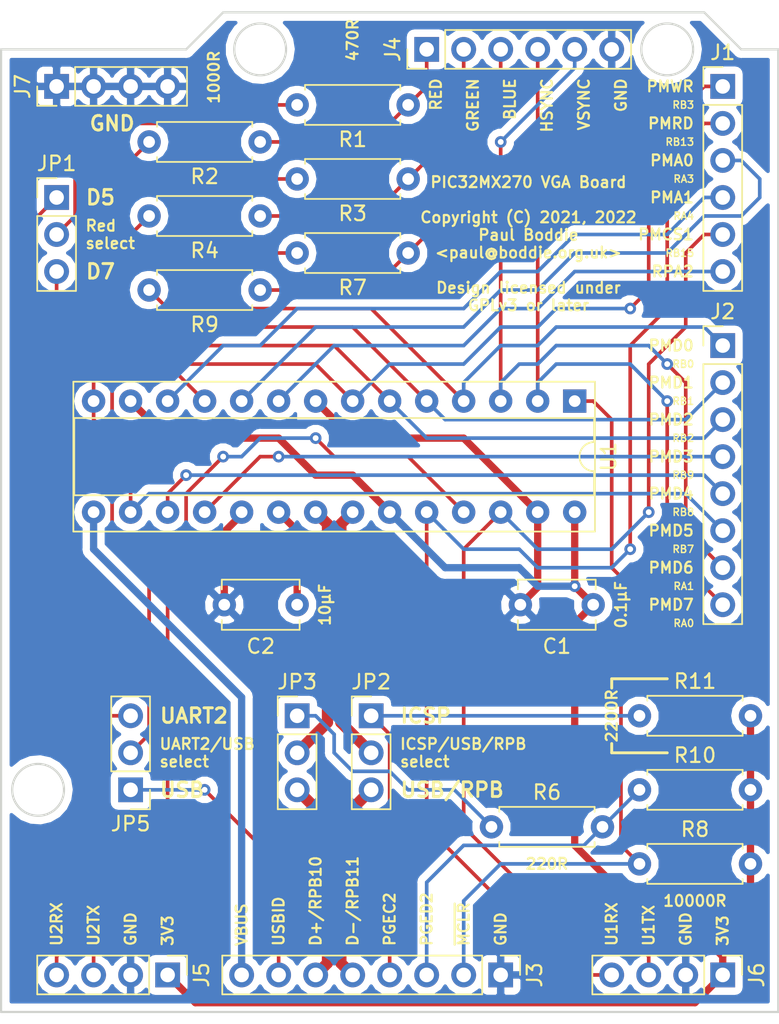
<source format=kicad_pcb>
(kicad_pcb (version 20171130) (host pcbnew 5.0.2+dfsg1-1)

  (general
    (thickness 1.6)
    (drawings 83)
    (tracks 277)
    (zones 0)
    (modules 24)
    (nets 36)
  )

  (page A4)
  (layers
    (0 F.Cu signal)
    (31 B.Cu signal)
    (32 B.Adhes user)
    (33 F.Adhes user)
    (34 B.Paste user)
    (35 F.Paste user)
    (36 B.SilkS user)
    (37 F.SilkS user)
    (38 B.Mask user)
    (39 F.Mask user)
    (40 Dwgs.User user)
    (41 Cmts.User user)
    (42 Eco1.User user)
    (43 Eco2.User user)
    (44 Edge.Cuts user)
    (45 Margin user)
    (46 B.CrtYd user)
    (47 F.CrtYd user)
    (48 B.Fab user)
    (49 F.Fab user)
  )

  (setup
    (last_trace_width 0.25)
    (trace_clearance 0.2)
    (zone_clearance 0.508)
    (zone_45_only no)
    (trace_min 0.2)
    (segment_width 0.2)
    (edge_width 0.15)
    (via_size 0.8)
    (via_drill 0.4)
    (via_min_size 0.4)
    (via_min_drill 0.3)
    (uvia_size 0.3)
    (uvia_drill 0.1)
    (uvias_allowed no)
    (uvia_min_size 0.2)
    (uvia_min_drill 0.1)
    (pcb_text_width 0.3)
    (pcb_text_size 1.5 1.5)
    (mod_edge_width 0.15)
    (mod_text_size 1 1)
    (mod_text_width 0.15)
    (pad_size 1.524 1.524)
    (pad_drill 0.762)
    (pad_to_mask_clearance 0.051)
    (solder_mask_min_width 0.25)
    (aux_axis_origin 0 0)
    (visible_elements FFFFFF7F)
    (pcbplotparams
      (layerselection 0x010fc_ffffffff)
      (usegerberextensions false)
      (usegerberattributes false)
      (usegerberadvancedattributes false)
      (creategerberjobfile false)
      (excludeedgelayer true)
      (linewidth 0.100000)
      (plotframeref false)
      (viasonmask false)
      (mode 1)
      (useauxorigin false)
      (hpglpennumber 1)
      (hpglpenspeed 20)
      (hpglpendiameter 15.000000)
      (psnegative false)
      (psa4output false)
      (plotreference true)
      (plotvalue true)
      (plotinvisibletext false)
      (padsonsilk false)
      (subtractmaskfromsilk false)
      (outputformat 1)
      (mirror false)
      (drillshape 1)
      (scaleselection 1)
      (outputdirectory ""))
  )

  (net 0 "")
  (net 1 +3V3)
  (net 2 GND)
  (net 3 /R)
  (net 4 /B)
  (net 5 /G)
  (net 6 /PMWR)
  (net 7 /PMRD)
  (net 8 /PMA0)
  (net 9 /PMA1)
  (net 10 /PMCS1)
  (net 11 /RPA2)
  (net 12 /PMD0)
  (net 13 /PMD1)
  (net 14 /PMD2)
  (net 15 /PMD3)
  (net 16 /PMD4)
  (net 17 /PMD5)
  (net 18 /PMD6)
  (net 19 /HS)
  (net 20 /VBUS)
  (net 21 /A2)
  (net 22 /A1)
  (net 23 /A0)
  (net 24 /U2TX)
  (net 25 /U2RX)
  (net 26 "Net-(JP1-Pad1)")
  (net 27 "Net-(JP1-Pad2)")
  (net 28 "Net-(R2-Pad2)")
  (net 29 /D-)
  (net 30 /D+)
  (net 31 "Net-(JP3-Pad1)")
  (net 32 /USB_D-)
  (net 33 /USB_D+)
  (net 34 /USBID)
  (net 35 /VCAP)

  (net_class Default "This is the default net class."
    (clearance 0.2)
    (trace_width 0.25)
    (via_dia 0.8)
    (via_drill 0.4)
    (uvia_dia 0.3)
    (uvia_drill 0.1)
    (add_net /A0)
    (add_net /A1)
    (add_net /A2)
    (add_net /B)
    (add_net /G)
    (add_net /HS)
    (add_net /PMA0)
    (add_net /PMA1)
    (add_net /PMCS1)
    (add_net /PMD0)
    (add_net /PMD1)
    (add_net /PMD2)
    (add_net /PMD3)
    (add_net /PMD4)
    (add_net /PMD5)
    (add_net /PMD6)
    (add_net /PMRD)
    (add_net /PMWR)
    (add_net /R)
    (add_net /RPA2)
    (add_net /U2RX)
    (add_net /U2TX)
    (add_net /USBID)
    (add_net "Net-(JP1-Pad1)")
    (add_net "Net-(JP1-Pad2)")
    (add_net "Net-(JP3-Pad1)")
    (add_net "Net-(R2-Pad2)")
  )

  (net_class Power ""
    (clearance 0.2)
    (trace_width 0.5)
    (via_dia 0.8)
    (via_drill 0.4)
    (uvia_dia 0.3)
    (uvia_drill 0.1)
    (add_net +3V3)
    (add_net /VBUS)
    (add_net /VCAP)
    (add_net GND)
  )

  (net_class USB ""
    (clearance 0.1524)
    (trace_width 0.25)
    (via_dia 0.8)
    (via_drill 0.4)
    (uvia_dia 0.3)
    (uvia_drill 0.1)
    (diff_pair_gap 0.1524)
    (diff_pair_width 0.77)
    (add_net /D+)
    (add_net /D-)
    (add_net /USB_D+)
    (add_net /USB_D-)
  )

  (module Package_DIP:DIP-28_W7.62mm_Socket (layer F.Cu) (tedit 5A02E8C5) (tstamp 61C602D7)
    (at 138.43 115.57 270)
    (descr "28-lead though-hole mounted DIP package, row spacing 7.62 mm (300 mils), Socket")
    (tags "THT DIP DIL PDIP 2.54mm 7.62mm 300mil Socket")
    (path /61B68C43)
    (fp_text reference U1 (at 3.81 -2.33 270) (layer F.SilkS)
      (effects (font (size 1 1) (thickness 0.15)))
    )
    (fp_text value PIC32MX270F256B (at 3.81 35.35 270) (layer F.Fab)
      (effects (font (size 1 1) (thickness 0.15)))
    )
    (fp_arc (start 3.81 -1.33) (end 2.81 -1.33) (angle -180) (layer F.SilkS) (width 0.12))
    (fp_line (start 1.635 -1.27) (end 6.985 -1.27) (layer F.Fab) (width 0.1))
    (fp_line (start 6.985 -1.27) (end 6.985 34.29) (layer F.Fab) (width 0.1))
    (fp_line (start 6.985 34.29) (end 0.635 34.29) (layer F.Fab) (width 0.1))
    (fp_line (start 0.635 34.29) (end 0.635 -0.27) (layer F.Fab) (width 0.1))
    (fp_line (start 0.635 -0.27) (end 1.635 -1.27) (layer F.Fab) (width 0.1))
    (fp_line (start -1.27 -1.33) (end -1.27 34.35) (layer F.Fab) (width 0.1))
    (fp_line (start -1.27 34.35) (end 8.89 34.35) (layer F.Fab) (width 0.1))
    (fp_line (start 8.89 34.35) (end 8.89 -1.33) (layer F.Fab) (width 0.1))
    (fp_line (start 8.89 -1.33) (end -1.27 -1.33) (layer F.Fab) (width 0.1))
    (fp_line (start 2.81 -1.33) (end 1.16 -1.33) (layer F.SilkS) (width 0.12))
    (fp_line (start 1.16 -1.33) (end 1.16 34.35) (layer F.SilkS) (width 0.12))
    (fp_line (start 1.16 34.35) (end 6.46 34.35) (layer F.SilkS) (width 0.12))
    (fp_line (start 6.46 34.35) (end 6.46 -1.33) (layer F.SilkS) (width 0.12))
    (fp_line (start 6.46 -1.33) (end 4.81 -1.33) (layer F.SilkS) (width 0.12))
    (fp_line (start -1.33 -1.39) (end -1.33 34.41) (layer F.SilkS) (width 0.12))
    (fp_line (start -1.33 34.41) (end 8.95 34.41) (layer F.SilkS) (width 0.12))
    (fp_line (start 8.95 34.41) (end 8.95 -1.39) (layer F.SilkS) (width 0.12))
    (fp_line (start 8.95 -1.39) (end -1.33 -1.39) (layer F.SilkS) (width 0.12))
    (fp_line (start -1.55 -1.6) (end -1.55 34.65) (layer F.CrtYd) (width 0.05))
    (fp_line (start -1.55 34.65) (end 9.15 34.65) (layer F.CrtYd) (width 0.05))
    (fp_line (start 9.15 34.65) (end 9.15 -1.6) (layer F.CrtYd) (width 0.05))
    (fp_line (start 9.15 -1.6) (end -1.55 -1.6) (layer F.CrtYd) (width 0.05))
    (fp_text user %R (at 3.81 16.51 270) (layer F.Fab)
      (effects (font (size 1 1) (thickness 0.15)))
    )
    (pad 1 thru_hole rect (at 0 0 270) (size 1.6 1.6) (drill 0.8) (layers *.Cu *.Mask)
      (net 23 /A0))
    (pad 15 thru_hole oval (at 7.62 33.02 270) (size 1.6 1.6) (drill 0.8) (layers *.Cu *.Mask)
      (net 20 /VBUS))
    (pad 2 thru_hole oval (at 0 2.54 270) (size 1.6 1.6) (drill 0.8) (layers *.Cu *.Mask)
      (net 19 /HS))
    (pad 16 thru_hole oval (at 7.62 30.48 270) (size 1.6 1.6) (drill 0.8) (layers *.Cu *.Mask)
      (net 17 /PMD5))
    (pad 3 thru_hole oval (at 0 5.08 270) (size 1.6 1.6) (drill 0.8) (layers *.Cu *.Mask)
      (net 18 /PMD6))
    (pad 17 thru_hole oval (at 7.62 27.94 270) (size 1.6 1.6) (drill 0.8) (layers *.Cu *.Mask)
      (net 16 /PMD4))
    (pad 4 thru_hole oval (at 0 7.62 270) (size 1.6 1.6) (drill 0.8) (layers *.Cu *.Mask)
      (net 12 /PMD0))
    (pad 18 thru_hole oval (at 7.62 25.4 270) (size 1.6 1.6) (drill 0.8) (layers *.Cu *.Mask)
      (net 15 /PMD3))
    (pad 5 thru_hole oval (at 0 10.16 270) (size 1.6 1.6) (drill 0.8) (layers *.Cu *.Mask)
      (net 13 /PMD1))
    (pad 19 thru_hole oval (at 7.62 22.86 270) (size 1.6 1.6) (drill 0.8) (layers *.Cu *.Mask)
      (net 2 GND))
    (pad 6 thru_hole oval (at 0 12.7 270) (size 1.6 1.6) (drill 0.8) (layers *.Cu *.Mask)
      (net 14 /PMD2))
    (pad 20 thru_hole oval (at 7.62 20.32 270) (size 1.6 1.6) (drill 0.8) (layers *.Cu *.Mask)
      (net 35 /VCAP))
    (pad 7 thru_hole oval (at 0 15.24 270) (size 1.6 1.6) (drill 0.8) (layers *.Cu *.Mask)
      (net 6 /PMWR))
    (pad 21 thru_hole oval (at 7.62 17.78 270) (size 1.6 1.6) (drill 0.8) (layers *.Cu *.Mask)
      (net 30 /D+))
    (pad 8 thru_hole oval (at 0 17.78 270) (size 1.6 1.6) (drill 0.8) (layers *.Cu *.Mask)
      (net 2 GND))
    (pad 22 thru_hole oval (at 7.62 15.24 270) (size 1.6 1.6) (drill 0.8) (layers *.Cu *.Mask)
      (net 29 /D-))
    (pad 9 thru_hole oval (at 0 20.32 270) (size 1.6 1.6) (drill 0.8) (layers *.Cu *.Mask)
      (net 11 /RPA2))
    (pad 23 thru_hole oval (at 7.62 12.7 270) (size 1.6 1.6) (drill 0.8) (layers *.Cu *.Mask)
      (net 1 +3V3))
    (pad 10 thru_hole oval (at 0 22.86 270) (size 1.6 1.6) (drill 0.8) (layers *.Cu *.Mask)
      (net 8 /PMA0))
    (pad 24 thru_hole oval (at 7.62 10.16 270) (size 1.6 1.6) (drill 0.8) (layers *.Cu *.Mask)
      (net 7 /PMRD))
    (pad 11 thru_hole oval (at 0 25.4 270) (size 1.6 1.6) (drill 0.8) (layers *.Cu *.Mask)
      (net 28 "Net-(R2-Pad2)"))
    (pad 25 thru_hole oval (at 7.62 7.62 270) (size 1.6 1.6) (drill 0.8) (layers *.Cu *.Mask)
      (net 24 /U2TX))
    (pad 12 thru_hole oval (at 0 27.94 270) (size 1.6 1.6) (drill 0.8) (layers *.Cu *.Mask)
      (net 9 /PMA1))
    (pad 26 thru_hole oval (at 7.62 5.08 270) (size 1.6 1.6) (drill 0.8) (layers *.Cu *.Mask)
      (net 10 /PMCS1))
    (pad 13 thru_hole oval (at 0 30.48 270) (size 1.6 1.6) (drill 0.8) (layers *.Cu *.Mask)
      (net 1 +3V3))
    (pad 27 thru_hole oval (at 7.62 2.54 270) (size 1.6 1.6) (drill 0.8) (layers *.Cu *.Mask)
      (net 2 GND))
    (pad 14 thru_hole oval (at 0 33.02 270) (size 1.6 1.6) (drill 0.8) (layers *.Cu *.Mask)
      (net 26 "Net-(JP1-Pad1)"))
    (pad 28 thru_hole oval (at 7.62 0 270) (size 1.6 1.6) (drill 0.8) (layers *.Cu *.Mask)
      (net 1 +3V3))
    (model ${KISYS3DMOD}/Package_DIP.3dshapes/DIP-28_W7.62mm_Socket.wrl
      (at (xyz 0 0 0))
      (scale (xyz 1 1 1))
      (rotate (xyz 0 0 0))
    )
  )

  (module Capacitor_THT:C_Disc_D5.1mm_W3.2mm_P5.00mm (layer F.Cu) (tedit 5AE50EF0) (tstamp 61C5D8B8)
    (at 139.7 129.54 180)
    (descr "C, Disc series, Radial, pin pitch=5.00mm, , diameter*width=5.1*3.2mm^2, Capacitor, http://www.vishay.com/docs/45233/krseries.pdf")
    (tags "C Disc series Radial pin pitch 5.00mm  diameter 5.1mm width 3.2mm Capacitor")
    (path /61D1A7EF)
    (fp_text reference C1 (at 2.5 -2.85 180) (layer F.SilkS)
      (effects (font (size 1 1) (thickness 0.15)))
    )
    (fp_text value 0.1µF (at 2.5 2.85 180) (layer F.Fab)
      (effects (font (size 1 1) (thickness 0.15)))
    )
    (fp_line (start -0.05 -1.6) (end -0.05 1.6) (layer F.Fab) (width 0.1))
    (fp_line (start -0.05 1.6) (end 5.05 1.6) (layer F.Fab) (width 0.1))
    (fp_line (start 5.05 1.6) (end 5.05 -1.6) (layer F.Fab) (width 0.1))
    (fp_line (start 5.05 -1.6) (end -0.05 -1.6) (layer F.Fab) (width 0.1))
    (fp_line (start -0.17 -1.721) (end 5.17 -1.721) (layer F.SilkS) (width 0.12))
    (fp_line (start -0.17 1.721) (end 5.17 1.721) (layer F.SilkS) (width 0.12))
    (fp_line (start -0.17 -1.721) (end -0.17 -1.055) (layer F.SilkS) (width 0.12))
    (fp_line (start -0.17 1.055) (end -0.17 1.721) (layer F.SilkS) (width 0.12))
    (fp_line (start 5.17 -1.721) (end 5.17 -1.055) (layer F.SilkS) (width 0.12))
    (fp_line (start 5.17 1.055) (end 5.17 1.721) (layer F.SilkS) (width 0.12))
    (fp_line (start -1.05 -1.85) (end -1.05 1.85) (layer F.CrtYd) (width 0.05))
    (fp_line (start -1.05 1.85) (end 6.05 1.85) (layer F.CrtYd) (width 0.05))
    (fp_line (start 6.05 1.85) (end 6.05 -1.85) (layer F.CrtYd) (width 0.05))
    (fp_line (start 6.05 -1.85) (end -1.05 -1.85) (layer F.CrtYd) (width 0.05))
    (fp_text user %R (at 2.5 0 180) (layer F.Fab)
      (effects (font (size 1 1) (thickness 0.15)))
    )
    (pad 1 thru_hole circle (at 0 0 180) (size 1.6 1.6) (drill 0.8) (layers *.Cu *.Mask)
      (net 1 +3V3))
    (pad 2 thru_hole circle (at 5 0 180) (size 1.6 1.6) (drill 0.8) (layers *.Cu *.Mask)
      (net 2 GND))
    (model ${KISYS3DMOD}/Capacitor_THT.3dshapes/C_Disc_D5.1mm_W3.2mm_P5.00mm.wrl
      (at (xyz 0 0 0))
      (scale (xyz 1 1 1))
      (rotate (xyz 0 0 0))
    )
  )

  (module Capacitor_THT:C_Disc_D5.1mm_W3.2mm_P5.00mm (layer F.Cu) (tedit 5AE50EF0) (tstamp 61C30291)
    (at 119.38 129.54 180)
    (descr "C, Disc series, Radial, pin pitch=5.00mm, , diameter*width=5.1*3.2mm^2, Capacitor, http://www.vishay.com/docs/45233/krseries.pdf")
    (tags "C Disc series Radial pin pitch 5.00mm  diameter 5.1mm width 3.2mm Capacitor")
    (path /61B69874)
    (fp_text reference C2 (at 2.5 -2.85 180) (layer F.SilkS)
      (effects (font (size 1 1) (thickness 0.15)))
    )
    (fp_text value 10µF (at 2.5 2.85 180) (layer F.Fab)
      (effects (font (size 1 1) (thickness 0.15)))
    )
    (fp_text user %R (at 2.5 0 180) (layer F.Fab)
      (effects (font (size 1 1) (thickness 0.15)))
    )
    (fp_line (start 6.05 -1.85) (end -1.05 -1.85) (layer F.CrtYd) (width 0.05))
    (fp_line (start 6.05 1.85) (end 6.05 -1.85) (layer F.CrtYd) (width 0.05))
    (fp_line (start -1.05 1.85) (end 6.05 1.85) (layer F.CrtYd) (width 0.05))
    (fp_line (start -1.05 -1.85) (end -1.05 1.85) (layer F.CrtYd) (width 0.05))
    (fp_line (start 5.17 1.055) (end 5.17 1.721) (layer F.SilkS) (width 0.12))
    (fp_line (start 5.17 -1.721) (end 5.17 -1.055) (layer F.SilkS) (width 0.12))
    (fp_line (start -0.17 1.055) (end -0.17 1.721) (layer F.SilkS) (width 0.12))
    (fp_line (start -0.17 -1.721) (end -0.17 -1.055) (layer F.SilkS) (width 0.12))
    (fp_line (start -0.17 1.721) (end 5.17 1.721) (layer F.SilkS) (width 0.12))
    (fp_line (start -0.17 -1.721) (end 5.17 -1.721) (layer F.SilkS) (width 0.12))
    (fp_line (start 5.05 -1.6) (end -0.05 -1.6) (layer F.Fab) (width 0.1))
    (fp_line (start 5.05 1.6) (end 5.05 -1.6) (layer F.Fab) (width 0.1))
    (fp_line (start -0.05 1.6) (end 5.05 1.6) (layer F.Fab) (width 0.1))
    (fp_line (start -0.05 -1.6) (end -0.05 1.6) (layer F.Fab) (width 0.1))
    (pad 2 thru_hole circle (at 5 0 180) (size 1.6 1.6) (drill 0.8) (layers *.Cu *.Mask)
      (net 2 GND))
    (pad 1 thru_hole circle (at 0 0 180) (size 1.6 1.6) (drill 0.8) (layers *.Cu *.Mask)
      (net 35 /VCAP))
    (model ${KISYS3DMOD}/Capacitor_THT.3dshapes/C_Disc_D5.1mm_W3.2mm_P5.00mm.wrl
      (at (xyz 0 0 0))
      (scale (xyz 1 1 1))
      (rotate (xyz 0 0 0))
    )
  )

  (module Connector_PinHeader_2.54mm:PinHeader_1x06_P2.54mm_Vertical (layer F.Cu) (tedit 59FED5CC) (tstamp 61C5E486)
    (at 148.59 93.98)
    (descr "Through hole straight pin header, 1x06, 2.54mm pitch, single row")
    (tags "Through hole pin header THT 1x06 2.54mm single row")
    (path /62407042)
    (fp_text reference J1 (at 0 -2.33) (layer F.SilkS)
      (effects (font (size 1 1) (thickness 0.15)))
    )
    (fp_text value PMP (at 0 15.03) (layer F.Fab)
      (effects (font (size 1 1) (thickness 0.15)))
    )
    (fp_line (start -0.635 -1.27) (end 1.27 -1.27) (layer F.Fab) (width 0.1))
    (fp_line (start 1.27 -1.27) (end 1.27 13.97) (layer F.Fab) (width 0.1))
    (fp_line (start 1.27 13.97) (end -1.27 13.97) (layer F.Fab) (width 0.1))
    (fp_line (start -1.27 13.97) (end -1.27 -0.635) (layer F.Fab) (width 0.1))
    (fp_line (start -1.27 -0.635) (end -0.635 -1.27) (layer F.Fab) (width 0.1))
    (fp_line (start -1.33 14.03) (end 1.33 14.03) (layer F.SilkS) (width 0.12))
    (fp_line (start -1.33 1.27) (end -1.33 14.03) (layer F.SilkS) (width 0.12))
    (fp_line (start 1.33 1.27) (end 1.33 14.03) (layer F.SilkS) (width 0.12))
    (fp_line (start -1.33 1.27) (end 1.33 1.27) (layer F.SilkS) (width 0.12))
    (fp_line (start -1.33 0) (end -1.33 -1.33) (layer F.SilkS) (width 0.12))
    (fp_line (start -1.33 -1.33) (end 0 -1.33) (layer F.SilkS) (width 0.12))
    (fp_line (start -1.8 -1.8) (end -1.8 14.5) (layer F.CrtYd) (width 0.05))
    (fp_line (start -1.8 14.5) (end 1.8 14.5) (layer F.CrtYd) (width 0.05))
    (fp_line (start 1.8 14.5) (end 1.8 -1.8) (layer F.CrtYd) (width 0.05))
    (fp_line (start 1.8 -1.8) (end -1.8 -1.8) (layer F.CrtYd) (width 0.05))
    (fp_text user %R (at 0 6.35 90) (layer F.Fab)
      (effects (font (size 1 1) (thickness 0.15)))
    )
    (pad 1 thru_hole rect (at 0 0) (size 1.7 1.7) (drill 1) (layers *.Cu *.Mask)
      (net 6 /PMWR))
    (pad 2 thru_hole oval (at 0 2.54) (size 1.7 1.7) (drill 1) (layers *.Cu *.Mask)
      (net 7 /PMRD))
    (pad 3 thru_hole oval (at 0 5.08) (size 1.7 1.7) (drill 1) (layers *.Cu *.Mask)
      (net 8 /PMA0))
    (pad 4 thru_hole oval (at 0 7.62) (size 1.7 1.7) (drill 1) (layers *.Cu *.Mask)
      (net 9 /PMA1))
    (pad 5 thru_hole oval (at 0 10.16) (size 1.7 1.7) (drill 1) (layers *.Cu *.Mask)
      (net 10 /PMCS1))
    (pad 6 thru_hole oval (at 0 12.7) (size 1.7 1.7) (drill 1) (layers *.Cu *.Mask)
      (net 11 /RPA2))
    (model ${KISYS3DMOD}/Connector_PinHeader_2.54mm.3dshapes/PinHeader_1x06_P2.54mm_Vertical.wrl
      (at (xyz 0 0 0))
      (scale (xyz 1 1 1))
      (rotate (xyz 0 0 0))
    )
  )

  (module Connector_PinHeader_2.54mm:PinHeader_1x08_P2.54mm_Vertical (layer F.Cu) (tedit 59FED5CC) (tstamp 61C5FA59)
    (at 148.59 111.76)
    (descr "Through hole straight pin header, 1x08, 2.54mm pitch, single row")
    (tags "Through hole pin header THT 1x08 2.54mm single row")
    (path /62406C6B)
    (fp_text reference J2 (at 0 -2.33) (layer F.SilkS)
      (effects (font (size 1 1) (thickness 0.15)))
    )
    (fp_text value PMD (at 0 20.11) (layer F.Fab)
      (effects (font (size 1 1) (thickness 0.15)))
    )
    (fp_line (start -0.635 -1.27) (end 1.27 -1.27) (layer F.Fab) (width 0.1))
    (fp_line (start 1.27 -1.27) (end 1.27 19.05) (layer F.Fab) (width 0.1))
    (fp_line (start 1.27 19.05) (end -1.27 19.05) (layer F.Fab) (width 0.1))
    (fp_line (start -1.27 19.05) (end -1.27 -0.635) (layer F.Fab) (width 0.1))
    (fp_line (start -1.27 -0.635) (end -0.635 -1.27) (layer F.Fab) (width 0.1))
    (fp_line (start -1.33 19.11) (end 1.33 19.11) (layer F.SilkS) (width 0.12))
    (fp_line (start -1.33 1.27) (end -1.33 19.11) (layer F.SilkS) (width 0.12))
    (fp_line (start 1.33 1.27) (end 1.33 19.11) (layer F.SilkS) (width 0.12))
    (fp_line (start -1.33 1.27) (end 1.33 1.27) (layer F.SilkS) (width 0.12))
    (fp_line (start -1.33 0) (end -1.33 -1.33) (layer F.SilkS) (width 0.12))
    (fp_line (start -1.33 -1.33) (end 0 -1.33) (layer F.SilkS) (width 0.12))
    (fp_line (start -1.8 -1.8) (end -1.8 19.55) (layer F.CrtYd) (width 0.05))
    (fp_line (start -1.8 19.55) (end 1.8 19.55) (layer F.CrtYd) (width 0.05))
    (fp_line (start 1.8 19.55) (end 1.8 -1.8) (layer F.CrtYd) (width 0.05))
    (fp_line (start 1.8 -1.8) (end -1.8 -1.8) (layer F.CrtYd) (width 0.05))
    (fp_text user %R (at 0 8.89 90) (layer F.Fab)
      (effects (font (size 1 1) (thickness 0.15)))
    )
    (pad 1 thru_hole rect (at 0 0) (size 1.7 1.7) (drill 1) (layers *.Cu *.Mask)
      (net 12 /PMD0))
    (pad 2 thru_hole oval (at 0 2.54) (size 1.7 1.7) (drill 1) (layers *.Cu *.Mask)
      (net 13 /PMD1))
    (pad 3 thru_hole oval (at 0 5.08) (size 1.7 1.7) (drill 1) (layers *.Cu *.Mask)
      (net 14 /PMD2))
    (pad 4 thru_hole oval (at 0 7.62) (size 1.7 1.7) (drill 1) (layers *.Cu *.Mask)
      (net 15 /PMD3))
    (pad 5 thru_hole oval (at 0 10.16) (size 1.7 1.7) (drill 1) (layers *.Cu *.Mask)
      (net 16 /PMD4))
    (pad 6 thru_hole oval (at 0 12.7) (size 1.7 1.7) (drill 1) (layers *.Cu *.Mask)
      (net 17 /PMD5))
    (pad 7 thru_hole oval (at 0 15.24) (size 1.7 1.7) (drill 1) (layers *.Cu *.Mask)
      (net 18 /PMD6))
    (pad 8 thru_hole oval (at 0 17.78) (size 1.7 1.7) (drill 1) (layers *.Cu *.Mask)
      (net 19 /HS))
    (model ${KISYS3DMOD}/Connector_PinHeader_2.54mm.3dshapes/PinHeader_1x08_P2.54mm_Vertical.wrl
      (at (xyz 0 0 0))
      (scale (xyz 1 1 1))
      (rotate (xyz 0 0 0))
    )
  )

  (module Connector_PinHeader_2.54mm:PinHeader_1x06_P2.54mm_Vertical (layer F.Cu) (tedit 59FED5CC) (tstamp 61BF1C2B)
    (at 128.27 91.44 90)
    (descr "Through hole straight pin header, 1x06, 2.54mm pitch, single row")
    (tags "Through hole pin header THT 1x06 2.54mm single row")
    (path /61BAE4DF)
    (fp_text reference J4 (at 0 -2.33 90) (layer F.SilkS)
      (effects (font (size 1 1) (thickness 0.15)))
    )
    (fp_text value VGA (at 2.54 6.35 180) (layer F.Fab)
      (effects (font (size 1 1) (thickness 0.15)))
    )
    (fp_line (start -0.635 -1.27) (end 1.27 -1.27) (layer F.Fab) (width 0.1))
    (fp_line (start 1.27 -1.27) (end 1.27 13.97) (layer F.Fab) (width 0.1))
    (fp_line (start 1.27 13.97) (end -1.27 13.97) (layer F.Fab) (width 0.1))
    (fp_line (start -1.27 13.97) (end -1.27 -0.635) (layer F.Fab) (width 0.1))
    (fp_line (start -1.27 -0.635) (end -0.635 -1.27) (layer F.Fab) (width 0.1))
    (fp_line (start -1.33 14.03) (end 1.33 14.03) (layer F.SilkS) (width 0.12))
    (fp_line (start -1.33 1.27) (end -1.33 14.03) (layer F.SilkS) (width 0.12))
    (fp_line (start 1.33 1.27) (end 1.33 14.03) (layer F.SilkS) (width 0.12))
    (fp_line (start -1.33 1.27) (end 1.33 1.27) (layer F.SilkS) (width 0.12))
    (fp_line (start -1.33 0) (end -1.33 -1.33) (layer F.SilkS) (width 0.12))
    (fp_line (start -1.33 -1.33) (end 0 -1.33) (layer F.SilkS) (width 0.12))
    (fp_line (start -1.8 -1.8) (end -1.8 14.5) (layer F.CrtYd) (width 0.05))
    (fp_line (start -1.8 14.5) (end 1.8 14.5) (layer F.CrtYd) (width 0.05))
    (fp_line (start 1.8 14.5) (end 1.8 -1.8) (layer F.CrtYd) (width 0.05))
    (fp_line (start 1.8 -1.8) (end -1.8 -1.8) (layer F.CrtYd) (width 0.05))
    (fp_text user %R (at 0 6.35 180) (layer F.Fab)
      (effects (font (size 1 1) (thickness 0.15)))
    )
    (pad 1 thru_hole rect (at 0 0 90) (size 1.7 1.7) (drill 1) (layers *.Cu *.Mask)
      (net 3 /R))
    (pad 2 thru_hole oval (at 0 2.54 90) (size 1.7 1.7) (drill 1) (layers *.Cu *.Mask)
      (net 5 /G))
    (pad 3 thru_hole oval (at 0 5.08 90) (size 1.7 1.7) (drill 1) (layers *.Cu *.Mask)
      (net 4 /B))
    (pad 4 thru_hole oval (at 0 7.62 90) (size 1.7 1.7) (drill 1) (layers *.Cu *.Mask)
      (net 19 /HS))
    (pad 5 thru_hole oval (at 0 10.16 90) (size 1.7 1.7) (drill 1) (layers *.Cu *.Mask)
      (net 18 /PMD6))
    (pad 6 thru_hole oval (at 0 12.7 90) (size 1.7 1.7) (drill 1) (layers *.Cu *.Mask)
      (net 2 GND))
    (model ${KISYS3DMOD}/Connector_PinHeader_2.54mm.3dshapes/PinHeader_1x06_P2.54mm_Vertical.wrl
      (at (xyz 0 0 0))
      (scale (xyz 1 1 1))
      (rotate (xyz 0 0 0))
    )
  )

  (module Connector_PinHeader_2.54mm:PinHeader_1x04_P2.54mm_Vertical (layer F.Cu) (tedit 59FED5CC) (tstamp 61C61A00)
    (at 110.49 154.94 270)
    (descr "Through hole straight pin header, 1x04, 2.54mm pitch, single row")
    (tags "Through hole pin header THT 1x04 2.54mm single row")
    (path /622155E3)
    (fp_text reference J5 (at 0 -2.33 270) (layer F.SilkS)
      (effects (font (size 1 1) (thickness 0.15)))
    )
    (fp_text value UART2 (at 2.54 3.81) (layer F.Fab)
      (effects (font (size 1 1) (thickness 0.15)))
    )
    (fp_line (start -0.635 -1.27) (end 1.27 -1.27) (layer F.Fab) (width 0.1))
    (fp_line (start 1.27 -1.27) (end 1.27 8.89) (layer F.Fab) (width 0.1))
    (fp_line (start 1.27 8.89) (end -1.27 8.89) (layer F.Fab) (width 0.1))
    (fp_line (start -1.27 8.89) (end -1.27 -0.635) (layer F.Fab) (width 0.1))
    (fp_line (start -1.27 -0.635) (end -0.635 -1.27) (layer F.Fab) (width 0.1))
    (fp_line (start -1.33 8.95) (end 1.33 8.95) (layer F.SilkS) (width 0.12))
    (fp_line (start -1.33 1.27) (end -1.33 8.95) (layer F.SilkS) (width 0.12))
    (fp_line (start 1.33 1.27) (end 1.33 8.95) (layer F.SilkS) (width 0.12))
    (fp_line (start -1.33 1.27) (end 1.33 1.27) (layer F.SilkS) (width 0.12))
    (fp_line (start -1.33 0) (end -1.33 -1.33) (layer F.SilkS) (width 0.12))
    (fp_line (start -1.33 -1.33) (end 0 -1.33) (layer F.SilkS) (width 0.12))
    (fp_line (start -1.8 -1.8) (end -1.8 9.4) (layer F.CrtYd) (width 0.05))
    (fp_line (start -1.8 9.4) (end 1.8 9.4) (layer F.CrtYd) (width 0.05))
    (fp_line (start 1.8 9.4) (end 1.8 -1.8) (layer F.CrtYd) (width 0.05))
    (fp_line (start 1.8 -1.8) (end -1.8 -1.8) (layer F.CrtYd) (width 0.05))
    (fp_text user %R (at 0 3.81) (layer F.Fab)
      (effects (font (size 1 1) (thickness 0.15)))
    )
    (pad 1 thru_hole rect (at 0 0 270) (size 1.7 1.7) (drill 1) (layers *.Cu *.Mask)
      (net 1 +3V3))
    (pad 2 thru_hole oval (at 0 2.54 270) (size 1.7 1.7) (drill 1) (layers *.Cu *.Mask)
      (net 2 GND))
    (pad 3 thru_hole oval (at 0 5.08 270) (size 1.7 1.7) (drill 1) (layers *.Cu *.Mask)
      (net 24 /U2TX))
    (pad 4 thru_hole oval (at 0 7.62 270) (size 1.7 1.7) (drill 1) (layers *.Cu *.Mask)
      (net 25 /U2RX))
    (model ${KISYS3DMOD}/Connector_PinHeader_2.54mm.3dshapes/PinHeader_1x04_P2.54mm_Vertical.wrl
      (at (xyz 0 0 0))
      (scale (xyz 1 1 1))
      (rotate (xyz 0 0 0))
    )
  )

  (module Connector_PinHeader_2.54mm:PinHeader_1x04_P2.54mm_Vertical (layer F.Cu) (tedit 59FED5CC) (tstamp 61C60599)
    (at 148.59 154.94 270)
    (descr "Through hole straight pin header, 1x04, 2.54mm pitch, single row")
    (tags "Through hole pin header THT 1x04 2.54mm single row")
    (path /61B81D01)
    (fp_text reference J6 (at 0 -2.33 270) (layer F.SilkS)
      (effects (font (size 1 1) (thickness 0.15)))
    )
    (fp_text value UART1 (at 2.54 3.81) (layer F.Fab)
      (effects (font (size 1 1) (thickness 0.15)))
    )
    (fp_text user %R (at 0 3.81) (layer F.Fab)
      (effects (font (size 1 1) (thickness 0.15)))
    )
    (fp_line (start 1.8 -1.8) (end -1.8 -1.8) (layer F.CrtYd) (width 0.05))
    (fp_line (start 1.8 9.4) (end 1.8 -1.8) (layer F.CrtYd) (width 0.05))
    (fp_line (start -1.8 9.4) (end 1.8 9.4) (layer F.CrtYd) (width 0.05))
    (fp_line (start -1.8 -1.8) (end -1.8 9.4) (layer F.CrtYd) (width 0.05))
    (fp_line (start -1.33 -1.33) (end 0 -1.33) (layer F.SilkS) (width 0.12))
    (fp_line (start -1.33 0) (end -1.33 -1.33) (layer F.SilkS) (width 0.12))
    (fp_line (start -1.33 1.27) (end 1.33 1.27) (layer F.SilkS) (width 0.12))
    (fp_line (start 1.33 1.27) (end 1.33 8.95) (layer F.SilkS) (width 0.12))
    (fp_line (start -1.33 1.27) (end -1.33 8.95) (layer F.SilkS) (width 0.12))
    (fp_line (start -1.33 8.95) (end 1.33 8.95) (layer F.SilkS) (width 0.12))
    (fp_line (start -1.27 -0.635) (end -0.635 -1.27) (layer F.Fab) (width 0.1))
    (fp_line (start -1.27 8.89) (end -1.27 -0.635) (layer F.Fab) (width 0.1))
    (fp_line (start 1.27 8.89) (end -1.27 8.89) (layer F.Fab) (width 0.1))
    (fp_line (start 1.27 -1.27) (end 1.27 8.89) (layer F.Fab) (width 0.1))
    (fp_line (start -0.635 -1.27) (end 1.27 -1.27) (layer F.Fab) (width 0.1))
    (pad 4 thru_hole oval (at 0 7.62 270) (size 1.7 1.7) (drill 1) (layers *.Cu *.Mask)
      (net 7 /PMRD))
    (pad 3 thru_hole oval (at 0 5.08 270) (size 1.7 1.7) (drill 1) (layers *.Cu *.Mask)
      (net 10 /PMCS1))
    (pad 2 thru_hole oval (at 0 2.54 270) (size 1.7 1.7) (drill 1) (layers *.Cu *.Mask)
      (net 2 GND))
    (pad 1 thru_hole rect (at 0 0 270) (size 1.7 1.7) (drill 1) (layers *.Cu *.Mask)
      (net 1 +3V3))
    (model ${KISYS3DMOD}/Connector_PinHeader_2.54mm.3dshapes/PinHeader_1x04_P2.54mm_Vertical.wrl
      (at (xyz 0 0 0))
      (scale (xyz 1 1 1))
      (rotate (xyz 0 0 0))
    )
  )

  (module Connector_PinHeader_2.54mm:PinHeader_1x03_P2.54mm_Vertical (layer F.Cu) (tedit 59FED5CC) (tstamp 62127E05)
    (at 102.87 101.6)
    (descr "Through hole straight pin header, 1x03, 2.54mm pitch, single row")
    (tags "Through hole pin header THT 1x03 2.54mm single row")
    (path /61E64345)
    (fp_text reference JP1 (at 0 -2.33) (layer F.SilkS)
      (effects (font (size 1 1) (thickness 0.15)))
    )
    (fp_text value D5/D7 (at 0 7.41) (layer F.Fab)
      (effects (font (size 1 1) (thickness 0.15)))
    )
    (fp_line (start -0.635 -1.27) (end 1.27 -1.27) (layer F.Fab) (width 0.1))
    (fp_line (start 1.27 -1.27) (end 1.27 6.35) (layer F.Fab) (width 0.1))
    (fp_line (start 1.27 6.35) (end -1.27 6.35) (layer F.Fab) (width 0.1))
    (fp_line (start -1.27 6.35) (end -1.27 -0.635) (layer F.Fab) (width 0.1))
    (fp_line (start -1.27 -0.635) (end -0.635 -1.27) (layer F.Fab) (width 0.1))
    (fp_line (start -1.33 6.41) (end 1.33 6.41) (layer F.SilkS) (width 0.12))
    (fp_line (start -1.33 1.27) (end -1.33 6.41) (layer F.SilkS) (width 0.12))
    (fp_line (start 1.33 1.27) (end 1.33 6.41) (layer F.SilkS) (width 0.12))
    (fp_line (start -1.33 1.27) (end 1.33 1.27) (layer F.SilkS) (width 0.12))
    (fp_line (start -1.33 0) (end -1.33 -1.33) (layer F.SilkS) (width 0.12))
    (fp_line (start -1.33 -1.33) (end 0 -1.33) (layer F.SilkS) (width 0.12))
    (fp_line (start -1.8 -1.8) (end -1.8 6.85) (layer F.CrtYd) (width 0.05))
    (fp_line (start -1.8 6.85) (end 1.8 6.85) (layer F.CrtYd) (width 0.05))
    (fp_line (start 1.8 6.85) (end 1.8 -1.8) (layer F.CrtYd) (width 0.05))
    (fp_line (start 1.8 -1.8) (end -1.8 -1.8) (layer F.CrtYd) (width 0.05))
    (fp_text user %R (at 0 2.54 90) (layer F.Fab)
      (effects (font (size 1 1) (thickness 0.15)))
    )
    (pad 1 thru_hole rect (at 0 0) (size 1.7 1.7) (drill 1) (layers *.Cu *.Mask)
      (net 26 "Net-(JP1-Pad1)"))
    (pad 2 thru_hole oval (at 0 2.54) (size 1.7 1.7) (drill 1) (layers *.Cu *.Mask)
      (net 27 "Net-(JP1-Pad2)"))
    (pad 3 thru_hole oval (at 0 5.08) (size 1.7 1.7) (drill 1) (layers *.Cu *.Mask)
      (net 17 /PMD5))
    (model ${KISYS3DMOD}/Connector_PinHeader_2.54mm.3dshapes/PinHeader_1x03_P2.54mm_Vertical.wrl
      (at (xyz 0 0 0))
      (scale (xyz 1 1 1))
      (rotate (xyz 0 0 0))
    )
  )

  (module Connector_PinHeader_2.54mm:PinHeader_1x03_P2.54mm_Vertical (layer F.Cu) (tedit 59FED5CC) (tstamp 61BF35EF)
    (at 107.95 142.24 180)
    (descr "Through hole straight pin header, 1x03, 2.54mm pitch, single row")
    (tags "Through hole pin header THT 1x03 2.54mm single row")
    (path /61F053A9)
    (fp_text reference JP5 (at 0 -2.33 180) (layer F.SilkS)
      (effects (font (size 1 1) (thickness 0.15)))
    )
    (fp_text value USBID/U2RX (at 0 7.41 180) (layer F.Fab)
      (effects (font (size 1 1) (thickness 0.15)))
    )
    (fp_text user %R (at 0 2.54 90) (layer F.Fab)
      (effects (font (size 1 1) (thickness 0.15)))
    )
    (fp_line (start 1.8 -1.8) (end -1.8 -1.8) (layer F.CrtYd) (width 0.05))
    (fp_line (start 1.8 6.85) (end 1.8 -1.8) (layer F.CrtYd) (width 0.05))
    (fp_line (start -1.8 6.85) (end 1.8 6.85) (layer F.CrtYd) (width 0.05))
    (fp_line (start -1.8 -1.8) (end -1.8 6.85) (layer F.CrtYd) (width 0.05))
    (fp_line (start -1.33 -1.33) (end 0 -1.33) (layer F.SilkS) (width 0.12))
    (fp_line (start -1.33 0) (end -1.33 -1.33) (layer F.SilkS) (width 0.12))
    (fp_line (start -1.33 1.27) (end 1.33 1.27) (layer F.SilkS) (width 0.12))
    (fp_line (start 1.33 1.27) (end 1.33 6.41) (layer F.SilkS) (width 0.12))
    (fp_line (start -1.33 1.27) (end -1.33 6.41) (layer F.SilkS) (width 0.12))
    (fp_line (start -1.33 6.41) (end 1.33 6.41) (layer F.SilkS) (width 0.12))
    (fp_line (start -1.27 -0.635) (end -0.635 -1.27) (layer F.Fab) (width 0.1))
    (fp_line (start -1.27 6.35) (end -1.27 -0.635) (layer F.Fab) (width 0.1))
    (fp_line (start 1.27 6.35) (end -1.27 6.35) (layer F.Fab) (width 0.1))
    (fp_line (start 1.27 -1.27) (end 1.27 6.35) (layer F.Fab) (width 0.1))
    (fp_line (start -0.635 -1.27) (end 1.27 -1.27) (layer F.Fab) (width 0.1))
    (pad 3 thru_hole oval (at 0 5.08 180) (size 1.7 1.7) (drill 1) (layers *.Cu *.Mask)
      (net 25 /U2RX))
    (pad 2 thru_hole oval (at 0 2.54 180) (size 1.7 1.7) (drill 1) (layers *.Cu *.Mask)
      (net 26 "Net-(JP1-Pad1)"))
    (pad 1 thru_hole rect (at 0 0 180) (size 1.7 1.7) (drill 1) (layers *.Cu *.Mask)
      (net 34 /USBID))
    (model ${KISYS3DMOD}/Connector_PinHeader_2.54mm.3dshapes/PinHeader_1x03_P2.54mm_Vertical.wrl
      (at (xyz 0 0 0))
      (scale (xyz 1 1 1))
      (rotate (xyz 0 0 0))
    )
  )

  (module Connector_PinHeader_2.54mm:PinHeader_1x04_P2.54mm_Vertical (layer F.Cu) (tedit 59FED5CC) (tstamp 61BFB6AA)
    (at 102.87 93.98 90)
    (descr "Through hole straight pin header, 1x04, 2.54mm pitch, single row")
    (tags "Through hole pin header THT 1x04 2.54mm single row")
    (path /61BEF36C)
    (fp_text reference J7 (at 0 -2.33 90) (layer F.SilkS)
      (effects (font (size 1 1) (thickness 0.15)))
    )
    (fp_text value GND (at 2.54 3.81) (layer F.Fab)
      (effects (font (size 1 1) (thickness 0.15)))
    )
    (fp_line (start -0.635 -1.27) (end 1.27 -1.27) (layer F.Fab) (width 0.1))
    (fp_line (start 1.27 -1.27) (end 1.27 8.89) (layer F.Fab) (width 0.1))
    (fp_line (start 1.27 8.89) (end -1.27 8.89) (layer F.Fab) (width 0.1))
    (fp_line (start -1.27 8.89) (end -1.27 -0.635) (layer F.Fab) (width 0.1))
    (fp_line (start -1.27 -0.635) (end -0.635 -1.27) (layer F.Fab) (width 0.1))
    (fp_line (start -1.33 8.95) (end 1.33 8.95) (layer F.SilkS) (width 0.12))
    (fp_line (start -1.33 1.27) (end -1.33 8.95) (layer F.SilkS) (width 0.12))
    (fp_line (start 1.33 1.27) (end 1.33 8.95) (layer F.SilkS) (width 0.12))
    (fp_line (start -1.33 1.27) (end 1.33 1.27) (layer F.SilkS) (width 0.12))
    (fp_line (start -1.33 0) (end -1.33 -1.33) (layer F.SilkS) (width 0.12))
    (fp_line (start -1.33 -1.33) (end 0 -1.33) (layer F.SilkS) (width 0.12))
    (fp_line (start -1.8 -1.8) (end -1.8 9.4) (layer F.CrtYd) (width 0.05))
    (fp_line (start -1.8 9.4) (end 1.8 9.4) (layer F.CrtYd) (width 0.05))
    (fp_line (start 1.8 9.4) (end 1.8 -1.8) (layer F.CrtYd) (width 0.05))
    (fp_line (start 1.8 -1.8) (end -1.8 -1.8) (layer F.CrtYd) (width 0.05))
    (fp_text user %R (at 0 3.81 180) (layer F.Fab)
      (effects (font (size 1 1) (thickness 0.15)))
    )
    (pad 1 thru_hole rect (at 0 0 90) (size 1.7 1.7) (drill 1) (layers *.Cu *.Mask)
      (net 2 GND))
    (pad 2 thru_hole oval (at 0 2.54 90) (size 1.7 1.7) (drill 1) (layers *.Cu *.Mask)
      (net 2 GND))
    (pad 3 thru_hole oval (at 0 5.08 90) (size 1.7 1.7) (drill 1) (layers *.Cu *.Mask)
      (net 2 GND))
    (pad 4 thru_hole oval (at 0 7.62 90) (size 1.7 1.7) (drill 1) (layers *.Cu *.Mask)
      (net 2 GND))
    (model ${KISYS3DMOD}/Connector_PinHeader_2.54mm.3dshapes/PinHeader_1x04_P2.54mm_Vertical.wrl
      (at (xyz 0 0 0))
      (scale (xyz 1 1 1))
      (rotate (xyz 0 0 0))
    )
  )

  (module Connector_PinHeader_2.54mm:PinHeader_1x08_P2.54mm_Vertical (layer F.Cu) (tedit 59FED5CC) (tstamp 61C3033A)
    (at 133.35 154.94 270)
    (descr "Through hole straight pin header, 1x08, 2.54mm pitch, single row")
    (tags "Through hole pin header THT 1x08 2.54mm single row")
    (path /61F55AD1)
    (fp_text reference J3 (at 0 -2.33 270) (layer F.SilkS)
      (effects (font (size 1 1) (thickness 0.15)))
    )
    (fp_text value ICSP/USB (at 2.54 8.89 180) (layer F.Fab)
      (effects (font (size 1 1) (thickness 0.15)))
    )
    (fp_line (start -0.635 -1.27) (end 1.27 -1.27) (layer F.Fab) (width 0.1))
    (fp_line (start 1.27 -1.27) (end 1.27 19.05) (layer F.Fab) (width 0.1))
    (fp_line (start 1.27 19.05) (end -1.27 19.05) (layer F.Fab) (width 0.1))
    (fp_line (start -1.27 19.05) (end -1.27 -0.635) (layer F.Fab) (width 0.1))
    (fp_line (start -1.27 -0.635) (end -0.635 -1.27) (layer F.Fab) (width 0.1))
    (fp_line (start -1.33 19.11) (end 1.33 19.11) (layer F.SilkS) (width 0.12))
    (fp_line (start -1.33 1.27) (end -1.33 19.11) (layer F.SilkS) (width 0.12))
    (fp_line (start 1.33 1.27) (end 1.33 19.11) (layer F.SilkS) (width 0.12))
    (fp_line (start -1.33 1.27) (end 1.33 1.27) (layer F.SilkS) (width 0.12))
    (fp_line (start -1.33 0) (end -1.33 -1.33) (layer F.SilkS) (width 0.12))
    (fp_line (start -1.33 -1.33) (end 0 -1.33) (layer F.SilkS) (width 0.12))
    (fp_line (start -1.8 -1.8) (end -1.8 19.55) (layer F.CrtYd) (width 0.05))
    (fp_line (start -1.8 19.55) (end 1.8 19.55) (layer F.CrtYd) (width 0.05))
    (fp_line (start 1.8 19.55) (end 1.8 -1.8) (layer F.CrtYd) (width 0.05))
    (fp_line (start 1.8 -1.8) (end -1.8 -1.8) (layer F.CrtYd) (width 0.05))
    (fp_text user %R (at 0 8.89) (layer F.Fab)
      (effects (font (size 1 1) (thickness 0.15)))
    )
    (pad 1 thru_hole rect (at 0 0 270) (size 1.7 1.7) (drill 1) (layers *.Cu *.Mask)
      (net 2 GND))
    (pad 2 thru_hole oval (at 0 2.54 270) (size 1.7 1.7) (drill 1) (layers *.Cu *.Mask)
      (net 23 /A0))
    (pad 3 thru_hole oval (at 0 5.08 270) (size 1.7 1.7) (drill 1) (layers *.Cu *.Mask)
      (net 22 /A1))
    (pad 4 thru_hole oval (at 0 7.62 270) (size 1.7 1.7) (drill 1) (layers *.Cu *.Mask)
      (net 21 /A2))
    (pad 5 thru_hole oval (at 0 10.16 270) (size 1.7 1.7) (drill 1) (layers *.Cu *.Mask)
      (net 32 /USB_D-))
    (pad 6 thru_hole oval (at 0 12.7 270) (size 1.7 1.7) (drill 1) (layers *.Cu *.Mask)
      (net 33 /USB_D+))
    (pad 7 thru_hole oval (at 0 15.24 270) (size 1.7 1.7) (drill 1) (layers *.Cu *.Mask)
      (net 34 /USBID))
    (pad 8 thru_hole oval (at 0 17.78 270) (size 1.7 1.7) (drill 1) (layers *.Cu *.Mask)
      (net 20 /VBUS))
    (model ${KISYS3DMOD}/Connector_PinHeader_2.54mm.3dshapes/PinHeader_1x08_P2.54mm_Vertical.wrl
      (at (xyz 0 0 0))
      (scale (xyz 1 1 1))
      (rotate (xyz 0 0 0))
    )
  )

  (module Connector_PinHeader_2.54mm:PinHeader_1x03_P2.54mm_Vertical (layer F.Cu) (tedit 59FED5CC) (tstamp 61C30802)
    (at 124.46 137.16)
    (descr "Through hole straight pin header, 1x03, 2.54mm pitch, single row")
    (tags "Through hole pin header THT 1x03 2.54mm single row")
    (path /61EBC36F)
    (fp_text reference JP2 (at 0 -2.33) (layer F.SilkS)
      (effects (font (size 1 1) (thickness 0.15)))
    )
    (fp_text value ICSP (at 0 7.41) (layer F.Fab)
      (effects (font (size 1 1) (thickness 0.15)))
    )
    (fp_line (start -0.635 -1.27) (end 1.27 -1.27) (layer F.Fab) (width 0.1))
    (fp_line (start 1.27 -1.27) (end 1.27 6.35) (layer F.Fab) (width 0.1))
    (fp_line (start 1.27 6.35) (end -1.27 6.35) (layer F.Fab) (width 0.1))
    (fp_line (start -1.27 6.35) (end -1.27 -0.635) (layer F.Fab) (width 0.1))
    (fp_line (start -1.27 -0.635) (end -0.635 -1.27) (layer F.Fab) (width 0.1))
    (fp_line (start -1.33 6.41) (end 1.33 6.41) (layer F.SilkS) (width 0.12))
    (fp_line (start -1.33 1.27) (end -1.33 6.41) (layer F.SilkS) (width 0.12))
    (fp_line (start 1.33 1.27) (end 1.33 6.41) (layer F.SilkS) (width 0.12))
    (fp_line (start -1.33 1.27) (end 1.33 1.27) (layer F.SilkS) (width 0.12))
    (fp_line (start -1.33 0) (end -1.33 -1.33) (layer F.SilkS) (width 0.12))
    (fp_line (start -1.33 -1.33) (end 0 -1.33) (layer F.SilkS) (width 0.12))
    (fp_line (start -1.8 -1.8) (end -1.8 6.85) (layer F.CrtYd) (width 0.05))
    (fp_line (start -1.8 6.85) (end 1.8 6.85) (layer F.CrtYd) (width 0.05))
    (fp_line (start 1.8 6.85) (end 1.8 -1.8) (layer F.CrtYd) (width 0.05))
    (fp_line (start 1.8 -1.8) (end -1.8 -1.8) (layer F.CrtYd) (width 0.05))
    (fp_text user %R (at 0 2.54 90) (layer F.Fab)
      (effects (font (size 1 1) (thickness 0.15)))
    )
    (pad 1 thru_hole rect (at 0 0) (size 1.7 1.7) (drill 1) (layers *.Cu *.Mask)
      (net 21 /A2))
    (pad 2 thru_hole oval (at 0 2.54) (size 1.7 1.7) (drill 1) (layers *.Cu *.Mask)
      (net 29 /D-))
    (pad 3 thru_hole oval (at 0 5.08) (size 1.7 1.7) (drill 1) (layers *.Cu *.Mask)
      (net 32 /USB_D-))
    (model ${KISYS3DMOD}/Connector_PinHeader_2.54mm.3dshapes/PinHeader_1x03_P2.54mm_Vertical.wrl
      (at (xyz 0 0 0))
      (scale (xyz 1 1 1))
      (rotate (xyz 0 0 0))
    )
  )

  (module Connector_PinHeader_2.54mm:PinHeader_1x03_P2.54mm_Vertical (layer F.Cu) (tedit 59FED5CC) (tstamp 61C2FFF0)
    (at 119.38 137.16)
    (descr "Through hole straight pin header, 1x03, 2.54mm pitch, single row")
    (tags "Through hole pin header THT 1x03 2.54mm single row")
    (path /61D1E75E)
    (fp_text reference JP3 (at 0 -2.33) (layer F.SilkS)
      (effects (font (size 1 1) (thickness 0.15)))
    )
    (fp_text value ICSP (at 0 7.41) (layer F.Fab)
      (effects (font (size 1 1) (thickness 0.15)))
    )
    (fp_text user %R (at 0 2.54 90) (layer F.Fab)
      (effects (font (size 1 1) (thickness 0.15)))
    )
    (fp_line (start 1.8 -1.8) (end -1.8 -1.8) (layer F.CrtYd) (width 0.05))
    (fp_line (start 1.8 6.85) (end 1.8 -1.8) (layer F.CrtYd) (width 0.05))
    (fp_line (start -1.8 6.85) (end 1.8 6.85) (layer F.CrtYd) (width 0.05))
    (fp_line (start -1.8 -1.8) (end -1.8 6.85) (layer F.CrtYd) (width 0.05))
    (fp_line (start -1.33 -1.33) (end 0 -1.33) (layer F.SilkS) (width 0.12))
    (fp_line (start -1.33 0) (end -1.33 -1.33) (layer F.SilkS) (width 0.12))
    (fp_line (start -1.33 1.27) (end 1.33 1.27) (layer F.SilkS) (width 0.12))
    (fp_line (start 1.33 1.27) (end 1.33 6.41) (layer F.SilkS) (width 0.12))
    (fp_line (start -1.33 1.27) (end -1.33 6.41) (layer F.SilkS) (width 0.12))
    (fp_line (start -1.33 6.41) (end 1.33 6.41) (layer F.SilkS) (width 0.12))
    (fp_line (start -1.27 -0.635) (end -0.635 -1.27) (layer F.Fab) (width 0.1))
    (fp_line (start -1.27 6.35) (end -1.27 -0.635) (layer F.Fab) (width 0.1))
    (fp_line (start 1.27 6.35) (end -1.27 6.35) (layer F.Fab) (width 0.1))
    (fp_line (start 1.27 -1.27) (end 1.27 6.35) (layer F.Fab) (width 0.1))
    (fp_line (start -0.635 -1.27) (end 1.27 -1.27) (layer F.Fab) (width 0.1))
    (pad 3 thru_hole oval (at 0 5.08) (size 1.7 1.7) (drill 1) (layers *.Cu *.Mask)
      (net 33 /USB_D+))
    (pad 2 thru_hole oval (at 0 2.54) (size 1.7 1.7) (drill 1) (layers *.Cu *.Mask)
      (net 30 /D+))
    (pad 1 thru_hole rect (at 0 0) (size 1.7 1.7) (drill 1) (layers *.Cu *.Mask)
      (net 31 "Net-(JP3-Pad1)"))
    (model ${KISYS3DMOD}/Connector_PinHeader_2.54mm.3dshapes/PinHeader_1x03_P2.54mm_Vertical.wrl
      (at (xyz 0 0 0))
      (scale (xyz 1 1 1))
      (rotate (xyz 0 0 0))
    )
  )

  (module Resistor_THT:R_Axial_DIN0207_L6.3mm_D2.5mm_P7.62mm_Horizontal (layer F.Cu) (tedit 5AE5139B) (tstamp 621275BD)
    (at 127 95.25 180)
    (descr "Resistor, Axial_DIN0207 series, Axial, Horizontal, pin pitch=7.62mm, 0.25W = 1/4W, length*diameter=6.3*2.5mm^2, http://cdn-reichelt.de/documents/datenblatt/B400/1_4W%23YAG.pdf")
    (tags "Resistor Axial_DIN0207 series Axial Horizontal pin pitch 7.62mm 0.25W = 1/4W length 6.3mm diameter 2.5mm")
    (path /61B82CAF)
    (fp_text reference R1 (at 3.81 -2.37 180) (layer F.SilkS)
      (effects (font (size 1 1) (thickness 0.15)))
    )
    (fp_text value 470R (at 3.81 2.37 180) (layer F.Fab)
      (effects (font (size 1 1) (thickness 0.15)))
    )
    (fp_text user %R (at 3.81 0 180) (layer F.Fab)
      (effects (font (size 1 1) (thickness 0.15)))
    )
    (fp_line (start 8.67 -1.5) (end -1.05 -1.5) (layer F.CrtYd) (width 0.05))
    (fp_line (start 8.67 1.5) (end 8.67 -1.5) (layer F.CrtYd) (width 0.05))
    (fp_line (start -1.05 1.5) (end 8.67 1.5) (layer F.CrtYd) (width 0.05))
    (fp_line (start -1.05 -1.5) (end -1.05 1.5) (layer F.CrtYd) (width 0.05))
    (fp_line (start 7.08 1.37) (end 7.08 1.04) (layer F.SilkS) (width 0.12))
    (fp_line (start 0.54 1.37) (end 7.08 1.37) (layer F.SilkS) (width 0.12))
    (fp_line (start 0.54 1.04) (end 0.54 1.37) (layer F.SilkS) (width 0.12))
    (fp_line (start 7.08 -1.37) (end 7.08 -1.04) (layer F.SilkS) (width 0.12))
    (fp_line (start 0.54 -1.37) (end 7.08 -1.37) (layer F.SilkS) (width 0.12))
    (fp_line (start 0.54 -1.04) (end 0.54 -1.37) (layer F.SilkS) (width 0.12))
    (fp_line (start 7.62 0) (end 6.96 0) (layer F.Fab) (width 0.1))
    (fp_line (start 0 0) (end 0.66 0) (layer F.Fab) (width 0.1))
    (fp_line (start 6.96 -1.25) (end 0.66 -1.25) (layer F.Fab) (width 0.1))
    (fp_line (start 6.96 1.25) (end 6.96 -1.25) (layer F.Fab) (width 0.1))
    (fp_line (start 0.66 1.25) (end 6.96 1.25) (layer F.Fab) (width 0.1))
    (fp_line (start 0.66 -1.25) (end 0.66 1.25) (layer F.Fab) (width 0.1))
    (pad 2 thru_hole oval (at 7.62 0 180) (size 1.6 1.6) (drill 0.8) (layers *.Cu *.Mask)
      (net 27 "Net-(JP1-Pad2)"))
    (pad 1 thru_hole circle (at 0 0 180) (size 1.6 1.6) (drill 0.8) (layers *.Cu *.Mask)
      (net 3 /R))
    (model ${KISYS3DMOD}/Resistor_THT.3dshapes/R_Axial_DIN0207_L6.3mm_D2.5mm_P7.62mm_Horizontal.wrl
      (at (xyz 0 0 0))
      (scale (xyz 1 1 1))
      (rotate (xyz 0 0 0))
    )
  )

  (module Resistor_THT:R_Axial_DIN0207_L6.3mm_D2.5mm_P7.62mm_Horizontal (layer F.Cu) (tedit 5AE5139B) (tstamp 621275D3)
    (at 116.84 97.79 180)
    (descr "Resistor, Axial_DIN0207 series, Axial, Horizontal, pin pitch=7.62mm, 0.25W = 1/4W, length*diameter=6.3*2.5mm^2, http://cdn-reichelt.de/documents/datenblatt/B400/1_4W%23YAG.pdf")
    (tags "Resistor Axial_DIN0207 series Axial Horizontal pin pitch 7.62mm 0.25W = 1/4W length 6.3mm diameter 2.5mm")
    (path /61B82AD0)
    (fp_text reference R2 (at 3.81 -2.37 180) (layer F.SilkS)
      (effects (font (size 1 1) (thickness 0.15)))
    )
    (fp_text value 1000R (at 3.81 2.37 180) (layer F.Fab)
      (effects (font (size 1 1) (thickness 0.15)))
    )
    (fp_line (start 0.66 -1.25) (end 0.66 1.25) (layer F.Fab) (width 0.1))
    (fp_line (start 0.66 1.25) (end 6.96 1.25) (layer F.Fab) (width 0.1))
    (fp_line (start 6.96 1.25) (end 6.96 -1.25) (layer F.Fab) (width 0.1))
    (fp_line (start 6.96 -1.25) (end 0.66 -1.25) (layer F.Fab) (width 0.1))
    (fp_line (start 0 0) (end 0.66 0) (layer F.Fab) (width 0.1))
    (fp_line (start 7.62 0) (end 6.96 0) (layer F.Fab) (width 0.1))
    (fp_line (start 0.54 -1.04) (end 0.54 -1.37) (layer F.SilkS) (width 0.12))
    (fp_line (start 0.54 -1.37) (end 7.08 -1.37) (layer F.SilkS) (width 0.12))
    (fp_line (start 7.08 -1.37) (end 7.08 -1.04) (layer F.SilkS) (width 0.12))
    (fp_line (start 0.54 1.04) (end 0.54 1.37) (layer F.SilkS) (width 0.12))
    (fp_line (start 0.54 1.37) (end 7.08 1.37) (layer F.SilkS) (width 0.12))
    (fp_line (start 7.08 1.37) (end 7.08 1.04) (layer F.SilkS) (width 0.12))
    (fp_line (start -1.05 -1.5) (end -1.05 1.5) (layer F.CrtYd) (width 0.05))
    (fp_line (start -1.05 1.5) (end 8.67 1.5) (layer F.CrtYd) (width 0.05))
    (fp_line (start 8.67 1.5) (end 8.67 -1.5) (layer F.CrtYd) (width 0.05))
    (fp_line (start 8.67 -1.5) (end -1.05 -1.5) (layer F.CrtYd) (width 0.05))
    (fp_text user %R (at 3.81 0 180) (layer F.Fab)
      (effects (font (size 1 1) (thickness 0.15)))
    )
    (pad 1 thru_hole circle (at 0 0 180) (size 1.6 1.6) (drill 0.8) (layers *.Cu *.Mask)
      (net 3 /R))
    (pad 2 thru_hole oval (at 7.62 0 180) (size 1.6 1.6) (drill 0.8) (layers *.Cu *.Mask)
      (net 28 "Net-(R2-Pad2)"))
    (model ${KISYS3DMOD}/Resistor_THT.3dshapes/R_Axial_DIN0207_L6.3mm_D2.5mm_P7.62mm_Horizontal.wrl
      (at (xyz 0 0 0))
      (scale (xyz 1 1 1))
      (rotate (xyz 0 0 0))
    )
  )

  (module Resistor_THT:R_Axial_DIN0207_L6.3mm_D2.5mm_P7.62mm_Horizontal (layer F.Cu) (tedit 5AE5139B) (tstamp 621275E9)
    (at 127 100.33 180)
    (descr "Resistor, Axial_DIN0207 series, Axial, Horizontal, pin pitch=7.62mm, 0.25W = 1/4W, length*diameter=6.3*2.5mm^2, http://cdn-reichelt.de/documents/datenblatt/B400/1_4W%23YAG.pdf")
    (tags "Resistor Axial_DIN0207 series Axial Horizontal pin pitch 7.62mm 0.25W = 1/4W length 6.3mm diameter 2.5mm")
    (path /61B82BB6)
    (fp_text reference R3 (at 3.81 -2.37 180) (layer F.SilkS)
      (effects (font (size 1 1) (thickness 0.15)))
    )
    (fp_text value 470R (at 3.81 2.37 180) (layer F.Fab)
      (effects (font (size 1 1) (thickness 0.15)))
    )
    (fp_text user %R (at 3.81 0 180) (layer F.Fab)
      (effects (font (size 1 1) (thickness 0.15)))
    )
    (fp_line (start 8.67 -1.5) (end -1.05 -1.5) (layer F.CrtYd) (width 0.05))
    (fp_line (start 8.67 1.5) (end 8.67 -1.5) (layer F.CrtYd) (width 0.05))
    (fp_line (start -1.05 1.5) (end 8.67 1.5) (layer F.CrtYd) (width 0.05))
    (fp_line (start -1.05 -1.5) (end -1.05 1.5) (layer F.CrtYd) (width 0.05))
    (fp_line (start 7.08 1.37) (end 7.08 1.04) (layer F.SilkS) (width 0.12))
    (fp_line (start 0.54 1.37) (end 7.08 1.37) (layer F.SilkS) (width 0.12))
    (fp_line (start 0.54 1.04) (end 0.54 1.37) (layer F.SilkS) (width 0.12))
    (fp_line (start 7.08 -1.37) (end 7.08 -1.04) (layer F.SilkS) (width 0.12))
    (fp_line (start 0.54 -1.37) (end 7.08 -1.37) (layer F.SilkS) (width 0.12))
    (fp_line (start 0.54 -1.04) (end 0.54 -1.37) (layer F.SilkS) (width 0.12))
    (fp_line (start 7.62 0) (end 6.96 0) (layer F.Fab) (width 0.1))
    (fp_line (start 0 0) (end 0.66 0) (layer F.Fab) (width 0.1))
    (fp_line (start 6.96 -1.25) (end 0.66 -1.25) (layer F.Fab) (width 0.1))
    (fp_line (start 6.96 1.25) (end 6.96 -1.25) (layer F.Fab) (width 0.1))
    (fp_line (start 0.66 1.25) (end 6.96 1.25) (layer F.Fab) (width 0.1))
    (fp_line (start 0.66 -1.25) (end 0.66 1.25) (layer F.Fab) (width 0.1))
    (pad 2 thru_hole oval (at 7.62 0 180) (size 1.6 1.6) (drill 0.8) (layers *.Cu *.Mask)
      (net 6 /PMWR))
    (pad 1 thru_hole circle (at 0 0 180) (size 1.6 1.6) (drill 0.8) (layers *.Cu *.Mask)
      (net 5 /G))
    (model ${KISYS3DMOD}/Resistor_THT.3dshapes/R_Axial_DIN0207_L6.3mm_D2.5mm_P7.62mm_Horizontal.wrl
      (at (xyz 0 0 0))
      (scale (xyz 1 1 1))
      (rotate (xyz 0 0 0))
    )
  )

  (module Resistor_THT:R_Axial_DIN0207_L6.3mm_D2.5mm_P7.62mm_Horizontal (layer F.Cu) (tedit 5AE5139B) (tstamp 621275FF)
    (at 116.84 102.87 180)
    (descr "Resistor, Axial_DIN0207 series, Axial, Horizontal, pin pitch=7.62mm, 0.25W = 1/4W, length*diameter=6.3*2.5mm^2, http://cdn-reichelt.de/documents/datenblatt/B400/1_4W%23YAG.pdf")
    (tags "Resistor Axial_DIN0207 series Axial Horizontal pin pitch 7.62mm 0.25W = 1/4W length 6.3mm diameter 2.5mm")
    (path /61B82C1B)
    (fp_text reference R4 (at 3.81 -2.37 180) (layer F.SilkS)
      (effects (font (size 1 1) (thickness 0.15)))
    )
    (fp_text value 1000R (at 3.81 2.37 180) (layer F.Fab)
      (effects (font (size 1 1) (thickness 0.15)))
    )
    (fp_line (start 0.66 -1.25) (end 0.66 1.25) (layer F.Fab) (width 0.1))
    (fp_line (start 0.66 1.25) (end 6.96 1.25) (layer F.Fab) (width 0.1))
    (fp_line (start 6.96 1.25) (end 6.96 -1.25) (layer F.Fab) (width 0.1))
    (fp_line (start 6.96 -1.25) (end 0.66 -1.25) (layer F.Fab) (width 0.1))
    (fp_line (start 0 0) (end 0.66 0) (layer F.Fab) (width 0.1))
    (fp_line (start 7.62 0) (end 6.96 0) (layer F.Fab) (width 0.1))
    (fp_line (start 0.54 -1.04) (end 0.54 -1.37) (layer F.SilkS) (width 0.12))
    (fp_line (start 0.54 -1.37) (end 7.08 -1.37) (layer F.SilkS) (width 0.12))
    (fp_line (start 7.08 -1.37) (end 7.08 -1.04) (layer F.SilkS) (width 0.12))
    (fp_line (start 0.54 1.04) (end 0.54 1.37) (layer F.SilkS) (width 0.12))
    (fp_line (start 0.54 1.37) (end 7.08 1.37) (layer F.SilkS) (width 0.12))
    (fp_line (start 7.08 1.37) (end 7.08 1.04) (layer F.SilkS) (width 0.12))
    (fp_line (start -1.05 -1.5) (end -1.05 1.5) (layer F.CrtYd) (width 0.05))
    (fp_line (start -1.05 1.5) (end 8.67 1.5) (layer F.CrtYd) (width 0.05))
    (fp_line (start 8.67 1.5) (end 8.67 -1.5) (layer F.CrtYd) (width 0.05))
    (fp_line (start 8.67 -1.5) (end -1.05 -1.5) (layer F.CrtYd) (width 0.05))
    (fp_text user %R (at 3.81 0 180) (layer F.Fab)
      (effects (font (size 1 1) (thickness 0.15)))
    )
    (pad 1 thru_hole circle (at 0 0 180) (size 1.6 1.6) (drill 0.8) (layers *.Cu *.Mask)
      (net 5 /G))
    (pad 2 thru_hole oval (at 7.62 0 180) (size 1.6 1.6) (drill 0.8) (layers *.Cu *.Mask)
      (net 14 /PMD2))
    (model ${KISYS3DMOD}/Resistor_THT.3dshapes/R_Axial_DIN0207_L6.3mm_D2.5mm_P7.62mm_Horizontal.wrl
      (at (xyz 0 0 0))
      (scale (xyz 1 1 1))
      (rotate (xyz 0 0 0))
    )
  )

  (module Resistor_THT:R_Axial_DIN0207_L6.3mm_D2.5mm_P7.62mm_Horizontal (layer F.Cu) (tedit 5AE5139B) (tstamp 6212784E)
    (at 132.715 144.78)
    (descr "Resistor, Axial_DIN0207 series, Axial, Horizontal, pin pitch=7.62mm, 0.25W = 1/4W, length*diameter=6.3*2.5mm^2, http://cdn-reichelt.de/documents/datenblatt/B400/1_4W%23YAG.pdf")
    (tags "Resistor Axial_DIN0207 series Axial Horizontal pin pitch 7.62mm 0.25W = 1/4W length 6.3mm diameter 2.5mm")
    (path /61ED3B87)
    (fp_text reference R6 (at 3.81 -2.37) (layer F.SilkS)
      (effects (font (size 1 1) (thickness 0.15)))
    )
    (fp_text value 220R (at 3.81 2.37) (layer F.Fab)
      (effects (font (size 1 1) (thickness 0.15)))
    )
    (fp_text user %R (at 3.81 0) (layer F.Fab)
      (effects (font (size 1 1) (thickness 0.15)))
    )
    (fp_line (start 8.67 -1.5) (end -1.05 -1.5) (layer F.CrtYd) (width 0.05))
    (fp_line (start 8.67 1.5) (end 8.67 -1.5) (layer F.CrtYd) (width 0.05))
    (fp_line (start -1.05 1.5) (end 8.67 1.5) (layer F.CrtYd) (width 0.05))
    (fp_line (start -1.05 -1.5) (end -1.05 1.5) (layer F.CrtYd) (width 0.05))
    (fp_line (start 7.08 1.37) (end 7.08 1.04) (layer F.SilkS) (width 0.12))
    (fp_line (start 0.54 1.37) (end 7.08 1.37) (layer F.SilkS) (width 0.12))
    (fp_line (start 0.54 1.04) (end 0.54 1.37) (layer F.SilkS) (width 0.12))
    (fp_line (start 7.08 -1.37) (end 7.08 -1.04) (layer F.SilkS) (width 0.12))
    (fp_line (start 0.54 -1.37) (end 7.08 -1.37) (layer F.SilkS) (width 0.12))
    (fp_line (start 0.54 -1.04) (end 0.54 -1.37) (layer F.SilkS) (width 0.12))
    (fp_line (start 7.62 0) (end 6.96 0) (layer F.Fab) (width 0.1))
    (fp_line (start 0 0) (end 0.66 0) (layer F.Fab) (width 0.1))
    (fp_line (start 6.96 -1.25) (end 0.66 -1.25) (layer F.Fab) (width 0.1))
    (fp_line (start 6.96 1.25) (end 6.96 -1.25) (layer F.Fab) (width 0.1))
    (fp_line (start 0.66 1.25) (end 6.96 1.25) (layer F.Fab) (width 0.1))
    (fp_line (start 0.66 -1.25) (end 0.66 1.25) (layer F.Fab) (width 0.1))
    (pad 2 thru_hole oval (at 7.62 0) (size 1.6 1.6) (drill 0.8) (layers *.Cu *.Mask)
      (net 22 /A1))
    (pad 1 thru_hole circle (at 0 0) (size 1.6 1.6) (drill 0.8) (layers *.Cu *.Mask)
      (net 31 "Net-(JP3-Pad1)"))
    (model ${KISYS3DMOD}/Resistor_THT.3dshapes/R_Axial_DIN0207_L6.3mm_D2.5mm_P7.62mm_Horizontal.wrl
      (at (xyz 0 0 0))
      (scale (xyz 1 1 1))
      (rotate (xyz 0 0 0))
    )
  )

  (module Resistor_THT:R_Axial_DIN0207_L6.3mm_D2.5mm_P7.62mm_Horizontal (layer F.Cu) (tedit 5AE5139B) (tstamp 6212762B)
    (at 127 105.41 180)
    (descr "Resistor, Axial_DIN0207 series, Axial, Horizontal, pin pitch=7.62mm, 0.25W = 1/4W, length*diameter=6.3*2.5mm^2, http://cdn-reichelt.de/documents/datenblatt/B400/1_4W%23YAG.pdf")
    (tags "Resistor Axial_DIN0207 series Axial Horizontal pin pitch 7.62mm 0.25W = 1/4W length 6.3mm diameter 2.5mm")
    (path /61B82C47)
    (fp_text reference R7 (at 3.81 -2.37 180) (layer F.SilkS)
      (effects (font (size 1 1) (thickness 0.15)))
    )
    (fp_text value 470R (at 3.81 2.37 180) (layer F.Fab)
      (effects (font (size 1 1) (thickness 0.15)))
    )
    (fp_text user %R (at 3.81 0 180) (layer F.Fab)
      (effects (font (size 1 1) (thickness 0.15)))
    )
    (fp_line (start 8.67 -1.5) (end -1.05 -1.5) (layer F.CrtYd) (width 0.05))
    (fp_line (start 8.67 1.5) (end 8.67 -1.5) (layer F.CrtYd) (width 0.05))
    (fp_line (start -1.05 1.5) (end 8.67 1.5) (layer F.CrtYd) (width 0.05))
    (fp_line (start -1.05 -1.5) (end -1.05 1.5) (layer F.CrtYd) (width 0.05))
    (fp_line (start 7.08 1.37) (end 7.08 1.04) (layer F.SilkS) (width 0.12))
    (fp_line (start 0.54 1.37) (end 7.08 1.37) (layer F.SilkS) (width 0.12))
    (fp_line (start 0.54 1.04) (end 0.54 1.37) (layer F.SilkS) (width 0.12))
    (fp_line (start 7.08 -1.37) (end 7.08 -1.04) (layer F.SilkS) (width 0.12))
    (fp_line (start 0.54 -1.37) (end 7.08 -1.37) (layer F.SilkS) (width 0.12))
    (fp_line (start 0.54 -1.04) (end 0.54 -1.37) (layer F.SilkS) (width 0.12))
    (fp_line (start 7.62 0) (end 6.96 0) (layer F.Fab) (width 0.1))
    (fp_line (start 0 0) (end 0.66 0) (layer F.Fab) (width 0.1))
    (fp_line (start 6.96 -1.25) (end 0.66 -1.25) (layer F.Fab) (width 0.1))
    (fp_line (start 6.96 1.25) (end 6.96 -1.25) (layer F.Fab) (width 0.1))
    (fp_line (start 0.66 1.25) (end 6.96 1.25) (layer F.Fab) (width 0.1))
    (fp_line (start 0.66 -1.25) (end 0.66 1.25) (layer F.Fab) (width 0.1))
    (pad 2 thru_hole oval (at 7.62 0 180) (size 1.6 1.6) (drill 0.8) (layers *.Cu *.Mask)
      (net 13 /PMD1))
    (pad 1 thru_hole circle (at 0 0 180) (size 1.6 1.6) (drill 0.8) (layers *.Cu *.Mask)
      (net 4 /B))
    (model ${KISYS3DMOD}/Resistor_THT.3dshapes/R_Axial_DIN0207_L6.3mm_D2.5mm_P7.62mm_Horizontal.wrl
      (at (xyz 0 0 0))
      (scale (xyz 1 1 1))
      (rotate (xyz 0 0 0))
    )
  )

  (module Resistor_THT:R_Axial_DIN0207_L6.3mm_D2.5mm_P7.62mm_Horizontal (layer F.Cu) (tedit 5AE5139B) (tstamp 62127641)
    (at 142.875 147.32)
    (descr "Resistor, Axial_DIN0207 series, Axial, Horizontal, pin pitch=7.62mm, 0.25W = 1/4W, length*diameter=6.3*2.5mm^2, http://cdn-reichelt.de/documents/datenblatt/B400/1_4W%23YAG.pdf")
    (tags "Resistor Axial_DIN0207 series Axial Horizontal pin pitch 7.62mm 0.25W = 1/4W length 6.3mm diameter 2.5mm")
    (path /61D5DACB)
    (fp_text reference R8 (at 3.81 -2.37) (layer F.SilkS)
      (effects (font (size 1 1) (thickness 0.15)))
    )
    (fp_text value 10000R (at 3.81 2.37) (layer F.Fab)
      (effects (font (size 1 1) (thickness 0.15)))
    )
    (fp_line (start 0.66 -1.25) (end 0.66 1.25) (layer F.Fab) (width 0.1))
    (fp_line (start 0.66 1.25) (end 6.96 1.25) (layer F.Fab) (width 0.1))
    (fp_line (start 6.96 1.25) (end 6.96 -1.25) (layer F.Fab) (width 0.1))
    (fp_line (start 6.96 -1.25) (end 0.66 -1.25) (layer F.Fab) (width 0.1))
    (fp_line (start 0 0) (end 0.66 0) (layer F.Fab) (width 0.1))
    (fp_line (start 7.62 0) (end 6.96 0) (layer F.Fab) (width 0.1))
    (fp_line (start 0.54 -1.04) (end 0.54 -1.37) (layer F.SilkS) (width 0.12))
    (fp_line (start 0.54 -1.37) (end 7.08 -1.37) (layer F.SilkS) (width 0.12))
    (fp_line (start 7.08 -1.37) (end 7.08 -1.04) (layer F.SilkS) (width 0.12))
    (fp_line (start 0.54 1.04) (end 0.54 1.37) (layer F.SilkS) (width 0.12))
    (fp_line (start 0.54 1.37) (end 7.08 1.37) (layer F.SilkS) (width 0.12))
    (fp_line (start 7.08 1.37) (end 7.08 1.04) (layer F.SilkS) (width 0.12))
    (fp_line (start -1.05 -1.5) (end -1.05 1.5) (layer F.CrtYd) (width 0.05))
    (fp_line (start -1.05 1.5) (end 8.67 1.5) (layer F.CrtYd) (width 0.05))
    (fp_line (start 8.67 1.5) (end 8.67 -1.5) (layer F.CrtYd) (width 0.05))
    (fp_line (start 8.67 -1.5) (end -1.05 -1.5) (layer F.CrtYd) (width 0.05))
    (fp_text user %R (at 3.81 0) (layer F.Fab)
      (effects (font (size 1 1) (thickness 0.15)))
    )
    (pad 1 thru_hole circle (at 0 0) (size 1.6 1.6) (drill 0.8) (layers *.Cu *.Mask)
      (net 23 /A0))
    (pad 2 thru_hole oval (at 7.62 0) (size 1.6 1.6) (drill 0.8) (layers *.Cu *.Mask)
      (net 1 +3V3))
    (model ${KISYS3DMOD}/Resistor_THT.3dshapes/R_Axial_DIN0207_L6.3mm_D2.5mm_P7.62mm_Horizontal.wrl
      (at (xyz 0 0 0))
      (scale (xyz 1 1 1))
      (rotate (xyz 0 0 0))
    )
  )

  (module Resistor_THT:R_Axial_DIN0207_L6.3mm_D2.5mm_P7.62mm_Horizontal (layer F.Cu) (tedit 5AE5139B) (tstamp 62127657)
    (at 116.84 107.95 180)
    (descr "Resistor, Axial_DIN0207 series, Axial, Horizontal, pin pitch=7.62mm, 0.25W = 1/4W, length*diameter=6.3*2.5mm^2, http://cdn-reichelt.de/documents/datenblatt/B400/1_4W%23YAG.pdf")
    (tags "Resistor Axial_DIN0207 series Axial Horizontal pin pitch 7.62mm 0.25W = 1/4W length 6.3mm diameter 2.5mm")
    (path /61B82C7F)
    (fp_text reference R9 (at 3.81 -2.37 180) (layer F.SilkS)
      (effects (font (size 1 1) (thickness 0.15)))
    )
    (fp_text value 1000R (at 3.81 2.37 180) (layer F.Fab)
      (effects (font (size 1 1) (thickness 0.15)))
    )
    (fp_line (start 0.66 -1.25) (end 0.66 1.25) (layer F.Fab) (width 0.1))
    (fp_line (start 0.66 1.25) (end 6.96 1.25) (layer F.Fab) (width 0.1))
    (fp_line (start 6.96 1.25) (end 6.96 -1.25) (layer F.Fab) (width 0.1))
    (fp_line (start 6.96 -1.25) (end 0.66 -1.25) (layer F.Fab) (width 0.1))
    (fp_line (start 0 0) (end 0.66 0) (layer F.Fab) (width 0.1))
    (fp_line (start 7.62 0) (end 6.96 0) (layer F.Fab) (width 0.1))
    (fp_line (start 0.54 -1.04) (end 0.54 -1.37) (layer F.SilkS) (width 0.12))
    (fp_line (start 0.54 -1.37) (end 7.08 -1.37) (layer F.SilkS) (width 0.12))
    (fp_line (start 7.08 -1.37) (end 7.08 -1.04) (layer F.SilkS) (width 0.12))
    (fp_line (start 0.54 1.04) (end 0.54 1.37) (layer F.SilkS) (width 0.12))
    (fp_line (start 0.54 1.37) (end 7.08 1.37) (layer F.SilkS) (width 0.12))
    (fp_line (start 7.08 1.37) (end 7.08 1.04) (layer F.SilkS) (width 0.12))
    (fp_line (start -1.05 -1.5) (end -1.05 1.5) (layer F.CrtYd) (width 0.05))
    (fp_line (start -1.05 1.5) (end 8.67 1.5) (layer F.CrtYd) (width 0.05))
    (fp_line (start 8.67 1.5) (end 8.67 -1.5) (layer F.CrtYd) (width 0.05))
    (fp_line (start 8.67 -1.5) (end -1.05 -1.5) (layer F.CrtYd) (width 0.05))
    (fp_text user %R (at 3.81 0 180) (layer F.Fab)
      (effects (font (size 1 1) (thickness 0.15)))
    )
    (pad 1 thru_hole circle (at 0 0 180) (size 1.6 1.6) (drill 0.8) (layers *.Cu *.Mask)
      (net 4 /B))
    (pad 2 thru_hole oval (at 7.62 0 180) (size 1.6 1.6) (drill 0.8) (layers *.Cu *.Mask)
      (net 12 /PMD0))
    (model ${KISYS3DMOD}/Resistor_THT.3dshapes/R_Axial_DIN0207_L6.3mm_D2.5mm_P7.62mm_Horizontal.wrl
      (at (xyz 0 0 0))
      (scale (xyz 1 1 1))
      (rotate (xyz 0 0 0))
    )
  )

  (module Resistor_THT:R_Axial_DIN0207_L6.3mm_D2.5mm_P7.62mm_Horizontal (layer F.Cu) (tedit 5AE5139B) (tstamp 6212766D)
    (at 142.875 142.24)
    (descr "Resistor, Axial_DIN0207 series, Axial, Horizontal, pin pitch=7.62mm, 0.25W = 1/4W, length*diameter=6.3*2.5mm^2, http://cdn-reichelt.de/documents/datenblatt/B400/1_4W%23YAG.pdf")
    (tags "Resistor Axial_DIN0207 series Axial Horizontal pin pitch 7.62mm 0.25W = 1/4W length 6.3mm diameter 2.5mm")
    (path /61EC214B)
    (fp_text reference R10 (at 3.81 -2.37) (layer F.SilkS)
      (effects (font (size 1 1) (thickness 0.15)))
    )
    (fp_text value 2200R (at 3.81 2.37) (layer F.Fab)
      (effects (font (size 1 1) (thickness 0.15)))
    )
    (fp_text user %R (at 3.81 0) (layer F.Fab)
      (effects (font (size 1 1) (thickness 0.15)))
    )
    (fp_line (start 8.67 -1.5) (end -1.05 -1.5) (layer F.CrtYd) (width 0.05))
    (fp_line (start 8.67 1.5) (end 8.67 -1.5) (layer F.CrtYd) (width 0.05))
    (fp_line (start -1.05 1.5) (end 8.67 1.5) (layer F.CrtYd) (width 0.05))
    (fp_line (start -1.05 -1.5) (end -1.05 1.5) (layer F.CrtYd) (width 0.05))
    (fp_line (start 7.08 1.37) (end 7.08 1.04) (layer F.SilkS) (width 0.12))
    (fp_line (start 0.54 1.37) (end 7.08 1.37) (layer F.SilkS) (width 0.12))
    (fp_line (start 0.54 1.04) (end 0.54 1.37) (layer F.SilkS) (width 0.12))
    (fp_line (start 7.08 -1.37) (end 7.08 -1.04) (layer F.SilkS) (width 0.12))
    (fp_line (start 0.54 -1.37) (end 7.08 -1.37) (layer F.SilkS) (width 0.12))
    (fp_line (start 0.54 -1.04) (end 0.54 -1.37) (layer F.SilkS) (width 0.12))
    (fp_line (start 7.62 0) (end 6.96 0) (layer F.Fab) (width 0.1))
    (fp_line (start 0 0) (end 0.66 0) (layer F.Fab) (width 0.1))
    (fp_line (start 6.96 -1.25) (end 0.66 -1.25) (layer F.Fab) (width 0.1))
    (fp_line (start 6.96 1.25) (end 6.96 -1.25) (layer F.Fab) (width 0.1))
    (fp_line (start 0.66 1.25) (end 6.96 1.25) (layer F.Fab) (width 0.1))
    (fp_line (start 0.66 -1.25) (end 0.66 1.25) (layer F.Fab) (width 0.1))
    (pad 2 thru_hole oval (at 7.62 0) (size 1.6 1.6) (drill 0.8) (layers *.Cu *.Mask)
      (net 1 +3V3))
    (pad 1 thru_hole circle (at 0 0) (size 1.6 1.6) (drill 0.8) (layers *.Cu *.Mask)
      (net 22 /A1))
    (model ${KISYS3DMOD}/Resistor_THT.3dshapes/R_Axial_DIN0207_L6.3mm_D2.5mm_P7.62mm_Horizontal.wrl
      (at (xyz 0 0 0))
      (scale (xyz 1 1 1))
      (rotate (xyz 0 0 0))
    )
  )

  (module Resistor_THT:R_Axial_DIN0207_L6.3mm_D2.5mm_P7.62mm_Horizontal (layer F.Cu) (tedit 5AE5139B) (tstamp 62127683)
    (at 142.875 137.16)
    (descr "Resistor, Axial_DIN0207 series, Axial, Horizontal, pin pitch=7.62mm, 0.25W = 1/4W, length*diameter=6.3*2.5mm^2, http://cdn-reichelt.de/documents/datenblatt/B400/1_4W%23YAG.pdf")
    (tags "Resistor Axial_DIN0207 series Axial Horizontal pin pitch 7.62mm 0.25W = 1/4W length 6.3mm diameter 2.5mm")
    (path /61E8E552)
    (fp_text reference R11 (at 3.81 -2.37) (layer F.SilkS)
      (effects (font (size 1 1) (thickness 0.15)))
    )
    (fp_text value 2200R (at 3.81 2.37) (layer F.Fab)
      (effects (font (size 1 1) (thickness 0.15)))
    )
    (fp_line (start 0.66 -1.25) (end 0.66 1.25) (layer F.Fab) (width 0.1))
    (fp_line (start 0.66 1.25) (end 6.96 1.25) (layer F.Fab) (width 0.1))
    (fp_line (start 6.96 1.25) (end 6.96 -1.25) (layer F.Fab) (width 0.1))
    (fp_line (start 6.96 -1.25) (end 0.66 -1.25) (layer F.Fab) (width 0.1))
    (fp_line (start 0 0) (end 0.66 0) (layer F.Fab) (width 0.1))
    (fp_line (start 7.62 0) (end 6.96 0) (layer F.Fab) (width 0.1))
    (fp_line (start 0.54 -1.04) (end 0.54 -1.37) (layer F.SilkS) (width 0.12))
    (fp_line (start 0.54 -1.37) (end 7.08 -1.37) (layer F.SilkS) (width 0.12))
    (fp_line (start 7.08 -1.37) (end 7.08 -1.04) (layer F.SilkS) (width 0.12))
    (fp_line (start 0.54 1.04) (end 0.54 1.37) (layer F.SilkS) (width 0.12))
    (fp_line (start 0.54 1.37) (end 7.08 1.37) (layer F.SilkS) (width 0.12))
    (fp_line (start 7.08 1.37) (end 7.08 1.04) (layer F.SilkS) (width 0.12))
    (fp_line (start -1.05 -1.5) (end -1.05 1.5) (layer F.CrtYd) (width 0.05))
    (fp_line (start -1.05 1.5) (end 8.67 1.5) (layer F.CrtYd) (width 0.05))
    (fp_line (start 8.67 1.5) (end 8.67 -1.5) (layer F.CrtYd) (width 0.05))
    (fp_line (start 8.67 -1.5) (end -1.05 -1.5) (layer F.CrtYd) (width 0.05))
    (fp_text user %R (at 3.81 0) (layer F.Fab)
      (effects (font (size 1 1) (thickness 0.15)))
    )
    (pad 1 thru_hole circle (at 0 0) (size 1.6 1.6) (drill 0.8) (layers *.Cu *.Mask)
      (net 21 /A2))
    (pad 2 thru_hole oval (at 7.62 0) (size 1.6 1.6) (drill 0.8) (layers *.Cu *.Mask)
      (net 1 +3V3))
    (model ${KISYS3DMOD}/Resistor_THT.3dshapes/R_Axial_DIN0207_L6.3mm_D2.5mm_P7.62mm_Horizontal.wrl
      (at (xyz 0 0 0))
      (scale (xyz 1 1 1))
      (rotate (xyz 0 0 0))
    )
  )

  (gr_line (start 140.97 139.7) (end 140.97 139.065) (layer F.SilkS) (width 0.2))
  (gr_line (start 144.78 139.7) (end 140.97 139.7) (layer F.SilkS) (width 0.2))
  (gr_line (start 140.97 134.62) (end 144.78 134.62) (layer F.SilkS) (width 0.2))
  (gr_line (start 140.97 135.255) (end 140.97 134.62) (layer F.SilkS) (width 0.2))
  (gr_text RB3 (at 146.685 95.25) (layer F.SilkS) (tstamp 61C38F36)
    (effects (font (size 0.5 0.5) (thickness 0.1)) (justify right))
  )
  (gr_text RB13 (at 146.685 97.79) (layer F.SilkS) (tstamp 61C38F36)
    (effects (font (size 0.5 0.5) (thickness 0.1)) (justify right))
  )
  (gr_text RA3 (at 146.685 100.33) (layer F.SilkS) (tstamp 61C38F36)
    (effects (font (size 0.5 0.5) (thickness 0.1)) (justify right))
  )
  (gr_text RA4 (at 146.685 102.87) (layer F.SilkS) (tstamp 61C38F36)
    (effects (font (size 0.5 0.5) (thickness 0.1)) (justify right))
  )
  (gr_text RB15 (at 146.685 105.41) (layer F.SilkS) (tstamp 61C38F36)
    (effects (font (size 0.5 0.5) (thickness 0.1)) (justify right))
  )
  (gr_text RA0 (at 146.685 130.81) (layer F.SilkS) (tstamp 61C38F36)
    (effects (font (size 0.5 0.5) (thickness 0.1)) (justify right))
  )
  (gr_text RA1 (at 146.685 128.27) (layer F.SilkS) (tstamp 61C38F36)
    (effects (font (size 0.5 0.5) (thickness 0.1)) (justify right))
  )
  (gr_text RB7 (at 146.685 125.73) (layer F.SilkS) (tstamp 61C38F36)
    (effects (font (size 0.5 0.5) (thickness 0.1)) (justify right))
  )
  (gr_text RB8 (at 146.685 123.19) (layer F.SilkS) (tstamp 61C38F36)
    (effects (font (size 0.5 0.5) (thickness 0.1)) (justify right))
  )
  (gr_text RB9 (at 146.685 120.65) (layer F.SilkS) (tstamp 61C38F36)
    (effects (font (size 0.5 0.5) (thickness 0.1)) (justify right))
  )
  (gr_text RB2 (at 146.685 118.11) (layer F.SilkS) (tstamp 61C38F3B)
    (effects (font (size 0.5 0.5) (thickness 0.1)) (justify right))
  )
  (gr_text RB1 (at 146.685 115.57) (layer F.SilkS)
    (effects (font (size 0.5 0.5) (thickness 0.1)) (justify right))
  )
  (gr_text RB0 (at 146.685 113.03) (layer F.SilkS)
    (effects (font (size 0.5 0.5) (thickness 0.1)) (justify right))
  )
  (gr_text "IC GND pins regulated - not\ndirectly connected to ground plane" (at 125.73 119.38) (layer Cmts.User)
    (effects (font (size 0.75 0.75) (thickness 0.15)))
  )
  (gr_text ICSP (at 126.365 137.16) (layer F.SilkS) (tstamp 61C306AF)
    (effects (font (size 1 1) (thickness 0.2)) (justify left))
  )
  (gr_text USB/RPB (at 126.365 142.24) (layer F.SilkS) (tstamp 61C306AF)
    (effects (font (size 1 1) (thickness 0.2)) (justify left))
  )
  (gr_text "ICSP/USB/RPB\nselect" (at 126.365 139.7) (layer F.SilkS) (tstamp 61C2D042)
    (effects (font (size 0.75 0.75) (thickness 0.15)) (justify left))
  )
  (gr_text PGEC2 (at 125.73 153.035 90) (layer F.SilkS) (tstamp 61C2D07D)
    (effects (font (size 0.75 0.75) (thickness 0.15)) (justify left))
  )
  (gr_text PGED2 (at 128.27 153.035 90) (layer F.SilkS) (tstamp 61C2CF8F)
    (effects (font (size 0.75 0.75) (thickness 0.15)) (justify left))
  )
  (gr_text 0.1µF (at 141.605 129.54 90) (layer F.SilkS) (tstamp 61BFC3B7)
    (effects (font (size 0.75 0.75) (thickness 0.15)))
  )
  (gr_text 10µF (at 121.285 129.54 90) (layer F.SilkS)
    (effects (font (size 0.75 0.75) (thickness 0.15)))
  )
  (gr_text 1000R (at 113.665 93.345 90) (layer F.SilkS) (tstamp 61BFC242)
    (effects (font (size 0.75 0.75) (thickness 0.15)))
  )
  (gr_text 470R (at 123.19 90.805 90) (layer F.SilkS) (tstamp 61BFC213)
    (effects (font (size 0.75 0.75) (thickness 0.15)))
  )
  (gr_text 220R (at 136.525 147.32) (layer F.SilkS) (tstamp 61BFC213)
    (effects (font (size 0.75 0.75) (thickness 0.15)))
  )
  (gr_text 10000R (at 146.685 149.86) (layer F.SilkS) (tstamp 61BFC213)
    (effects (font (size 0.75 0.75) (thickness 0.15)))
  )
  (gr_text 2200R (at 140.97 137.16 90) (layer F.SilkS) (tstamp 61BFC213)
    (effects (font (size 0.75 0.75) (thickness 0.15)))
  )
  (gr_text GND (at 106.68 96.52) (layer F.SilkS)
    (effects (font (size 1 1) (thickness 0.2)))
  )
  (gr_text "PIC32MX270 VGA Board\n\nCopyright (C) 2021, 2022\nPaul Boddie\n<paul@boddie.org.uk>\n\nDesign licensed under\nGPLv3 or later" (at 135.255 104.775) (layer F.SilkS) (tstamp 621282AB)
    (effects (font (size 0.75 0.75) (thickness 0.15)))
  )
  (gr_circle (center 116.84 91.44) (end 118.618 91.44) (layer Edge.Cuts) (width 0.15))
  (gr_circle (center 144.78 91.44) (end 146.558 91.44) (layer Edge.Cuts) (width 0.15))
  (gr_circle (center 101.6 142.24) (end 103.378 142.24) (layer Edge.Cuts) (width 0.15) (tstamp 61BE5748))
  (gr_line (start 111.76 91.44) (end 99.06 91.44) (layer Edge.Cuts) (width 0.15))
  (gr_line (start 114.3 88.9) (end 111.76 91.44) (layer Edge.Cuts) (width 0.15) (tstamp 61BF4950))
  (gr_line (start 152.4 91.44) (end 149.86 91.44) (layer Edge.Cuts) (width 0.15))
  (gr_line (start 149.86 91.44) (end 147.32 88.9) (layer Edge.Cuts) (width 0.15) (tstamp 61BF48CD))
  (gr_line (start 147.32 88.9) (end 114.3 88.9) (layer Edge.Cuts) (width 0.15) (tstamp 61BE56A5))
  (gr_text "Red\nselect" (at 104.775 104.14) (layer F.SilkS) (tstamp 61BF4766)
    (effects (font (size 0.75 0.75) (thickness 0.15)) (justify left))
  )
  (gr_text "UART2/USB\nselect" (at 109.855 139.7) (layer F.SilkS) (tstamp 61BF4755)
    (effects (font (size 0.75 0.75) (thickness 0.15)) (justify left))
  )
  (gr_text PMD7 (at 146.685 129.54) (layer F.SilkS) (tstamp 61BF4503)
    (effects (font (size 0.75 0.75) (thickness 0.15)) (justify right))
  )
  (gr_text PMD6 (at 146.685 127) (layer F.SilkS) (tstamp 61BF4503)
    (effects (font (size 0.75 0.75) (thickness 0.15)) (justify right))
  )
  (gr_text PMD5 (at 146.685 124.46) (layer F.SilkS) (tstamp 61BF4503)
    (effects (font (size 0.75 0.75) (thickness 0.15)) (justify right))
  )
  (gr_text PMD4 (at 146.685 121.92) (layer F.SilkS) (tstamp 61BF4503)
    (effects (font (size 0.75 0.75) (thickness 0.15)) (justify right))
  )
  (gr_text PMD3 (at 146.685 119.38) (layer F.SilkS) (tstamp 61BF4503)
    (effects (font (size 0.75 0.75) (thickness 0.15)) (justify right))
  )
  (gr_text PMD2 (at 146.685 116.84) (layer F.SilkS) (tstamp 61BF4503)
    (effects (font (size 0.75 0.75) (thickness 0.15)) (justify right))
  )
  (gr_text PMD1 (at 146.685 114.3) (layer F.SilkS) (tstamp 61BF4503)
    (effects (font (size 0.75 0.75) (thickness 0.15)) (justify right))
  )
  (gr_text PMD0 (at 146.685 111.76) (layer F.SilkS) (tstamp 61BF44E5)
    (effects (font (size 0.75 0.75) (thickness 0.15)) (justify right))
  )
  (gr_text RPA2 (at 146.685 106.68) (layer F.SilkS) (tstamp 61BF44E5)
    (effects (font (size 0.75 0.75) (thickness 0.15)) (justify right))
  )
  (gr_text PMCS1 (at 146.685 104.14) (layer F.SilkS) (tstamp 61BF44E5)
    (effects (font (size 0.75 0.75) (thickness 0.15)) (justify right))
  )
  (gr_text PMA1 (at 146.685 101.6) (layer F.SilkS) (tstamp 61BF44E5)
    (effects (font (size 0.75 0.75) (thickness 0.15)) (justify right))
  )
  (gr_text PMA0 (at 146.685 99.06) (layer F.SilkS) (tstamp 61BF44E5)
    (effects (font (size 0.75 0.75) (thickness 0.15)) (justify right))
  )
  (gr_text PMRD (at 146.685 96.52) (layer F.SilkS) (tstamp 61BF44E5)
    (effects (font (size 0.75 0.75) (thickness 0.15)) (justify right))
  )
  (gr_text PMWR (at 146.685 93.98) (layer F.SilkS) (tstamp 61BF42B1)
    (effects (font (size 0.75 0.75) (thickness 0.15)) (justify right))
  )
  (gr_text GND (at 141.605 93.345 90) (layer F.SilkS) (tstamp 61BF42C9)
    (effects (font (size 0.75 0.75) (thickness 0.15)) (justify right))
  )
  (gr_text VSYNC (at 139.065 93.345 90) (layer F.SilkS) (tstamp 61BF42B1)
    (effects (font (size 0.75 0.75) (thickness 0.15)) (justify right))
  )
  (gr_text HSYNC (at 136.525 93.345 90) (layer F.SilkS) (tstamp 61BF42B1)
    (effects (font (size 0.75 0.75) (thickness 0.15)) (justify right))
  )
  (gr_text BLUE (at 133.985 93.345 90) (layer F.SilkS) (tstamp 61BF42B1)
    (effects (font (size 0.75 0.75) (thickness 0.15)) (justify right))
  )
  (gr_text GREEN (at 131.445 93.345 90) (layer F.SilkS) (tstamp 61BF419B)
    (effects (font (size 0.75 0.75) (thickness 0.15)) (justify right))
  )
  (gr_text RED (at 128.905 93.345 90) (layer F.SilkS) (tstamp 61BF4270)
    (effects (font (size 0.75 0.75) (thickness 0.15)) (justify right))
  )
  (gr_text 3V3 (at 148.59 153.035 90) (layer F.SilkS) (tstamp 61BF419B)
    (effects (font (size 0.75 0.75) (thickness 0.15)) (justify left))
  )
  (gr_text GND (at 146.05 153.035 90) (layer F.SilkS) (tstamp 61BF419B)
    (effects (font (size 0.75 0.75) (thickness 0.15)) (justify left))
  )
  (gr_text U1TX (at 143.51 153.035 90) (layer F.SilkS) (tstamp 61BF419B)
    (effects (font (size 0.75 0.75) (thickness 0.15)) (justify left))
  )
  (gr_text U1RX (at 140.97 153.035 90) (layer F.SilkS) (tstamp 61BF419B)
    (effects (font (size 0.75 0.75) (thickness 0.15)) (justify left))
  )
  (gr_text 3V3 (at 110.49 153.035 90) (layer F.SilkS) (tstamp 61BF419B)
    (effects (font (size 0.75 0.75) (thickness 0.15)) (justify left))
  )
  (gr_text GND (at 107.95 153.035 90) (layer F.SilkS) (tstamp 61BF419B)
    (effects (font (size 0.75 0.75) (thickness 0.15)) (justify left))
  )
  (gr_text U2TX (at 105.41 153.035 90) (layer F.SilkS) (tstamp 61BF419B)
    (effects (font (size 0.75 0.75) (thickness 0.15)) (justify left))
  )
  (gr_text U2RX (at 102.87 153.035 90) (layer F.SilkS) (tstamp 61BF419B)
    (effects (font (size 0.75 0.75) (thickness 0.15)) (justify left))
  )
  (gr_text ~MCLR (at 130.81 153.035 90) (layer F.SilkS) (tstamp 61BF419B)
    (effects (font (size 0.75 0.75) (thickness 0.15)) (justify left))
  )
  (gr_text D+/RPB10 (at 120.65 153.035 90) (layer F.SilkS) (tstamp 61BF419B)
    (effects (font (size 0.75 0.75) (thickness 0.15)) (justify left))
  )
  (gr_text D-/RPB11 (at 123.19 153.035 90) (layer F.SilkS) (tstamp 61BF418A)
    (effects (font (size 0.75 0.75) (thickness 0.15)) (justify left))
  )
  (gr_text USBID (at 118.11 153.035 90) (layer F.SilkS) (tstamp 61BF418A)
    (effects (font (size 0.75 0.75) (thickness 0.15)) (justify left))
  )
  (gr_text VBUS (at 115.57 153.035 90) (layer F.SilkS) (tstamp 61BF418A)
    (effects (font (size 0.75 0.75) (thickness 0.15)) (justify left))
  )
  (gr_text GND (at 133.35 153.035 90) (layer F.SilkS)
    (effects (font (size 0.75 0.75) (thickness 0.15)) (justify left))
  )
  (gr_text D7 (at 104.775 106.68) (layer F.SilkS)
    (effects (font (size 1 1) (thickness 0.2)) (justify left))
  )
  (gr_text D5 (at 104.775 101.6) (layer F.SilkS) (tstamp 62127E45)
    (effects (font (size 1 1) (thickness 0.2)) (justify left))
  )
  (gr_text UART2 (at 109.855 137.16) (layer F.SilkS)
    (effects (font (size 1 1) (thickness 0.2)) (justify left))
  )
  (gr_text USB (at 109.855 142.24) (layer F.SilkS)
    (effects (font (size 1 1) (thickness 0.2)) (justify left))
  )
  (gr_line (start 99.06 91.44) (end 99.06 157.48) (layer Edge.Cuts) (width 0.15) (tstamp 61C61967))
  (gr_line (start 152.4 157.48) (end 152.4 91.44) (layer Edge.Cuts) (width 0.15) (tstamp 61C6323C))
  (gr_line (start 99.06 157.48) (end 152.4 157.48) (layer Edge.Cuts) (width 0.15) (tstamp 61C61964))

  (segment (start 148.59 153.67) (end 148.59 154.94) (width 0.5) (layer F.Cu) (net 1))
  (segment (start 147.32 152.4) (end 148.59 153.67) (width 0.5) (layer F.Cu) (net 1))
  (segment (start 146.685 156.845) (end 148.59 154.94) (width 0.5) (layer F.Cu) (net 1))
  (segment (start 110.49 154.94) (end 112.395 156.845) (width 0.5) (layer F.Cu) (net 1))
  (segment (start 112.395 156.845) (end 146.685 156.845) (width 0.5) (layer F.Cu) (net 1))
  (segment (start 138.43 123.19) (end 138.43 128.27) (width 0.5) (layer F.Cu) (net 1))
  (via (at 138.43 128.27) (size 0.8) (drill 0.4) (layers F.Cu B.Cu) (net 1))
  (segment (start 110.49 118.11) (end 118.11 118.11) (width 0.5) (layer F.Cu) (net 1))
  (segment (start 107.95 115.57) (end 110.49 118.11) (width 0.5) (layer F.Cu) (net 1))
  (segment (start 125.73 123.19) (end 123.19 120.65) (width 0.5) (layer F.Cu) (net 1))
  (segment (start 123.19 120.65) (end 120.65 120.65) (width 0.5) (layer F.Cu) (net 1))
  (segment (start 120.65 120.65) (end 118.11 118.11) (width 0.5) (layer F.Cu) (net 1))
  (segment (start 134.62 127) (end 129.54 127) (width 0.5) (layer B.Cu) (net 1))
  (segment (start 129.54 127) (end 125.73 123.19) (width 0.5) (layer B.Cu) (net 1))
  (segment (start 138.43 128.27) (end 135.89 128.27) (width 0.5) (layer B.Cu) (net 1))
  (segment (start 135.89 128.27) (end 134.62 127) (width 0.5) (layer B.Cu) (net 1))
  (segment (start 138.43 128.27) (end 139.7 129.54) (width 0.5) (layer F.Cu) (net 1))
  (segment (start 150.495 149.225) (end 150.495 137.16) (width 0.5) (layer F.Cu) (net 1))
  (segment (start 147.32 152.4) (end 150.495 149.225) (width 0.5) (layer F.Cu) (net 1))
  (segment (start 138.43 146.05) (end 144.78 152.4) (width 0.5) (layer F.Cu) (net 1))
  (segment (start 144.78 152.4) (end 147.32 152.4) (width 0.5) (layer F.Cu) (net 1))
  (segment (start 139.7 129.54) (end 138.43 130.81) (width 0.5) (layer F.Cu) (net 1))
  (segment (start 138.43 130.81) (end 138.43 146.05) (width 0.5) (layer F.Cu) (net 1))
  (segment (start 123.19 118.11) (end 120.65 115.57) (width 0.5) (layer F.Cu) (net 2))
  (segment (start 135.89 123.19) (end 130.81 118.11) (width 0.5) (layer F.Cu) (net 2))
  (segment (start 130.81 118.11) (end 123.19 118.11) (width 0.5) (layer F.Cu) (net 2))
  (segment (start 115.57 123.35) (end 115.57 123.19) (width 0.5) (layer F.Cu) (net 2))
  (segment (start 114.38 129.54) (end 114.38 124.54) (width 0.5) (layer F.Cu) (net 2))
  (segment (start 114.38 124.54) (end 115.57 123.35) (width 0.5) (layer F.Cu) (net 2))
  (segment (start 135.89 128.35) (end 135.89 123.19) (width 0.5) (layer F.Cu) (net 2))
  (segment (start 134.7 129.54) (end 135.89 128.35) (width 0.5) (layer F.Cu) (net 2))
  (segment (start 128.27 93.98) (end 128.27 91.44) (width 0.25) (layer F.Cu) (net 3))
  (segment (start 127 95.25) (end 128.27 93.98) (width 0.25) (layer F.Cu) (net 3))
  (segment (start 124.46 97.79) (end 127 95.25) (width 0.25) (layer F.Cu) (net 3))
  (segment (start 116.84 97.79) (end 124.46 97.79) (width 0.25) (layer F.Cu) (net 3))
  (segment (start 124.46 107.95) (end 127 105.41) (width 0.25) (layer F.Cu) (net 4))
  (segment (start 116.84 107.95) (end 124.46 107.95) (width 0.25) (layer F.Cu) (net 4))
  (segment (start 133.35 95.885) (end 133.35 91.44) (width 0.25) (layer F.Cu) (net 4))
  (segment (start 132.08 97.155) (end 133.35 95.885) (width 0.25) (layer F.Cu) (net 4))
  (segment (start 127 105.41) (end 132.08 100.33) (width 0.25) (layer F.Cu) (net 4))
  (segment (start 132.08 100.33) (end 132.08 97.155) (width 0.25) (layer F.Cu) (net 4))
  (segment (start 130.81 96.52) (end 130.81 91.44) (width 0.25) (layer F.Cu) (net 5))
  (segment (start 127 100.33) (end 130.81 96.52) (width 0.25) (layer F.Cu) (net 5))
  (segment (start 126.365 100.965) (end 127 100.33) (width 0.25) (layer F.Cu) (net 5))
  (segment (start 116.84 102.87) (end 124.46 102.87) (width 0.25) (layer F.Cu) (net 5))
  (segment (start 124.46 102.87) (end 126.365 100.965) (width 0.25) (layer F.Cu) (net 5))
  (segment (start 142.24 109.22) (end 143.51 107.95) (width 0.25) (layer F.Cu) (net 6))
  (segment (start 143.51 107.95) (end 143.51 97.79) (width 0.25) (layer F.Cu) (net 6))
  (via (at 142.24 109.22) (size 0.8) (drill 0.4) (layers F.Cu B.Cu) (net 6))
  (segment (start 143.51 97.79) (end 147.32 93.98) (width 0.25) (layer F.Cu) (net 6))
  (segment (start 147.32 93.98) (end 148.59 93.98) (width 0.25) (layer F.Cu) (net 6))
  (segment (start 130.81 113.03) (end 125.73 113.03) (width 0.25) (layer B.Cu) (net 6))
  (segment (start 125.73 113.03) (end 123.19 115.57) (width 0.25) (layer B.Cu) (net 6))
  (segment (start 133.35 110.49) (end 130.81 113.03) (width 0.25) (layer B.Cu) (net 6))
  (segment (start 135.89 110.49) (end 133.35 110.49) (width 0.25) (layer B.Cu) (net 6))
  (segment (start 142.24 109.22) (end 137.16 109.22) (width 0.25) (layer B.Cu) (net 6))
  (segment (start 137.16 109.22) (end 135.89 110.49) (width 0.25) (layer B.Cu) (net 6))
  (segment (start 107.95 100.33) (end 119.38 100.33) (width 0.25) (layer F.Cu) (net 6))
  (segment (start 105.41 102.87) (end 107.95 100.33) (width 0.25) (layer F.Cu) (net 6))
  (segment (start 105.41 109.22) (end 105.41 102.87) (width 0.25) (layer F.Cu) (net 6))
  (segment (start 109.22 113.03) (end 105.41 109.22) (width 0.25) (layer F.Cu) (net 6))
  (segment (start 123.19 115.57) (end 120.65 113.03) (width 0.25) (layer F.Cu) (net 6))
  (segment (start 120.65 113.03) (end 109.22 113.03) (width 0.25) (layer F.Cu) (net 6))
  (segment (start 142.24 125.73) (end 142.24 111.76) (width 0.25) (layer F.Cu) (net 7))
  (segment (start 144.78 109.22) (end 144.78 99.06) (width 0.25) (layer F.Cu) (net 7))
  (via (at 142.24 125.73) (size 0.8) (drill 0.4) (layers F.Cu B.Cu) (net 7))
  (segment (start 142.24 111.76) (end 144.78 109.22) (width 0.25) (layer F.Cu) (net 7))
  (segment (start 144.78 99.06) (end 147.32 96.52) (width 0.25) (layer F.Cu) (net 7))
  (segment (start 147.32 96.52) (end 148.59 96.52) (width 0.25) (layer F.Cu) (net 7))
  (segment (start 130.81 125.73) (end 128.27 123.19) (width 0.25) (layer B.Cu) (net 7))
  (segment (start 134.62 125.73) (end 130.81 125.73) (width 0.25) (layer B.Cu) (net 7))
  (segment (start 135.89 127) (end 134.62 125.73) (width 0.25) (layer B.Cu) (net 7))
  (segment (start 142.24 125.73) (end 140.97 127) (width 0.25) (layer B.Cu) (net 7))
  (segment (start 140.97 127) (end 135.89 127) (width 0.25) (layer B.Cu) (net 7))
  (segment (start 128.27 124.46) (end 128.27 123.19) (width 0.25) (layer F.Cu) (net 7))
  (segment (start 128.27 144.78) (end 128.27 124.46) (width 0.25) (layer F.Cu) (net 7))
  (segment (start 140.97 154.94) (end 138.43 154.94) (width 0.25) (layer F.Cu) (net 7))
  (segment (start 138.43 154.94) (end 128.27 144.78) (width 0.25) (layer F.Cu) (net 7))
  (segment (start 149.86 99.06) (end 148.59 99.06) (width 0.25) (layer B.Cu) (net 8))
  (segment (start 151.13 100.33) (end 149.86 99.06) (width 0.25) (layer B.Cu) (net 8))
  (segment (start 151.13 101.6) (end 151.13 100.33) (width 0.25) (layer B.Cu) (net 8))
  (segment (start 149.86 102.87) (end 151.13 101.6) (width 0.25) (layer B.Cu) (net 8))
  (segment (start 147.32 102.87) (end 149.86 102.87) (width 0.25) (layer B.Cu) (net 8))
  (segment (start 144.78 105.41) (end 147.32 102.87) (width 0.25) (layer B.Cu) (net 8))
  (segment (start 120.65 110.49) (end 130.81 110.49) (width 0.25) (layer B.Cu) (net 8))
  (segment (start 115.57 115.57) (end 120.65 110.49) (width 0.25) (layer B.Cu) (net 8))
  (segment (start 130.81 110.49) (end 133.35 107.95) (width 0.25) (layer B.Cu) (net 8))
  (segment (start 138.43 105.41) (end 144.78 105.41) (width 0.25) (layer B.Cu) (net 8))
  (segment (start 133.35 107.95) (end 135.89 107.95) (width 0.25) (layer B.Cu) (net 8))
  (segment (start 135.89 107.95) (end 138.43 105.41) (width 0.25) (layer B.Cu) (net 8))
  (segment (start 147.32 101.6) (end 148.59 101.6) (width 0.25) (layer B.Cu) (net 9))
  (segment (start 135.89 106.68) (end 138.43 104.14) (width 0.25) (layer B.Cu) (net 9))
  (segment (start 110.49 115.57) (end 114.3 111.76) (width 0.25) (layer B.Cu) (net 9))
  (segment (start 144.78 104.14) (end 147.32 101.6) (width 0.25) (layer B.Cu) (net 9))
  (segment (start 138.43 104.14) (end 144.78 104.14) (width 0.25) (layer B.Cu) (net 9))
  (segment (start 114.3 111.76) (end 116.84 111.76) (width 0.25) (layer B.Cu) (net 9))
  (segment (start 116.84 111.76) (end 119.38 109.22) (width 0.25) (layer B.Cu) (net 9))
  (segment (start 119.38 109.22) (end 130.81 109.22) (width 0.25) (layer B.Cu) (net 9))
  (segment (start 130.81 109.22) (end 133.35 106.68) (width 0.25) (layer B.Cu) (net 9))
  (segment (start 133.35 106.68) (end 135.89 106.68) (width 0.25) (layer B.Cu) (net 9))
  (segment (start 143.51 123.19) (end 143.51 123.19) (width 0.25) (layer F.Cu) (net 10))
  (segment (start 143.51 123.19) (end 143.51 113.03) (width 0.25) (layer F.Cu) (net 10))
  (segment (start 147.32 104.14) (end 148.59 104.14) (width 0.25) (layer F.Cu) (net 10))
  (segment (start 143.51 113.03) (end 146.05 110.49) (width 0.25) (layer F.Cu) (net 10))
  (segment (start 146.05 105.41) (end 147.32 104.14) (width 0.25) (layer F.Cu) (net 10))
  (segment (start 146.05 110.49) (end 146.05 105.41) (width 0.25) (layer F.Cu) (net 10))
  (via (at 143.51 123.19) (size 0.8) (drill 0.4) (layers F.Cu B.Cu) (net 10))
  (segment (start 135.89 125.73) (end 133.35 123.19) (width 0.25) (layer B.Cu) (net 10))
  (segment (start 143.51 123.19) (end 140.97 125.73) (width 0.25) (layer B.Cu) (net 10))
  (segment (start 140.97 125.73) (end 135.89 125.73) (width 0.25) (layer B.Cu) (net 10))
  (segment (start 130.81 144.78) (end 130.81 125.73) (width 0.25) (layer F.Cu) (net 10))
  (segment (start 130.81 125.73) (end 133.35 123.19) (width 0.25) (layer F.Cu) (net 10))
  (segment (start 138.43 152.4) (end 130.81 144.78) (width 0.25) (layer F.Cu) (net 10))
  (segment (start 142.24 152.4) (end 138.43 152.4) (width 0.25) (layer F.Cu) (net 10))
  (segment (start 143.51 154.94) (end 143.51 153.67) (width 0.25) (layer F.Cu) (net 10))
  (segment (start 143.51 153.67) (end 142.24 152.4) (width 0.25) (layer F.Cu) (net 10))
  (segment (start 147.32 106.68) (end 148.59 106.68) (width 0.25) (layer B.Cu) (net 11))
  (segment (start 121.92 111.76) (end 130.81 111.76) (width 0.25) (layer B.Cu) (net 11))
  (segment (start 130.81 111.76) (end 133.35 109.22) (width 0.25) (layer B.Cu) (net 11))
  (segment (start 118.11 115.57) (end 121.92 111.76) (width 0.25) (layer B.Cu) (net 11))
  (segment (start 133.35 109.22) (end 135.89 109.22) (width 0.25) (layer B.Cu) (net 11))
  (segment (start 135.89 109.22) (end 138.43 106.68) (width 0.25) (layer B.Cu) (net 11))
  (segment (start 138.43 106.68) (end 147.32 106.68) (width 0.25) (layer B.Cu) (net 11))
  (segment (start 133.35 111.76) (end 130.81 114.3) (width 0.25) (layer B.Cu) (net 12))
  (segment (start 135.89 111.76) (end 133.35 111.76) (width 0.25) (layer B.Cu) (net 12))
  (segment (start 137.16 110.49) (end 135.89 111.76) (width 0.25) (layer B.Cu) (net 12))
  (segment (start 148.59 111.76) (end 147.32 110.49) (width 0.25) (layer B.Cu) (net 12))
  (segment (start 130.81 114.3) (end 130.81 115.57) (width 0.25) (layer B.Cu) (net 12))
  (segment (start 147.32 110.49) (end 137.16 110.49) (width 0.25) (layer B.Cu) (net 12))
  (segment (start 110.49 109.22) (end 109.22 107.95) (width 0.25) (layer F.Cu) (net 12))
  (segment (start 130.81 115.57) (end 124.46 109.22) (width 0.25) (layer F.Cu) (net 12))
  (segment (start 124.46 109.22) (end 110.49 109.22) (width 0.25) (layer F.Cu) (net 12))
  (segment (start 146.05 116.84) (end 148.59 114.3) (width 0.25) (layer B.Cu) (net 13))
  (segment (start 128.27 115.57) (end 129.54 116.84) (width 0.25) (layer B.Cu) (net 13))
  (segment (start 129.54 116.84) (end 146.05 116.84) (width 0.25) (layer B.Cu) (net 13))
  (segment (start 107.95 105.41) (end 119.38 105.41) (width 0.25) (layer F.Cu) (net 13))
  (segment (start 106.68 106.68) (end 107.95 105.41) (width 0.25) (layer F.Cu) (net 13))
  (segment (start 106.68 107.95) (end 106.68 106.68) (width 0.25) (layer F.Cu) (net 13))
  (segment (start 109.22 110.49) (end 106.68 107.95) (width 0.25) (layer F.Cu) (net 13))
  (segment (start 128.27 115.57) (end 123.19 110.49) (width 0.25) (layer F.Cu) (net 13))
  (segment (start 123.19 110.49) (end 109.22 110.49) (width 0.25) (layer F.Cu) (net 13))
  (segment (start 125.73 115.57) (end 128.27 118.11) (width 0.25) (layer B.Cu) (net 14))
  (segment (start 128.27 118.11) (end 147.32 118.11) (width 0.25) (layer B.Cu) (net 14))
  (segment (start 147.32 118.11) (end 148.59 116.84) (width 0.25) (layer B.Cu) (net 14))
  (segment (start 106.045 106.045) (end 109.22 102.87) (width 0.25) (layer F.Cu) (net 14))
  (segment (start 109.22 111.76) (end 106.045 108.585) (width 0.25) (layer F.Cu) (net 14))
  (segment (start 106.045 108.585) (end 106.045 106.045) (width 0.25) (layer F.Cu) (net 14))
  (segment (start 125.73 115.57) (end 121.92 111.76) (width 0.25) (layer F.Cu) (net 14))
  (segment (start 121.92 111.76) (end 109.22 111.76) (width 0.25) (layer F.Cu) (net 14))
  (segment (start 116.84 119.38) (end 113.03 123.19) (width 0.25) (layer F.Cu) (net 15))
  (via (at 118.11 119.38) (size 0.8) (drill 0.4) (layers F.Cu B.Cu) (net 15))
  (segment (start 118.11 119.38) (end 116.84 119.38) (width 0.25) (layer F.Cu) (net 15))
  (segment (start 148.59 119.38) (end 118.11 119.38) (width 0.25) (layer B.Cu) (net 15))
  (segment (start 148.59 121.92) (end 147.32 120.65) (width 0.25) (layer B.Cu) (net 16))
  (segment (start 147.32 120.65) (end 111.76 120.65) (width 0.25) (layer B.Cu) (net 16))
  (via (at 111.76 120.65) (size 0.8) (drill 0.4) (layers F.Cu B.Cu) (net 16))
  (segment (start 110.49 123.19) (end 110.49 121.92) (width 0.25) (layer F.Cu) (net 16))
  (segment (start 110.49 121.92) (end 111.76 120.65) (width 0.25) (layer F.Cu) (net 16))
  (segment (start 148.59 124.46) (end 146.05 121.92) (width 0.25) (layer B.Cu) (net 17))
  (segment (start 146.05 121.92) (end 111.76 121.92) (width 0.25) (layer B.Cu) (net 17))
  (segment (start 107.95 123.19) (end 109.22 121.92) (width 0.25) (layer B.Cu) (net 17))
  (segment (start 109.22 121.92) (end 111.76 121.92) (width 0.25) (layer B.Cu) (net 17))
  (segment (start 102.87 109.22) (end 102.87 106.68) (width 0.25) (layer F.Cu) (net 17))
  (segment (start 106.68 113.03) (end 102.87 109.22) (width 0.25) (layer F.Cu) (net 17))
  (segment (start 106.68 116.84) (end 106.68 113.03) (width 0.25) (layer F.Cu) (net 17))
  (segment (start 107.95 123.19) (end 107.95 118.11) (width 0.25) (layer F.Cu) (net 17))
  (segment (start 107.95 118.11) (end 106.68 116.84) (width 0.25) (layer F.Cu) (net 17))
  (segment (start 133.35 115.57) (end 133.35 97.79) (width 0.25) (layer F.Cu) (net 18))
  (segment (start 133.35 97.79) (end 133.35 97.79) (width 0.25) (layer F.Cu) (net 18) (tstamp 61C276A6))
  (via (at 133.35 97.79) (size 0.8) (drill 0.4) (layers F.Cu B.Cu) (net 18))
  (segment (start 133.35 97.79) (end 138.43 92.71) (width 0.25) (layer B.Cu) (net 18))
  (segment (start 138.43 92.71) (end 138.43 91.44) (width 0.25) (layer B.Cu) (net 18))
  (segment (start 144.78 113.03) (end 146.05 114.3) (width 0.25) (layer F.Cu) (net 18))
  (via (at 144.78 113.03) (size 0.8) (drill 0.4) (layers F.Cu B.Cu) (net 18))
  (segment (start 146.05 114.3) (end 146.05 124.46) (width 0.25) (layer F.Cu) (net 18))
  (segment (start 146.05 124.46) (end 148.59 127) (width 0.25) (layer F.Cu) (net 18))
  (segment (start 134.62 113.03) (end 133.35 114.3) (width 0.25) (layer B.Cu) (net 18))
  (segment (start 135.89 113.03) (end 134.62 113.03) (width 0.25) (layer B.Cu) (net 18))
  (segment (start 133.35 114.3) (end 133.35 115.57) (width 0.25) (layer B.Cu) (net 18))
  (segment (start 144.78 113.03) (end 143.51 111.76) (width 0.25) (layer B.Cu) (net 18))
  (segment (start 137.16 111.76) (end 135.89 113.03) (width 0.25) (layer B.Cu) (net 18))
  (segment (start 143.51 111.76) (end 137.16 111.76) (width 0.25) (layer B.Cu) (net 18))
  (segment (start 135.89 91.44) (end 135.89 115.57) (width 0.25) (layer F.Cu) (net 19))
  (segment (start 144.78 125.73) (end 148.59 129.54) (width 0.25) (layer F.Cu) (net 19))
  (via (at 144.78 115.57) (size 0.8) (drill 0.4) (layers F.Cu B.Cu) (net 19))
  (segment (start 142.24 113.03) (end 137.16 113.03) (width 0.25) (layer B.Cu) (net 19))
  (segment (start 144.78 115.57) (end 142.24 113.03) (width 0.25) (layer B.Cu) (net 19))
  (segment (start 144.78 115.57) (end 144.78 125.73) (width 0.25) (layer F.Cu) (net 19))
  (segment (start 137.16 113.03) (end 135.89 114.3) (width 0.25) (layer B.Cu) (net 19))
  (segment (start 135.89 114.3) (end 135.89 115.57) (width 0.25) (layer B.Cu) (net 19))
  (segment (start 105.41 123.19) (end 105.41 125.73) (width 0.5) (layer B.Cu) (net 20))
  (segment (start 115.57 135.89) (end 115.57 154.94) (width 0.5) (layer B.Cu) (net 20))
  (segment (start 105.41 125.73) (end 115.57 135.89) (width 0.5) (layer B.Cu) (net 20))
  (segment (start 125.73 138.43) (end 124.46 137.16) (width 0.25) (layer F.Cu) (net 21))
  (segment (start 125.73 154.94) (end 125.73 138.43) (width 0.25) (layer F.Cu) (net 21))
  (segment (start 142.875 137.16) (end 124.46 137.16) (width 0.25) (layer B.Cu) (net 21))
  (segment (start 140.335 144.78) (end 142.875 142.24) (width 0.25) (layer B.Cu) (net 22))
  (segment (start 139.065 146.05) (end 140.335 144.78) (width 0.25) (layer B.Cu) (net 22))
  (segment (start 130.81 146.05) (end 139.065 146.05) (width 0.25) (layer B.Cu) (net 22))
  (segment (start 128.27 154.94) (end 128.27 148.59) (width 0.25) (layer B.Cu) (net 22))
  (segment (start 128.27 148.59) (end 130.81 146.05) (width 0.25) (layer B.Cu) (net 22))
  (segment (start 133.35 147.32) (end 142.875 147.32) (width 0.25) (layer B.Cu) (net 23))
  (segment (start 130.81 154.94) (end 130.81 149.86) (width 0.25) (layer B.Cu) (net 23))
  (segment (start 130.81 149.86) (end 133.35 147.32) (width 0.25) (layer B.Cu) (net 23))
  (segment (start 141.605 146.05) (end 142.875 147.32) (width 0.25) (layer F.Cu) (net 23))
  (segment (start 140.97 127) (end 141.605 127.635) (width 0.25) (layer F.Cu) (net 23))
  (segment (start 140.97 116.84) (end 140.97 127) (width 0.25) (layer F.Cu) (net 23))
  (segment (start 141.605 127.635) (end 141.605 146.05) (width 0.25) (layer F.Cu) (net 23))
  (segment (start 138.43 115.57) (end 139.7 115.57) (width 0.25) (layer F.Cu) (net 23))
  (segment (start 139.7 115.57) (end 140.97 116.84) (width 0.25) (layer F.Cu) (net 23))
  (segment (start 130.81 123.19) (end 127 119.38) (width 0.25) (layer F.Cu) (net 24))
  (segment (start 127 119.38) (end 121.92 119.38) (width 0.25) (layer F.Cu) (net 24))
  (via (at 120.65 118.11) (size 0.8) (drill 0.4) (layers F.Cu B.Cu) (net 24))
  (segment (start 121.92 119.38) (end 120.65 118.11) (width 0.25) (layer F.Cu) (net 24))
  (segment (start 116.84 118.11) (end 120.65 118.11) (width 0.25) (layer B.Cu) (net 24))
  (segment (start 114.3 119.38) (end 115.57 119.38) (width 0.25) (layer B.Cu) (net 24))
  (segment (start 115.57 119.38) (end 116.84 118.11) (width 0.25) (layer B.Cu) (net 24))
  (segment (start 105.41 149.86) (end 105.41 154.94) (width 0.25) (layer F.Cu) (net 24))
  (segment (start 114.3 119.38) (end 111.76 121.92) (width 0.25) (layer F.Cu) (net 24))
  (segment (start 111.76 121.92) (end 111.76 124.46) (width 0.25) (layer F.Cu) (net 24))
  (segment (start 111.76 124.46) (end 110.49 125.73) (width 0.25) (layer F.Cu) (net 24))
  (via (at 114.3 119.38) (size 0.8) (drill 0.4) (layers F.Cu B.Cu) (net 24))
  (segment (start 110.49 125.73) (end 110.49 144.78) (width 0.25) (layer F.Cu) (net 24))
  (segment (start 110.49 144.78) (end 105.41 149.86) (width 0.25) (layer F.Cu) (net 24))
  (segment (start 107.95 137.16) (end 105.41 137.16) (width 0.25) (layer F.Cu) (net 25))
  (segment (start 105.41 137.16) (end 104.14 138.43) (width 0.25) (layer F.Cu) (net 25))
  (segment (start 104.14 138.43) (end 104.14 152.4) (width 0.25) (layer F.Cu) (net 25))
  (segment (start 102.87 153.67) (end 102.87 154.94) (width 0.25) (layer F.Cu) (net 25))
  (segment (start 104.14 152.4) (end 102.87 153.67) (width 0.25) (layer F.Cu) (net 25))
  (segment (start 105.41 115.57) (end 105.41 113.03) (width 0.25) (layer F.Cu) (net 26))
  (segment (start 105.41 113.03) (end 100.965 108.585) (width 0.25) (layer F.Cu) (net 26))
  (segment (start 100.965 103.505) (end 102.87 101.6) (width 0.25) (layer F.Cu) (net 26))
  (segment (start 100.965 108.585) (end 100.965 103.505) (width 0.25) (layer F.Cu) (net 26))
  (segment (start 109.22 138.43) (end 107.95 139.7) (width 0.25) (layer F.Cu) (net 26))
  (segment (start 106.68 124.46) (end 109.22 127) (width 0.25) (layer F.Cu) (net 26))
  (segment (start 106.68 118.11) (end 106.68 124.46) (width 0.25) (layer F.Cu) (net 26))
  (segment (start 109.22 127) (end 109.22 138.43) (width 0.25) (layer F.Cu) (net 26))
  (segment (start 105.41 115.57) (end 105.41 116.84) (width 0.25) (layer F.Cu) (net 26))
  (segment (start 105.41 116.84) (end 106.68 118.11) (width 0.25) (layer F.Cu) (net 26))
  (segment (start 115.57 96.52) (end 116.84 95.25) (width 0.25) (layer F.Cu) (net 27))
  (segment (start 107.95 96.52) (end 115.57 96.52) (width 0.25) (layer F.Cu) (net 27))
  (segment (start 116.84 95.25) (end 119.38 95.25) (width 0.25) (layer F.Cu) (net 27))
  (segment (start 104.14 100.33) (end 107.95 96.52) (width 0.25) (layer F.Cu) (net 27))
  (segment (start 102.87 104.14) (end 104.14 102.87) (width 0.25) (layer F.Cu) (net 27))
  (segment (start 104.14 102.87) (end 104.14 100.33) (width 0.25) (layer F.Cu) (net 27))
  (segment (start 111.125 113.665) (end 113.03 115.57) (width 0.25) (layer F.Cu) (net 28))
  (segment (start 108.585 113.665) (end 111.125 113.665) (width 0.25) (layer F.Cu) (net 28))
  (segment (start 109.22 97.79) (end 104.775 102.235) (width 0.25) (layer F.Cu) (net 28))
  (segment (start 104.775 109.855) (end 108.585 113.665) (width 0.25) (layer F.Cu) (net 28))
  (segment (start 104.775 102.235) (end 104.775 109.855) (width 0.25) (layer F.Cu) (net 28))
  (segment (start 122.3812 137.6212) (end 124.46 139.7) (width 0.77) (layer F.Cu) (net 29))
  (segment (start 123.19 123.19) (end 122.3812 123.9988) (width 0.77) (layer F.Cu) (net 29))
  (segment (start 122.3812 123.9988) (end 122.3812 137.6212) (width 0.77) (layer F.Cu) (net 29))
  (segment (start 121.4588 137.6212) (end 119.38 139.7) (width 0.77) (layer F.Cu) (net 30))
  (segment (start 121.4588 123.9988) (end 121.4588 137.6212) (width 0.77) (layer F.Cu) (net 30))
  (segment (start 120.65 123.19) (end 121.4588 123.9988) (width 0.77) (layer F.Cu) (net 30))
  (segment (start 131.445 143.51) (end 132.715 144.78) (width 0.25) (layer B.Cu) (net 31))
  (segment (start 130.175 142.24) (end 131.445 143.51) (width 0.25) (layer B.Cu) (net 31))
  (segment (start 127 142.24) (end 130.175 142.24) (width 0.25) (layer B.Cu) (net 31))
  (segment (start 119.38 137.16) (end 120.65 137.16) (width 0.25) (layer B.Cu) (net 31))
  (segment (start 120.65 137.16) (end 121.92 138.43) (width 0.25) (layer B.Cu) (net 31))
  (segment (start 121.92 138.43) (end 121.92 139.7) (width 0.25) (layer B.Cu) (net 31))
  (segment (start 121.92 139.7) (end 123.19 140.97) (width 0.25) (layer B.Cu) (net 31))
  (segment (start 125.73 140.97) (end 127 142.24) (width 0.25) (layer B.Cu) (net 31))
  (segment (start 123.19 140.97) (end 125.73 140.97) (width 0.25) (layer B.Cu) (net 31))
  (segment (start 122.3812 144.3188) (end 124.46 142.24) (width 0.77) (layer F.Cu) (net 32))
  (segment (start 123.19 154.94) (end 122.3812 154.1312) (width 0.77) (layer F.Cu) (net 32))
  (segment (start 122.3812 154.1312) (end 122.3812 144.3188) (width 0.77) (layer F.Cu) (net 32))
  (segment (start 121.4588 144.3188) (end 119.38 142.24) (width 0.77) (layer F.Cu) (net 33))
  (segment (start 121.4588 154.1312) (end 121.4588 144.3188) (width 0.77) (layer F.Cu) (net 33))
  (segment (start 120.65 154.94) (end 121.4588 154.1312) (width 0.77) (layer F.Cu) (net 33))
  (segment (start 113.03 142.24) (end 107.95 142.24) (width 0.25) (layer B.Cu) (net 34))
  (via (at 113.03 142.24) (size 0.8) (drill 0.4) (layers F.Cu B.Cu) (net 34))
  (segment (start 118.11 147.32) (end 118.11 154.94) (width 0.25) (layer F.Cu) (net 34))
  (segment (start 113.03 142.24) (end 118.11 147.32) (width 0.25) (layer F.Cu) (net 34))
  (segment (start 119.38 124.46) (end 118.11 123.19) (width 0.5) (layer F.Cu) (net 35))
  (segment (start 119.38 129.54) (end 119.38 124.46) (width 0.5) (layer F.Cu) (net 35))

  (zone (net 0) (net_name "") (layer B.Cu) (tstamp 0) (hatch edge 0.508)
    (connect_pads (clearance 0.508))
    (min_thickness 0.254)
    (keepout (tracks allowed) (vias allowed) (copperpour not_allowed))
    (fill (arc_segments 16) (thermal_gap 0.508) (thermal_bridge_width 0.508))
    (polygon
      (pts
        (xy 137.16 124.46) (xy 137.16 121.92) (xy 134.62 121.92) (xy 134.62 124.46)
      )
    )
  )
  (zone (net 0) (net_name "") (layer B.Cu) (tstamp 0) (hatch edge 0.508)
    (connect_pads (clearance 0.508))
    (min_thickness 0.254)
    (keepout (tracks allowed) (vias allowed) (copperpour not_allowed))
    (fill (arc_segments 16) (thermal_gap 0.508) (thermal_bridge_width 0.508))
    (polygon
      (pts
        (xy 119.38 116.84) (xy 121.92 116.84) (xy 121.92 114.3) (xy 119.38 114.3)
      )
    )
  )
  (zone (net 0) (net_name "") (layer B.Cu) (tstamp 0) (hatch edge 0.508)
    (connect_pads (clearance 0.508))
    (min_thickness 0.254)
    (keepout (tracks allowed) (vias allowed) (copperpour not_allowed))
    (fill (arc_segments 16) (thermal_gap 0.508) (thermal_bridge_width 0.508))
    (polygon
      (pts
        (xy 114.3 124.46) (xy 114.3 121.92) (xy 116.84 121.92) (xy 116.84 124.46)
      )
    )
  )
  (zone (net 2) (net_name GND) (layer B.Cu) (tstamp 61C39198) (hatch edge 0.508)
    (connect_pads (clearance 0.508))
    (min_thickness 0.254)
    (fill yes (arc_segments 16) (thermal_gap 0.508) (thermal_bridge_width 0.508))
    (polygon
      (pts
        (xy 99.06 88.9) (xy 152.4 88.9) (xy 152.4 157.48) (xy 99.06 157.48)
      )
    )
    (filled_polygon
      (pts
        (xy 114.985005 89.752085) (xy 114.570694 90.372146) (xy 114.357021 91.08662) (xy 114.362878 91.832338) (xy 114.587747 92.543367)
        (xy 115.011747 93.156844) (xy 115.59739 93.618528) (xy 116.292897 93.887599) (xy 117.036775 93.940269) (xy 117.763256 93.771879)
        (xy 118.408109 93.397319) (xy 118.914318 92.849705) (xy 119.237129 92.177453) (xy 119.348 91.44) (xy 119.347691 91.400606)
        (xy 119.22525 90.664985) (xy 119.187783 90.59) (xy 126.77256 90.59) (xy 126.77256 92.29) (xy 126.821843 92.537765)
        (xy 126.962191 92.747809) (xy 127.172235 92.888157) (xy 127.42 92.93744) (xy 129.12 92.93744) (xy 129.367765 92.888157)
        (xy 129.577809 92.747809) (xy 129.718157 92.537765) (xy 129.727184 92.492381) (xy 129.739375 92.510625) (xy 130.230582 92.838839)
        (xy 130.663744 92.925) (xy 130.956256 92.925) (xy 131.389418 92.838839) (xy 131.880625 92.510625) (xy 132.08 92.212239)
        (xy 132.279375 92.510625) (xy 132.770582 92.838839) (xy 133.203744 92.925) (xy 133.496256 92.925) (xy 133.929418 92.838839)
        (xy 134.420625 92.510625) (xy 134.62 92.212239) (xy 134.819375 92.510625) (xy 135.310582 92.838839) (xy 135.743744 92.925)
        (xy 136.036256 92.925) (xy 136.469418 92.838839) (xy 136.960625 92.510625) (xy 137.16 92.212239) (xy 137.359375 92.510625)
        (xy 137.476388 92.58881) (xy 133.310199 96.755) (xy 133.144126 96.755) (xy 132.76372 96.912569) (xy 132.472569 97.20372)
        (xy 132.315 97.584126) (xy 132.315 97.995874) (xy 132.472569 98.37628) (xy 132.76372 98.667431) (xy 133.144126 98.825)
        (xy 133.555874 98.825) (xy 133.93628 98.667431) (xy 134.227431 98.37628) (xy 134.385 97.995874) (xy 134.385 97.829801)
        (xy 138.914473 93.300329) (xy 138.977929 93.257929) (xy 139.145904 93.006537) (xy 139.19 92.784852) (xy 139.19 92.784847)
        (xy 139.204888 92.71) (xy 139.204577 92.708438) (xy 139.500625 92.510625) (xy 139.713843 92.191522) (xy 139.774817 92.321358)
        (xy 140.203076 92.711645) (xy 140.61311 92.881476) (xy 140.843 92.760155) (xy 140.843 91.567) (xy 140.823 91.567)
        (xy 140.823 91.313) (xy 140.843 91.313) (xy 140.843 90.119845) (xy 140.61311 89.998524) (xy 140.203076 90.168355)
        (xy 139.774817 90.558642) (xy 139.713843 90.688478) (xy 139.500625 90.369375) (xy 139.009418 90.041161) (xy 138.576256 89.955)
        (xy 138.283744 89.955) (xy 137.850582 90.041161) (xy 137.359375 90.369375) (xy 137.16 90.667761) (xy 136.960625 90.369375)
        (xy 136.469418 90.041161) (xy 136.036256 89.955) (xy 135.743744 89.955) (xy 135.310582 90.041161) (xy 134.819375 90.369375)
        (xy 134.62 90.667761) (xy 134.420625 90.369375) (xy 133.929418 90.041161) (xy 133.496256 89.955) (xy 133.203744 89.955)
        (xy 132.770582 90.041161) (xy 132.279375 90.369375) (xy 132.08 90.667761) (xy 131.880625 90.369375) (xy 131.389418 90.041161)
        (xy 130.956256 89.955) (xy 130.663744 89.955) (xy 130.230582 90.041161) (xy 129.739375 90.369375) (xy 129.727184 90.387619)
        (xy 129.718157 90.342235) (xy 129.577809 90.132191) (xy 129.367765 89.991843) (xy 129.12 89.94256) (xy 127.42 89.94256)
        (xy 127.172235 89.991843) (xy 126.962191 90.132191) (xy 126.821843 90.342235) (xy 126.77256 90.59) (xy 119.187783 90.59)
        (xy 118.891919 89.997887) (xy 118.521894 89.61) (xy 143.099529 89.61) (xy 142.925005 89.752085) (xy 142.510694 90.372146)
        (xy 142.342196 90.935565) (xy 142.165183 90.558642) (xy 141.736924 90.168355) (xy 141.32689 89.998524) (xy 141.097 90.119845)
        (xy 141.097 91.313) (xy 141.117 91.313) (xy 141.117 91.567) (xy 141.097 91.567) (xy 141.097 92.760155)
        (xy 141.32689 92.881476) (xy 141.736924 92.711645) (xy 142.165183 92.321358) (xy 142.339886 91.949355) (xy 142.527747 92.543367)
        (xy 142.951747 93.156844) (xy 143.53739 93.618528) (xy 144.232897 93.887599) (xy 144.976775 93.940269) (xy 145.703256 93.771879)
        (xy 146.348109 93.397319) (xy 146.854318 92.849705) (xy 147.177129 92.177453) (xy 147.288 91.44) (xy 147.287691 91.400606)
        (xy 147.16525 90.664985) (xy 146.831919 89.997887) (xy 146.461894 89.61) (xy 147.02591 89.61) (xy 149.308508 91.892599)
        (xy 149.348119 91.951881) (xy 149.582972 92.108805) (xy 149.790074 92.15) (xy 149.790078 92.15) (xy 149.859999 92.163908)
        (xy 149.92992 92.15) (xy 151.690001 92.15) (xy 151.690001 99.800138) (xy 151.677929 99.782071) (xy 151.614473 99.739671)
        (xy 150.450331 98.57553) (xy 150.407929 98.512071) (xy 150.156537 98.344096) (xy 149.934852 98.3) (xy 149.934847 98.3)
        (xy 149.86 98.285112) (xy 149.858438 98.285423) (xy 149.660625 97.989375) (xy 149.362239 97.79) (xy 149.660625 97.590625)
        (xy 149.988839 97.099418) (xy 150.104092 96.52) (xy 149.988839 95.940582) (xy 149.660625 95.449375) (xy 149.642381 95.437184)
        (xy 149.687765 95.428157) (xy 149.897809 95.287809) (xy 150.038157 95.077765) (xy 150.08744 94.83) (xy 150.08744 93.13)
        (xy 150.038157 92.882235) (xy 149.897809 92.672191) (xy 149.687765 92.531843) (xy 149.44 92.48256) (xy 147.74 92.48256)
        (xy 147.492235 92.531843) (xy 147.282191 92.672191) (xy 147.141843 92.882235) (xy 147.09256 93.13) (xy 147.09256 94.83)
        (xy 147.141843 95.077765) (xy 147.282191 95.287809) (xy 147.492235 95.428157) (xy 147.537619 95.437184) (xy 147.519375 95.449375)
        (xy 147.191161 95.940582) (xy 147.075908 96.52) (xy 147.191161 97.099418) (xy 147.519375 97.590625) (xy 147.817761 97.79)
        (xy 147.519375 97.989375) (xy 147.191161 98.480582) (xy 147.075908 99.06) (xy 147.191161 99.639418) (xy 147.519375 100.130625)
        (xy 147.817761 100.33) (xy 147.519375 100.529375) (xy 147.321562 100.825423) (xy 147.319999 100.825112) (xy 147.245152 100.84)
        (xy 147.245148 100.84) (xy 147.023463 100.884096) (xy 146.969237 100.920329) (xy 146.835526 101.009671) (xy 146.835524 101.009673)
        (xy 146.772071 101.052071) (xy 146.729673 101.115524) (xy 144.465199 103.38) (xy 138.504846 103.38) (xy 138.429999 103.365112)
        (xy 138.355152 103.38) (xy 138.355148 103.38) (xy 138.133463 103.424096) (xy 138.079237 103.460329) (xy 137.945526 103.549671)
        (xy 137.945524 103.549673) (xy 137.882071 103.592071) (xy 137.839673 103.655524) (xy 135.575199 105.92) (xy 133.424846 105.92)
        (xy 133.349999 105.905112) (xy 133.275152 105.92) (xy 133.275148 105.92) (xy 133.053463 105.964096) (xy 132.999237 106.000329)
        (xy 132.865526 106.089671) (xy 132.865524 106.089673) (xy 132.802071 106.132071) (xy 132.759673 106.195524) (xy 130.495199 108.46)
        (xy 119.454846 108.46) (xy 119.379999 108.445112) (xy 119.305152 108.46) (xy 119.305148 108.46) (xy 119.083463 108.504096)
        (xy 119.029237 108.540329) (xy 118.895526 108.629671) (xy 118.895524 108.629673) (xy 118.832071 108.672071) (xy 118.789673 108.735524)
        (xy 116.525199 111) (xy 114.374848 111) (xy 114.3 110.985112) (xy 114.225152 111) (xy 114.225148 111)
        (xy 114.051605 111.03452) (xy 114.003462 111.044096) (xy 113.816418 111.169076) (xy 113.752071 111.212071) (xy 113.709671 111.275527)
        (xy 110.813887 114.171312) (xy 110.631333 114.135) (xy 110.348667 114.135) (xy 109.930091 114.21826) (xy 109.455423 114.535423)
        (xy 109.22 114.887758) (xy 108.984577 114.535423) (xy 108.509909 114.21826) (xy 108.091333 114.135) (xy 107.808667 114.135)
        (xy 107.390091 114.21826) (xy 106.915423 114.535423) (xy 106.68 114.887758) (xy 106.444577 114.535423) (xy 105.969909 114.21826)
        (xy 105.551333 114.135) (xy 105.268667 114.135) (xy 104.850091 114.21826) (xy 104.375423 114.535423) (xy 104.05826 115.010091)
        (xy 103.946887 115.57) (xy 104.05826 116.129909) (xy 104.375423 116.604577) (xy 104.850091 116.92174) (xy 105.268667 117.005)
        (xy 105.551333 117.005) (xy 105.969909 116.92174) (xy 106.444577 116.604577) (xy 106.68 116.252242) (xy 106.915423 116.604577)
        (xy 107.390091 116.92174) (xy 107.808667 117.005) (xy 108.091333 117.005) (xy 108.509909 116.92174) (xy 108.984577 116.604577)
        (xy 109.22 116.252242) (xy 109.455423 116.604577) (xy 109.930091 116.92174) (xy 110.348667 117.005) (xy 110.631333 117.005)
        (xy 111.049909 116.92174) (xy 111.524577 116.604577) (xy 111.76 116.252242) (xy 111.995423 116.604577) (xy 112.470091 116.92174)
        (xy 112.888667 117.005) (xy 113.171333 117.005) (xy 113.589909 116.92174) (xy 114.064577 116.604577) (xy 114.3 116.252242)
        (xy 114.535423 116.604577) (xy 115.010091 116.92174) (xy 115.428667 117.005) (xy 115.711333 117.005) (xy 116.129909 116.92174)
        (xy 116.604577 116.604577) (xy 116.84 116.252242) (xy 117.075423 116.604577) (xy 117.550091 116.92174) (xy 117.968667 117.005)
        (xy 118.251333 117.005) (xy 118.669909 116.92174) (xy 119.144577 116.604577) (xy 119.253 116.442311) (xy 119.253 116.84)
        (xy 119.262667 116.888601) (xy 119.290197 116.929803) (xy 119.331399 116.957333) (xy 119.38 116.967) (xy 121.92 116.967)
        (xy 121.968601 116.957333) (xy 122.009803 116.929803) (xy 122.037333 116.888601) (xy 122.047 116.84) (xy 122.047 116.442311)
        (xy 122.155423 116.604577) (xy 122.630091 116.92174) (xy 123.048667 117.005) (xy 123.331333 117.005) (xy 123.749909 116.92174)
        (xy 124.224577 116.604577) (xy 124.46 116.252242) (xy 124.695423 116.604577) (xy 125.170091 116.92174) (xy 125.588667 117.005)
        (xy 125.871333 117.005) (xy 126.053886 116.968688) (xy 127.679673 118.594476) (xy 127.696728 118.62) (xy 121.559027 118.62)
        (xy 121.685 118.315874) (xy 121.685 117.904126) (xy 121.527431 117.52372) (xy 121.23628 117.232569) (xy 120.855874 117.075)
        (xy 120.444126 117.075) (xy 120.06372 117.232569) (xy 119.946289 117.35) (xy 116.914846 117.35) (xy 116.839999 117.335112)
        (xy 116.765152 117.35) (xy 116.765148 117.35) (xy 116.543463 117.394096) (xy 116.292071 117.562071) (xy 116.249672 117.625526)
        (xy 115.255199 118.62) (xy 115.003711 118.62) (xy 114.88628 118.502569) (xy 114.505874 118.345) (xy 114.094126 118.345)
        (xy 113.71372 118.502569) (xy 113.422569 118.79372) (xy 113.265 119.174126) (xy 113.265 119.585874) (xy 113.390973 119.89)
        (xy 112.463711 119.89) (xy 112.34628 119.772569) (xy 111.965874 119.615) (xy 111.554126 119.615) (xy 111.17372 119.772569)
        (xy 110.882569 120.06372) (xy 110.725 120.444126) (xy 110.725 120.855874) (xy 110.850973 121.16) (xy 109.294846 121.16)
        (xy 109.219999 121.145112) (xy 109.145152 121.16) (xy 109.145148 121.16) (xy 108.923463 121.204096) (xy 108.672071 121.372071)
        (xy 108.629671 121.435527) (xy 108.273886 121.791312) (xy 108.091333 121.755) (xy 107.808667 121.755) (xy 107.390091 121.83826)
        (xy 106.915423 122.155423) (xy 106.68 122.507758) (xy 106.444577 122.155423) (xy 105.969909 121.83826) (xy 105.551333 121.755)
        (xy 105.268667 121.755) (xy 104.850091 121.83826) (xy 104.375423 122.155423) (xy 104.05826 122.630091) (xy 103.946887 123.19)
        (xy 104.05826 123.749909) (xy 104.375423 124.224577) (xy 104.525 124.324521) (xy 104.525001 125.642835) (xy 104.507663 125.73)
        (xy 104.576348 126.075309) (xy 104.722576 126.294154) (xy 104.722578 126.294156) (xy 104.771952 126.368049) (xy 104.845845 126.417423)
        (xy 114.685 136.256579) (xy 114.685001 153.745344) (xy 114.499375 153.869375) (xy 114.171161 154.360582) (xy 114.055908 154.94)
        (xy 114.171161 155.519418) (xy 114.499375 156.010625) (xy 114.990582 156.338839) (xy 115.423744 156.425) (xy 115.716256 156.425)
        (xy 116.149418 156.338839) (xy 116.640625 156.010625) (xy 116.84 155.712239) (xy 117.039375 156.010625) (xy 117.530582 156.338839)
        (xy 117.963744 156.425) (xy 118.256256 156.425) (xy 118.689418 156.338839) (xy 119.180625 156.010625) (xy 119.38 155.712239)
        (xy 119.579375 156.010625) (xy 120.070582 156.338839) (xy 120.503744 156.425) (xy 120.796256 156.425) (xy 121.229418 156.338839)
        (xy 121.720625 156.010625) (xy 121.92 155.712239) (xy 122.119375 156.010625) (xy 122.610582 156.338839) (xy 123.043744 156.425)
        (xy 123.336256 156.425) (xy 123.769418 156.338839) (xy 124.260625 156.010625) (xy 124.46 155.712239) (xy 124.659375 156.010625)
        (xy 125.150582 156.338839) (xy 125.583744 156.425) (xy 125.876256 156.425) (xy 126.309418 156.338839) (xy 126.800625 156.010625)
        (xy 127 155.712239) (xy 127.199375 156.010625) (xy 127.690582 156.338839) (xy 128.123744 156.425) (xy 128.416256 156.425)
        (xy 128.849418 156.338839) (xy 129.340625 156.010625) (xy 129.54 155.712239) (xy 129.739375 156.010625) (xy 130.230582 156.338839)
        (xy 130.663744 156.425) (xy 130.956256 156.425) (xy 131.389418 156.338839) (xy 131.880625 156.010625) (xy 131.895096 155.988967)
        (xy 131.961673 156.149698) (xy 132.140301 156.328327) (xy 132.37369 156.425) (xy 133.06425 156.425) (xy 133.223 156.26625)
        (xy 133.223 155.067) (xy 133.477 155.067) (xy 133.477 156.26625) (xy 133.63575 156.425) (xy 134.32631 156.425)
        (xy 134.559699 156.328327) (xy 134.738327 156.149698) (xy 134.835 155.916309) (xy 134.835 155.22575) (xy 134.67625 155.067)
        (xy 133.477 155.067) (xy 133.223 155.067) (xy 133.203 155.067) (xy 133.203 154.94) (xy 139.455908 154.94)
        (xy 139.571161 155.519418) (xy 139.899375 156.010625) (xy 140.390582 156.338839) (xy 140.823744 156.425) (xy 141.116256 156.425)
        (xy 141.549418 156.338839) (xy 142.040625 156.010625) (xy 142.24 155.712239) (xy 142.439375 156.010625) (xy 142.930582 156.338839)
        (xy 143.363744 156.425) (xy 143.656256 156.425) (xy 144.089418 156.338839) (xy 144.580625 156.010625) (xy 144.793843 155.691522)
        (xy 144.854817 155.821358) (xy 145.283076 156.211645) (xy 145.69311 156.381476) (xy 145.923 156.260155) (xy 145.923 155.067)
        (xy 145.903 155.067) (xy 145.903 154.813) (xy 145.923 154.813) (xy 145.923 153.619845) (xy 146.177 153.619845)
        (xy 146.177 154.813) (xy 146.197 154.813) (xy 146.197 155.067) (xy 146.177 155.067) (xy 146.177 156.260155)
        (xy 146.40689 156.381476) (xy 146.816924 156.211645) (xy 147.121261 155.934292) (xy 147.141843 156.037765) (xy 147.282191 156.247809)
        (xy 147.492235 156.388157) (xy 147.74 156.43744) (xy 149.44 156.43744) (xy 149.687765 156.388157) (xy 149.897809 156.247809)
        (xy 150.038157 156.037765) (xy 150.08744 155.79) (xy 150.08744 154.09) (xy 150.038157 153.842235) (xy 149.897809 153.632191)
        (xy 149.687765 153.491843) (xy 149.44 153.44256) (xy 147.74 153.44256) (xy 147.492235 153.491843) (xy 147.282191 153.632191)
        (xy 147.141843 153.842235) (xy 147.121261 153.945708) (xy 146.816924 153.668355) (xy 146.40689 153.498524) (xy 146.177 153.619845)
        (xy 145.923 153.619845) (xy 145.69311 153.498524) (xy 145.283076 153.668355) (xy 144.854817 154.058642) (xy 144.793843 154.188478)
        (xy 144.580625 153.869375) (xy 144.089418 153.541161) (xy 143.656256 153.455) (xy 143.363744 153.455) (xy 142.930582 153.541161)
        (xy 142.439375 153.869375) (xy 142.24 154.167761) (xy 142.040625 153.869375) (xy 141.549418 153.541161) (xy 141.116256 153.455)
        (xy 140.823744 153.455) (xy 140.390582 153.541161) (xy 139.899375 153.869375) (xy 139.571161 154.360582) (xy 139.455908 154.94)
        (xy 133.203 154.94) (xy 133.203 154.813) (xy 133.223 154.813) (xy 133.223 153.61375) (xy 133.477 153.61375)
        (xy 133.477 154.813) (xy 134.67625 154.813) (xy 134.835 154.65425) (xy 134.835 153.963691) (xy 134.738327 153.730302)
        (xy 134.559699 153.551673) (xy 134.32631 153.455) (xy 133.63575 153.455) (xy 133.477 153.61375) (xy 133.223 153.61375)
        (xy 133.06425 153.455) (xy 132.37369 153.455) (xy 132.140301 153.551673) (xy 131.961673 153.730302) (xy 131.895096 153.891033)
        (xy 131.880625 153.869375) (xy 131.57 153.661822) (xy 131.57 150.174801) (xy 133.664803 148.08) (xy 141.63657 148.08)
        (xy 141.658466 148.132862) (xy 142.062138 148.536534) (xy 142.589561 148.755) (xy 143.160439 148.755) (xy 143.687862 148.536534)
        (xy 144.091534 148.132862) (xy 144.31 147.605439) (xy 144.31 147.034561) (xy 144.091534 146.507138) (xy 143.687862 146.103466)
        (xy 143.160439 145.885) (xy 142.589561 145.885) (xy 142.062138 146.103466) (xy 141.658466 146.507138) (xy 141.63657 146.56)
        (xy 139.638272 146.56) (xy 139.655331 146.53447) (xy 140.011114 146.178688) (xy 140.193667 146.215) (xy 140.476333 146.215)
        (xy 140.894909 146.13174) (xy 141.369577 145.814577) (xy 141.68674 145.339909) (xy 141.798113 144.78) (xy 141.733688 144.456114)
        (xy 142.536699 143.653104) (xy 142.589561 143.675) (xy 143.160439 143.675) (xy 143.687862 143.456534) (xy 144.091534 143.052862)
        (xy 144.31 142.525439) (xy 144.31 141.954561) (xy 144.091534 141.427138) (xy 143.687862 141.023466) (xy 143.160439 140.805)
        (xy 142.589561 140.805) (xy 142.062138 141.023466) (xy 141.658466 141.427138) (xy 141.44 141.954561) (xy 141.44 142.525439)
        (xy 141.461896 142.578301) (xy 140.658886 143.381312) (xy 140.476333 143.345) (xy 140.193667 143.345) (xy 139.775091 143.42826)
        (xy 139.300423 143.745423) (xy 138.98326 144.220091) (xy 138.871887 144.78) (xy 138.936312 145.103887) (xy 138.750199 145.29)
        (xy 134.056984 145.29) (xy 134.15 145.065439) (xy 134.15 144.494561) (xy 133.931534 143.967138) (xy 133.527862 143.563466)
        (xy 133.000439 143.345) (xy 132.429561 143.345) (xy 132.376698 143.366897) (xy 132.035331 143.02553) (xy 132.035329 143.025527)
        (xy 130.765331 141.75553) (xy 130.722929 141.692071) (xy 130.471537 141.524096) (xy 130.249852 141.48) (xy 130.249847 141.48)
        (xy 130.175 141.465112) (xy 130.100153 141.48) (xy 127.314802 141.48) (xy 126.320331 140.48553) (xy 126.277929 140.422071)
        (xy 126.026537 140.254096) (xy 125.870067 140.222972) (xy 125.974092 139.7) (xy 125.858839 139.120582) (xy 125.530625 138.629375)
        (xy 125.512381 138.617184) (xy 125.557765 138.608157) (xy 125.767809 138.467809) (xy 125.908157 138.257765) (xy 125.95744 138.01)
        (xy 125.95744 137.92) (xy 141.63657 137.92) (xy 141.658466 137.972862) (xy 142.062138 138.376534) (xy 142.589561 138.595)
        (xy 143.160439 138.595) (xy 143.687862 138.376534) (xy 144.091534 137.972862) (xy 144.31 137.445439) (xy 144.31 136.874561)
        (xy 144.091534 136.347138) (xy 143.687862 135.943466) (xy 143.160439 135.725) (xy 142.589561 135.725) (xy 142.062138 135.943466)
        (xy 141.658466 136.347138) (xy 141.63657 136.4) (xy 125.95744 136.4) (xy 125.95744 136.31) (xy 125.908157 136.062235)
        (xy 125.767809 135.852191) (xy 125.557765 135.711843) (xy 125.31 135.66256) (xy 123.61 135.66256) (xy 123.362235 135.711843)
        (xy 123.152191 135.852191) (xy 123.011843 136.062235) (xy 122.96256 136.31) (xy 122.96256 138.01) (xy 123.011843 138.257765)
        (xy 123.152191 138.467809) (xy 123.362235 138.608157) (xy 123.407619 138.617184) (xy 123.389375 138.629375) (xy 123.061161 139.120582)
        (xy 122.95402 139.659219) (xy 122.68 139.385199) (xy 122.68 138.504846) (xy 122.694888 138.429999) (xy 122.68 138.355152)
        (xy 122.68 138.355148) (xy 122.635904 138.133463) (xy 122.467929 137.882071) (xy 122.404473 137.839671) (xy 121.240331 136.67553)
        (xy 121.197929 136.612071) (xy 120.946537 136.444096) (xy 120.87744 136.430352) (xy 120.87744 136.31) (xy 120.828157 136.062235)
        (xy 120.687809 135.852191) (xy 120.477765 135.711843) (xy 120.23 135.66256) (xy 118.53 135.66256) (xy 118.282235 135.711843)
        (xy 118.072191 135.852191) (xy 117.931843 136.062235) (xy 117.88256 136.31) (xy 117.88256 138.01) (xy 117.931843 138.257765)
        (xy 118.072191 138.467809) (xy 118.282235 138.608157) (xy 118.327619 138.617184) (xy 118.309375 138.629375) (xy 117.981161 139.120582)
        (xy 117.865908 139.7) (xy 117.981161 140.279418) (xy 118.309375 140.770625) (xy 118.607761 140.97) (xy 118.309375 141.169375)
        (xy 117.981161 141.660582) (xy 117.865908 142.24) (xy 117.981161 142.819418) (xy 118.309375 143.310625) (xy 118.800582 143.638839)
        (xy 119.233744 143.725) (xy 119.526256 143.725) (xy 119.959418 143.638839) (xy 120.450625 143.310625) (xy 120.778839 142.819418)
        (xy 120.894092 142.24) (xy 120.778839 141.660582) (xy 120.450625 141.169375) (xy 120.152239 140.97) (xy 120.450625 140.770625)
        (xy 120.778839 140.279418) (xy 120.894092 139.7) (xy 120.778839 139.120582) (xy 120.450625 138.629375) (xy 120.432381 138.617184)
        (xy 120.477765 138.608157) (xy 120.687809 138.467809) (xy 120.765995 138.350796) (xy 121.16 138.744802) (xy 121.160001 139.625149)
        (xy 121.145112 139.7) (xy 121.204097 139.996537) (xy 121.260707 140.081259) (xy 121.372072 140.247929) (xy 121.435528 140.290329)
        (xy 122.59967 141.454472) (xy 122.642071 141.517929) (xy 122.893463 141.685904) (xy 123.049933 141.717028) (xy 122.945908 142.24)
        (xy 123.061161 142.819418) (xy 123.389375 143.310625) (xy 123.880582 143.638839) (xy 124.313744 143.725) (xy 124.606256 143.725)
        (xy 125.039418 143.638839) (xy 125.530625 143.310625) (xy 125.858839 142.819418) (xy 125.96598 142.280782) (xy 126.40967 142.724472)
        (xy 126.452071 142.787929) (xy 126.703463 142.955904) (xy 126.925148 143) (xy 126.925152 143) (xy 126.999999 143.014888)
        (xy 127.074846 143) (xy 129.860199 143) (xy 130.960527 144.100329) (xy 130.96053 144.100331) (xy 131.301897 144.441698)
        (xy 131.28 144.494561) (xy 131.28 145.065439) (xy 131.373016 145.29) (xy 130.884846 145.29) (xy 130.809999 145.275112)
        (xy 130.735152 145.29) (xy 130.735148 145.29) (xy 130.513463 145.334096) (xy 130.459237 145.370329) (xy 130.325526 145.459671)
        (xy 130.325524 145.459673) (xy 130.262071 145.502071) (xy 130.219673 145.565524) (xy 127.785528 147.999671) (xy 127.722072 148.042071)
        (xy 127.679672 148.105527) (xy 127.679671 148.105528) (xy 127.554097 148.293463) (xy 127.495112 148.59) (xy 127.510001 148.664852)
        (xy 127.51 153.661822) (xy 127.199375 153.869375) (xy 127 154.167761) (xy 126.800625 153.869375) (xy 126.309418 153.541161)
        (xy 125.876256 153.455) (xy 125.583744 153.455) (xy 125.150582 153.541161) (xy 124.659375 153.869375) (xy 124.46 154.167761)
        (xy 124.260625 153.869375) (xy 123.769418 153.541161) (xy 123.336256 153.455) (xy 123.043744 153.455) (xy 122.610582 153.541161)
        (xy 122.119375 153.869375) (xy 121.92 154.167761) (xy 121.720625 153.869375) (xy 121.229418 153.541161) (xy 120.796256 153.455)
        (xy 120.503744 153.455) (xy 120.070582 153.541161) (xy 119.579375 153.869375) (xy 119.38 154.167761) (xy 119.180625 153.869375)
        (xy 118.689418 153.541161) (xy 118.256256 153.455) (xy 117.963744 153.455) (xy 117.530582 153.541161) (xy 117.039375 153.869375)
        (xy 116.84 154.167761) (xy 116.640625 153.869375) (xy 116.455 153.745344) (xy 116.455 135.977161) (xy 116.472337 135.89)
        (xy 116.455 135.802839) (xy 116.455 135.802835) (xy 116.403652 135.54469) (xy 116.208049 135.251951) (xy 116.134157 135.202578)
        (xy 111.479324 130.547745) (xy 113.551861 130.547745) (xy 113.625995 130.793864) (xy 114.163223 130.986965) (xy 114.733454 130.959778)
        (xy 115.134005 130.793864) (xy 115.208139 130.547745) (xy 114.38 129.719605) (xy 113.551861 130.547745) (xy 111.479324 130.547745)
        (xy 110.254802 129.323223) (xy 112.933035 129.323223) (xy 112.960222 129.893454) (xy 113.126136 130.294005) (xy 113.372255 130.368139)
        (xy 114.200395 129.54) (xy 114.559605 129.54) (xy 115.387745 130.368139) (xy 115.633864 130.294005) (xy 115.826965 129.756777)
        (xy 115.803021 129.254561) (xy 117.945 129.254561) (xy 117.945 129.825439) (xy 118.163466 130.352862) (xy 118.567138 130.756534)
        (xy 119.094561 130.975) (xy 119.665439 130.975) (xy 120.192862 130.756534) (xy 120.401651 130.547745) (xy 133.871861 130.547745)
        (xy 133.945995 130.793864) (xy 134.483223 130.986965) (xy 135.053454 130.959778) (xy 135.454005 130.793864) (xy 135.528139 130.547745)
        (xy 134.7 129.719605) (xy 133.871861 130.547745) (xy 120.401651 130.547745) (xy 120.596534 130.352862) (xy 120.815 129.825439)
        (xy 120.815 129.323223) (xy 133.253035 129.323223) (xy 133.280222 129.893454) (xy 133.446136 130.294005) (xy 133.692255 130.368139)
        (xy 134.520395 129.54) (xy 133.692255 128.711861) (xy 133.446136 128.785995) (xy 133.253035 129.323223) (xy 120.815 129.323223)
        (xy 120.815 129.254561) (xy 120.596534 128.727138) (xy 120.192862 128.323466) (xy 119.665439 128.105) (xy 119.094561 128.105)
        (xy 118.567138 128.323466) (xy 118.163466 128.727138) (xy 117.945 129.254561) (xy 115.803021 129.254561) (xy 115.799778 129.186546)
        (xy 115.633864 128.785995) (xy 115.387745 128.711861) (xy 114.559605 129.54) (xy 114.200395 129.54) (xy 113.372255 128.711861)
        (xy 113.126136 128.785995) (xy 112.933035 129.323223) (xy 110.254802 129.323223) (xy 109.463834 128.532255) (xy 113.551861 128.532255)
        (xy 114.38 129.360395) (xy 115.208139 128.532255) (xy 115.134005 128.286136) (xy 114.596777 128.093035) (xy 114.026546 128.120222)
        (xy 113.625995 128.286136) (xy 113.551861 128.532255) (xy 109.463834 128.532255) (xy 106.295 125.363422) (xy 106.295 124.324521)
        (xy 106.444577 124.224577) (xy 106.68 123.872242) (xy 106.915423 124.224577) (xy 107.390091 124.54174) (xy 107.808667 124.625)
        (xy 108.091333 124.625) (xy 108.509909 124.54174) (xy 108.984577 124.224577) (xy 109.22 123.872242) (xy 109.455423 124.224577)
        (xy 109.930091 124.54174) (xy 110.348667 124.625) (xy 110.631333 124.625) (xy 111.049909 124.54174) (xy 111.524577 124.224577)
        (xy 111.76 123.872242) (xy 111.995423 124.224577) (xy 112.470091 124.54174) (xy 112.888667 124.625) (xy 113.171333 124.625)
        (xy 113.589909 124.54174) (xy 114.064577 124.224577) (xy 114.173 124.062311) (xy 114.173 124.46) (xy 114.182667 124.508601)
        (xy 114.210197 124.549803) (xy 114.251399 124.577333) (xy 114.3 124.587) (xy 116.84 124.587) (xy 116.888601 124.577333)
        (xy 116.929803 124.549803) (xy 116.957333 124.508601) (xy 116.967 124.46) (xy 116.967 124.062311) (xy 117.075423 124.224577)
        (xy 117.550091 124.54174) (xy 117.968667 124.625) (xy 118.251333 124.625) (xy 118.669909 124.54174) (xy 119.144577 124.224577)
        (xy 119.38 123.872242) (xy 119.615423 124.224577) (xy 120.090091 124.54174) (xy 120.508667 124.625) (xy 120.791333 124.625)
        (xy 121.209909 124.54174) (xy 121.684577 124.224577) (xy 121.92 123.872242) (xy 122.155423 124.224577) (xy 122.630091 124.54174)
        (xy 123.048667 124.625) (xy 123.331333 124.625) (xy 123.749909 124.54174) (xy 124.224577 124.224577) (xy 124.46 123.872242)
        (xy 124.695423 124.224577) (xy 125.170091 124.54174) (xy 125.588667 124.625) (xy 125.871333 124.625) (xy 125.906439 124.618017)
        (xy 128.852577 127.564156) (xy 128.901951 127.638049) (xy 128.975844 127.687423) (xy 128.975845 127.687424) (xy 129.106744 127.774888)
        (xy 129.19469 127.833652) (xy 129.452835 127.885) (xy 129.452839 127.885) (xy 129.54 127.902337) (xy 129.627161 127.885)
        (xy 134.253422 127.885) (xy 134.482177 128.113755) (xy 134.346546 128.120222) (xy 133.945995 128.286136) (xy 133.871861 128.532255)
        (xy 134.7 129.360395) (xy 134.714142 129.346252) (xy 134.893748 129.525858) (xy 134.879605 129.54) (xy 135.707745 130.368139)
        (xy 135.953864 130.294005) (xy 136.146965 129.756777) (xy 136.119778 129.186546) (xy 136.106711 129.155) (xy 137.861993 129.155)
        (xy 138.224126 129.305) (xy 138.265 129.305) (xy 138.265 129.825439) (xy 138.483466 130.352862) (xy 138.887138 130.756534)
        (xy 139.414561 130.975) (xy 139.985439 130.975) (xy 140.512862 130.756534) (xy 140.916534 130.352862) (xy 141.135 129.825439)
        (xy 141.135 129.254561) (xy 140.916534 128.727138) (xy 140.512862 128.323466) (xy 139.985439 128.105) (xy 139.465 128.105)
        (xy 139.465 128.064126) (xy 139.339027 127.76) (xy 140.895153 127.76) (xy 140.97 127.774888) (xy 141.044847 127.76)
        (xy 141.044852 127.76) (xy 141.266537 127.715904) (xy 141.517929 127.547929) (xy 141.560331 127.48447) (xy 142.279802 126.765)
        (xy 142.445874 126.765) (xy 142.82628 126.607431) (xy 143.117431 126.31628) (xy 143.275 125.935874) (xy 143.275 125.524126)
        (xy 143.117431 125.14372) (xy 142.874257 124.900546) (xy 143.549803 124.225) (xy 143.715874 124.225) (xy 144.09628 124.067431)
        (xy 144.387431 123.77628) (xy 144.545 123.395874) (xy 144.545 122.984126) (xy 144.419027 122.68) (xy 145.735199 122.68)
        (xy 147.148791 124.093593) (xy 147.075908 124.46) (xy 147.191161 125.039418) (xy 147.519375 125.530625) (xy 147.817761 125.73)
        (xy 147.519375 125.929375) (xy 147.191161 126.420582) (xy 147.075908 127) (xy 147.191161 127.579418) (xy 147.519375 128.070625)
        (xy 147.817761 128.27) (xy 147.519375 128.469375) (xy 147.191161 128.960582) (xy 147.075908 129.54) (xy 147.191161 130.119418)
        (xy 147.519375 130.610625) (xy 148.010582 130.938839) (xy 148.443744 131.025) (xy 148.736256 131.025) (xy 149.169418 130.938839)
        (xy 149.660625 130.610625) (xy 149.988839 130.119418) (xy 150.104092 129.54) (xy 149.988839 128.960582) (xy 149.660625 128.469375)
        (xy 149.362239 128.27) (xy 149.660625 128.070625) (xy 149.988839 127.579418) (xy 150.104092 127) (xy 149.988839 126.420582)
        (xy 149.660625 125.929375) (xy 149.362239 125.73) (xy 149.660625 125.530625) (xy 149.988839 125.039418) (xy 150.104092 124.46)
        (xy 149.988839 123.880582) (xy 149.660625 123.389375) (xy 149.362239 123.19) (xy 149.660625 122.990625) (xy 149.988839 122.499418)
        (xy 150.104092 121.92) (xy 149.988839 121.340582) (xy 149.660625 120.849375) (xy 149.362239 120.65) (xy 149.660625 120.450625)
        (xy 149.988839 119.959418) (xy 150.104092 119.38) (xy 149.988839 118.800582) (xy 149.660625 118.309375) (xy 149.362239 118.11)
        (xy 149.660625 117.910625) (xy 149.988839 117.419418) (xy 150.104092 116.84) (xy 149.988839 116.260582) (xy 149.660625 115.769375)
        (xy 149.362239 115.57) (xy 149.660625 115.370625) (xy 149.988839 114.879418) (xy 150.104092 114.3) (xy 149.988839 113.720582)
        (xy 149.660625 113.229375) (xy 149.642381 113.217184) (xy 149.687765 113.208157) (xy 149.897809 113.067809) (xy 150.038157 112.857765)
        (xy 150.08744 112.61) (xy 150.08744 110.91) (xy 150.038157 110.662235) (xy 149.897809 110.452191) (xy 149.687765 110.311843)
        (xy 149.44 110.26256) (xy 148.167361 110.26256) (xy 147.910331 110.00553) (xy 147.867929 109.942071) (xy 147.616537 109.774096)
        (xy 147.394852 109.73) (xy 147.394847 109.73) (xy 147.32 109.715112) (xy 147.245153 109.73) (xy 143.149027 109.73)
        (xy 143.275 109.425874) (xy 143.275 109.014126) (xy 143.117431 108.63372) (xy 142.82628 108.342569) (xy 142.445874 108.185)
        (xy 142.034126 108.185) (xy 141.65372 108.342569) (xy 141.536289 108.46) (xy 137.724802 108.46) (xy 138.744803 107.44)
        (xy 147.311822 107.44) (xy 147.519375 107.750625) (xy 148.010582 108.078839) (xy 148.443744 108.165) (xy 148.736256 108.165)
        (xy 149.169418 108.078839) (xy 149.660625 107.750625) (xy 149.988839 107.259418) (xy 150.104092 106.68) (xy 149.988839 106.100582)
        (xy 149.660625 105.609375) (xy 149.362239 105.41) (xy 149.660625 105.210625) (xy 149.988839 104.719418) (xy 150.104092 104.14)
        (xy 150.000067 103.617028) (xy 150.156537 103.585904) (xy 150.407929 103.417929) (xy 150.450331 103.35447) (xy 151.614473 102.190329)
        (xy 151.677929 102.147929) (xy 151.690001 102.129862) (xy 151.69 136.365513) (xy 151.529577 136.125423) (xy 151.054909 135.80826)
        (xy 150.636333 135.725) (xy 150.353667 135.725) (xy 149.935091 135.80826) (xy 149.460423 136.125423) (xy 149.14326 136.600091)
        (xy 149.031887 137.16) (xy 149.14326 137.719909) (xy 149.460423 138.194577) (xy 149.935091 138.51174) (xy 150.353667 138.595)
        (xy 150.636333 138.595) (xy 151.054909 138.51174) (xy 151.529577 138.194577) (xy 151.69 137.954487) (xy 151.69 141.445513)
        (xy 151.529577 141.205423) (xy 151.054909 140.88826) (xy 150.636333 140.805) (xy 150.353667 140.805) (xy 149.935091 140.88826)
        (xy 149.460423 141.205423) (xy 149.14326 141.680091) (xy 149.031887 142.24) (xy 149.14326 142.799909) (xy 149.460423 143.274577)
        (xy 149.935091 143.59174) (xy 150.353667 143.675) (xy 150.636333 143.675) (xy 151.054909 143.59174) (xy 151.529577 143.274577)
        (xy 151.69 143.034487) (xy 151.69 146.525513) (xy 151.529577 146.285423) (xy 151.054909 145.96826) (xy 150.636333 145.885)
        (xy 150.353667 145.885) (xy 149.935091 145.96826) (xy 149.460423 146.285423) (xy 149.14326 146.760091) (xy 149.031887 147.32)
        (xy 149.14326 147.879909) (xy 149.460423 148.354577) (xy 149.935091 148.67174) (xy 150.353667 148.755) (xy 150.636333 148.755)
        (xy 151.054909 148.67174) (xy 151.529577 148.354577) (xy 151.69 148.114487) (xy 151.69 156.77) (xy 99.77 156.77)
        (xy 99.77 154.94) (xy 101.355908 154.94) (xy 101.471161 155.519418) (xy 101.799375 156.010625) (xy 102.290582 156.338839)
        (xy 102.723744 156.425) (xy 103.016256 156.425) (xy 103.449418 156.338839) (xy 103.940625 156.010625) (xy 104.14 155.712239)
        (xy 104.339375 156.010625) (xy 104.830582 156.338839) (xy 105.263744 156.425) (xy 105.556256 156.425) (xy 105.989418 156.338839)
        (xy 106.480625 156.010625) (xy 106.693843 155.691522) (xy 106.754817 155.821358) (xy 107.183076 156.211645) (xy 107.59311 156.381476)
        (xy 107.823 156.260155) (xy 107.823 155.067) (xy 107.803 155.067) (xy 107.803 154.813) (xy 107.823 154.813)
        (xy 107.823 153.619845) (xy 108.077 153.619845) (xy 108.077 154.813) (xy 108.097 154.813) (xy 108.097 155.067)
        (xy 108.077 155.067) (xy 108.077 156.260155) (xy 108.30689 156.381476) (xy 108.716924 156.211645) (xy 109.021261 155.934292)
        (xy 109.041843 156.037765) (xy 109.182191 156.247809) (xy 109.392235 156.388157) (xy 109.64 156.43744) (xy 111.34 156.43744)
        (xy 111.587765 156.388157) (xy 111.797809 156.247809) (xy 111.938157 156.037765) (xy 111.98744 155.79) (xy 111.98744 154.09)
        (xy 111.938157 153.842235) (xy 111.797809 153.632191) (xy 111.587765 153.491843) (xy 111.34 153.44256) (xy 109.64 153.44256)
        (xy 109.392235 153.491843) (xy 109.182191 153.632191) (xy 109.041843 153.842235) (xy 109.021261 153.945708) (xy 108.716924 153.668355)
        (xy 108.30689 153.498524) (xy 108.077 153.619845) (xy 107.823 153.619845) (xy 107.59311 153.498524) (xy 107.183076 153.668355)
        (xy 106.754817 154.058642) (xy 106.693843 154.188478) (xy 106.480625 153.869375) (xy 105.989418 153.541161) (xy 105.556256 153.455)
        (xy 105.263744 153.455) (xy 104.830582 153.541161) (xy 104.339375 153.869375) (xy 104.14 154.167761) (xy 103.940625 153.869375)
        (xy 103.449418 153.541161) (xy 103.016256 153.455) (xy 102.723744 153.455) (xy 102.290582 153.541161) (xy 101.799375 153.869375)
        (xy 101.471161 154.360582) (xy 101.355908 154.94) (xy 99.77 154.94) (xy 99.77 143.954316) (xy 99.771747 143.956844)
        (xy 100.35739 144.418528) (xy 101.052897 144.687599) (xy 101.796775 144.740269) (xy 102.523256 144.571879) (xy 103.168109 144.197319)
        (xy 103.674318 143.649705) (xy 103.997129 142.977453) (xy 104.108 142.24) (xy 104.107691 142.200606) (xy 103.98525 141.464985)
        (xy 103.651919 140.797887) (xy 103.137171 140.258291) (xy 102.486515 139.893906) (xy 101.757479 139.736949) (xy 101.014519 139.801296)
        (xy 100.323324 140.081259) (xy 99.77 140.531736) (xy 99.77 137.16) (xy 106.435908 137.16) (xy 106.551161 137.739418)
        (xy 106.879375 138.230625) (xy 107.177761 138.43) (xy 106.879375 138.629375) (xy 106.551161 139.120582) (xy 106.435908 139.7)
        (xy 106.551161 140.279418) (xy 106.879375 140.770625) (xy 106.897619 140.782816) (xy 106.852235 140.791843) (xy 106.642191 140.932191)
        (xy 106.501843 141.142235) (xy 106.45256 141.39) (xy 106.45256 143.09) (xy 106.501843 143.337765) (xy 106.642191 143.547809)
        (xy 106.852235 143.688157) (xy 107.1 143.73744) (xy 108.8 143.73744) (xy 109.047765 143.688157) (xy 109.257809 143.547809)
        (xy 109.398157 143.337765) (xy 109.44744 143.09) (xy 109.44744 143) (xy 112.326289 143) (xy 112.44372 143.117431)
        (xy 112.824126 143.275) (xy 113.235874 143.275) (xy 113.61628 143.117431) (xy 113.907431 142.82628) (xy 114.065 142.445874)
        (xy 114.065 142.034126) (xy 113.907431 141.65372) (xy 113.61628 141.362569) (xy 113.235874 141.205) (xy 112.824126 141.205)
        (xy 112.44372 141.362569) (xy 112.326289 141.48) (xy 109.44744 141.48) (xy 109.44744 141.39) (xy 109.398157 141.142235)
        (xy 109.257809 140.932191) (xy 109.047765 140.791843) (xy 109.002381 140.782816) (xy 109.020625 140.770625) (xy 109.348839 140.279418)
        (xy 109.464092 139.7) (xy 109.348839 139.120582) (xy 109.020625 138.629375) (xy 108.722239 138.43) (xy 109.020625 138.230625)
        (xy 109.348839 137.739418) (xy 109.464092 137.16) (xy 109.348839 136.580582) (xy 109.020625 136.089375) (xy 108.529418 135.761161)
        (xy 108.096256 135.675) (xy 107.803744 135.675) (xy 107.370582 135.761161) (xy 106.879375 136.089375) (xy 106.551161 136.580582)
        (xy 106.435908 137.16) (xy 99.77 137.16) (xy 99.77 104.14) (xy 101.355908 104.14) (xy 101.471161 104.719418)
        (xy 101.799375 105.210625) (xy 102.097761 105.41) (xy 101.799375 105.609375) (xy 101.471161 106.100582) (xy 101.355908 106.68)
        (xy 101.471161 107.259418) (xy 101.799375 107.750625) (xy 102.290582 108.078839) (xy 102.723744 108.165) (xy 103.016256 108.165)
        (xy 103.449418 108.078839) (xy 103.642239 107.95) (xy 107.756887 107.95) (xy 107.86826 108.509909) (xy 108.185423 108.984577)
        (xy 108.660091 109.30174) (xy 109.078667 109.385) (xy 109.361333 109.385) (xy 109.779909 109.30174) (xy 110.254577 108.984577)
        (xy 110.57174 108.509909) (xy 110.683113 107.95) (xy 110.626336 107.664561) (xy 115.405 107.664561) (xy 115.405 108.235439)
        (xy 115.623466 108.762862) (xy 116.027138 109.166534) (xy 116.554561 109.385) (xy 117.125439 109.385) (xy 117.652862 109.166534)
        (xy 118.056534 108.762862) (xy 118.275 108.235439) (xy 118.275 107.664561) (xy 118.056534 107.137138) (xy 117.652862 106.733466)
        (xy 117.125439 106.515) (xy 116.554561 106.515) (xy 116.027138 106.733466) (xy 115.623466 107.137138) (xy 115.405 107.664561)
        (xy 110.626336 107.664561) (xy 110.57174 107.390091) (xy 110.254577 106.915423) (xy 109.779909 106.59826) (xy 109.361333 106.515)
        (xy 109.078667 106.515) (xy 108.660091 106.59826) (xy 108.185423 106.915423) (xy 107.86826 107.390091) (xy 107.756887 107.95)
        (xy 103.642239 107.95) (xy 103.940625 107.750625) (xy 104.268839 107.259418) (xy 104.384092 106.68) (xy 104.268839 106.100582)
        (xy 103.940625 105.609375) (xy 103.642239 105.41) (xy 117.916887 105.41) (xy 118.02826 105.969909) (xy 118.345423 106.444577)
        (xy 118.820091 106.76174) (xy 119.238667 106.845) (xy 119.521333 106.845) (xy 119.939909 106.76174) (xy 120.414577 106.444577)
        (xy 120.73174 105.969909) (xy 120.843113 105.41) (xy 120.786336 105.124561) (xy 125.565 105.124561) (xy 125.565 105.695439)
        (xy 125.783466 106.222862) (xy 126.187138 106.626534) (xy 126.714561 106.845) (xy 127.285439 106.845) (xy 127.812862 106.626534)
        (xy 128.216534 106.222862) (xy 128.435 105.695439) (xy 128.435 105.124561) (xy 128.216534 104.597138) (xy 127.812862 104.193466)
        (xy 127.285439 103.975) (xy 126.714561 103.975) (xy 126.187138 104.193466) (xy 125.783466 104.597138) (xy 125.565 105.124561)
        (xy 120.786336 105.124561) (xy 120.73174 104.850091) (xy 120.414577 104.375423) (xy 119.939909 104.05826) (xy 119.521333 103.975)
        (xy 119.238667 103.975) (xy 118.820091 104.05826) (xy 118.345423 104.375423) (xy 118.02826 104.850091) (xy 117.916887 105.41)
        (xy 103.642239 105.41) (xy 103.940625 105.210625) (xy 104.268839 104.719418) (xy 104.384092 104.14) (xy 104.268839 103.560582)
        (xy 103.940625 103.069375) (xy 103.922381 103.057184) (xy 103.967765 103.048157) (xy 104.177809 102.907809) (xy 104.203072 102.87)
        (xy 107.756887 102.87) (xy 107.86826 103.429909) (xy 108.185423 103.904577) (xy 108.660091 104.22174) (xy 109.078667 104.305)
        (xy 109.361333 104.305) (xy 109.779909 104.22174) (xy 110.254577 103.904577) (xy 110.57174 103.429909) (xy 110.683113 102.87)
        (xy 110.626336 102.584561) (xy 115.405 102.584561) (xy 115.405 103.155439) (xy 115.623466 103.682862) (xy 116.027138 104.086534)
        (xy 116.554561 104.305) (xy 117.125439 104.305) (xy 117.652862 104.086534) (xy 118.056534 103.682862) (xy 118.275 103.155439)
        (xy 118.275 102.584561) (xy 118.056534 102.057138) (xy 117.652862 101.653466) (xy 117.125439 101.435) (xy 116.554561 101.435)
        (xy 116.027138 101.653466) (xy 115.623466 102.057138) (xy 115.405 102.584561) (xy 110.626336 102.584561) (xy 110.57174 102.310091)
        (xy 110.254577 101.835423) (xy 109.779909 101.51826) (xy 109.361333 101.435) (xy 109.078667 101.435) (xy 108.660091 101.51826)
        (xy 108.185423 101.835423) (xy 107.86826 102.310091) (xy 107.756887 102.87) (xy 104.203072 102.87) (xy 104.318157 102.697765)
        (xy 104.36744 102.45) (xy 104.36744 100.75) (xy 104.318157 100.502235) (xy 104.203073 100.33) (xy 117.916887 100.33)
        (xy 118.02826 100.889909) (xy 118.345423 101.364577) (xy 118.820091 101.68174) (xy 119.238667 101.765) (xy 119.521333 101.765)
        (xy 119.939909 101.68174) (xy 120.414577 101.364577) (xy 120.73174 100.889909) (xy 120.843113 100.33) (xy 120.786336 100.044561)
        (xy 125.565 100.044561) (xy 125.565 100.615439) (xy 125.783466 101.142862) (xy 126.187138 101.546534) (xy 126.714561 101.765)
        (xy 127.285439 101.765) (xy 127.812862 101.546534) (xy 128.216534 101.142862) (xy 128.435 100.615439) (xy 128.435 100.044561)
        (xy 128.216534 99.517138) (xy 127.812862 99.113466) (xy 127.285439 98.895) (xy 126.714561 98.895) (xy 126.187138 99.113466)
        (xy 125.783466 99.517138) (xy 125.565 100.044561) (xy 120.786336 100.044561) (xy 120.73174 99.770091) (xy 120.414577 99.295423)
        (xy 119.939909 98.97826) (xy 119.521333 98.895) (xy 119.238667 98.895) (xy 118.820091 98.97826) (xy 118.345423 99.295423)
        (xy 118.02826 99.770091) (xy 117.916887 100.33) (xy 104.203073 100.33) (xy 104.177809 100.292191) (xy 103.967765 100.151843)
        (xy 103.72 100.10256) (xy 102.02 100.10256) (xy 101.772235 100.151843) (xy 101.562191 100.292191) (xy 101.421843 100.502235)
        (xy 101.37256 100.75) (xy 101.37256 102.45) (xy 101.421843 102.697765) (xy 101.562191 102.907809) (xy 101.772235 103.048157)
        (xy 101.817619 103.057184) (xy 101.799375 103.069375) (xy 101.471161 103.560582) (xy 101.355908 104.14) (xy 99.77 104.14)
        (xy 99.77 97.79) (xy 107.756887 97.79) (xy 107.86826 98.349909) (xy 108.185423 98.824577) (xy 108.660091 99.14174)
        (xy 109.078667 99.225) (xy 109.361333 99.225) (xy 109.779909 99.14174) (xy 110.254577 98.824577) (xy 110.57174 98.349909)
        (xy 110.683113 97.79) (xy 110.626336 97.504561) (xy 115.405 97.504561) (xy 115.405 98.075439) (xy 115.623466 98.602862)
        (xy 116.027138 99.006534) (xy 116.554561 99.225) (xy 117.125439 99.225) (xy 117.652862 99.006534) (xy 118.056534 98.602862)
        (xy 118.275 98.075439) (xy 118.275 97.504561) (xy 118.056534 96.977138) (xy 117.652862 96.573466) (xy 117.125439 96.355)
        (xy 116.554561 96.355) (xy 116.027138 96.573466) (xy 115.623466 96.977138) (xy 115.405 97.504561) (xy 110.626336 97.504561)
        (xy 110.57174 97.230091) (xy 110.254577 96.755423) (xy 109.779909 96.43826) (xy 109.361333 96.355) (xy 109.078667 96.355)
        (xy 108.660091 96.43826) (xy 108.185423 96.755423) (xy 107.86826 97.230091) (xy 107.756887 97.79) (xy 99.77 97.79)
        (xy 99.77 94.26575) (xy 101.385 94.26575) (xy 101.385 94.956309) (xy 101.481673 95.189698) (xy 101.660301 95.368327)
        (xy 101.89369 95.465) (xy 102.58425 95.465) (xy 102.743 95.30625) (xy 102.743 94.107) (xy 102.997 94.107)
        (xy 102.997 95.30625) (xy 103.15575 95.465) (xy 103.84631 95.465) (xy 104.079699 95.368327) (xy 104.258327 95.189698)
        (xy 104.345136 94.980122) (xy 104.643076 95.251645) (xy 105.05311 95.421476) (xy 105.283 95.300155) (xy 105.283 94.107)
        (xy 105.537 94.107) (xy 105.537 95.300155) (xy 105.76689 95.421476) (xy 106.176924 95.251645) (xy 106.605183 94.861358)
        (xy 106.68 94.702046) (xy 106.754817 94.861358) (xy 107.183076 95.251645) (xy 107.59311 95.421476) (xy 107.823 95.300155)
        (xy 107.823 94.107) (xy 108.077 94.107) (xy 108.077 95.300155) (xy 108.30689 95.421476) (xy 108.716924 95.251645)
        (xy 109.145183 94.861358) (xy 109.22 94.702046) (xy 109.294817 94.861358) (xy 109.723076 95.251645) (xy 110.13311 95.421476)
        (xy 110.363 95.300155) (xy 110.363 94.107) (xy 110.617 94.107) (xy 110.617 95.300155) (xy 110.84689 95.421476)
        (xy 111.256924 95.251645) (xy 111.258729 95.25) (xy 117.916887 95.25) (xy 118.02826 95.809909) (xy 118.345423 96.284577)
        (xy 118.820091 96.60174) (xy 119.238667 96.685) (xy 119.521333 96.685) (xy 119.939909 96.60174) (xy 120.414577 96.284577)
        (xy 120.73174 95.809909) (xy 120.843113 95.25) (xy 120.786336 94.964561) (xy 125.565 94.964561) (xy 125.565 95.535439)
        (xy 125.783466 96.062862) (xy 126.187138 96.466534) (xy 126.714561 96.685) (xy 127.285439 96.685) (xy 127.812862 96.466534)
        (xy 128.216534 96.062862) (xy 128.435 95.535439) (xy 128.435 94.964561) (xy 128.216534 94.437138) (xy 127.812862 94.033466)
        (xy 127.285439 93.815) (xy 126.714561 93.815) (xy 126.187138 94.033466) (xy 125.783466 94.437138) (xy 125.565 94.964561)
        (xy 120.786336 94.964561) (xy 120.73174 94.690091) (xy 120.414577 94.215423) (xy 119.939909 93.89826) (xy 119.521333 93.815)
        (xy 119.238667 93.815) (xy 118.820091 93.89826) (xy 118.345423 94.215423) (xy 118.02826 94.690091) (xy 117.916887 95.25)
        (xy 111.258729 95.25) (xy 111.685183 94.861358) (xy 111.931486 94.336892) (xy 111.810819 94.107) (xy 110.617 94.107)
        (xy 110.363 94.107) (xy 108.077 94.107) (xy 107.823 94.107) (xy 105.537 94.107) (xy 105.283 94.107)
        (xy 102.997 94.107) (xy 102.743 94.107) (xy 101.54375 94.107) (xy 101.385 94.26575) (xy 99.77 94.26575)
        (xy 99.77 93.003691) (xy 101.385 93.003691) (xy 101.385 93.69425) (xy 101.54375 93.853) (xy 102.743 93.853)
        (xy 102.743 92.65375) (xy 102.997 92.65375) (xy 102.997 93.853) (xy 105.283 93.853) (xy 105.283 92.659845)
        (xy 105.537 92.659845) (xy 105.537 93.853) (xy 107.823 93.853) (xy 107.823 92.659845) (xy 108.077 92.659845)
        (xy 108.077 93.853) (xy 110.363 93.853) (xy 110.363 92.659845) (xy 110.617 92.659845) (xy 110.617 93.853)
        (xy 111.810819 93.853) (xy 111.931486 93.623108) (xy 111.685183 93.098642) (xy 111.256924 92.708355) (xy 110.84689 92.538524)
        (xy 110.617 92.659845) (xy 110.363 92.659845) (xy 110.13311 92.538524) (xy 109.723076 92.708355) (xy 109.294817 93.098642)
        (xy 109.22 93.257954) (xy 109.145183 93.098642) (xy 108.716924 92.708355) (xy 108.30689 92.538524) (xy 108.077 92.659845)
        (xy 107.823 92.659845) (xy 107.59311 92.538524) (xy 107.183076 92.708355) (xy 106.754817 93.098642) (xy 106.68 93.257954)
        (xy 106.605183 93.098642) (xy 106.176924 92.708355) (xy 105.76689 92.538524) (xy 105.537 92.659845) (xy 105.283 92.659845)
        (xy 105.05311 92.538524) (xy 104.643076 92.708355) (xy 104.345136 92.979878) (xy 104.258327 92.770302) (xy 104.079699 92.591673)
        (xy 103.84631 92.495) (xy 103.15575 92.495) (xy 102.997 92.65375) (xy 102.743 92.65375) (xy 102.58425 92.495)
        (xy 101.89369 92.495) (xy 101.660301 92.591673) (xy 101.481673 92.770302) (xy 101.385 93.003691) (xy 99.77 93.003691)
        (xy 99.77 92.15) (xy 111.690076 92.15) (xy 111.76 92.163909) (xy 111.829924 92.15) (xy 111.829926 92.15)
        (xy 112.037028 92.108805) (xy 112.271881 91.951881) (xy 112.311494 91.892596) (xy 114.594091 89.61) (xy 115.159529 89.61)
      )
    )
  )
)

</source>
